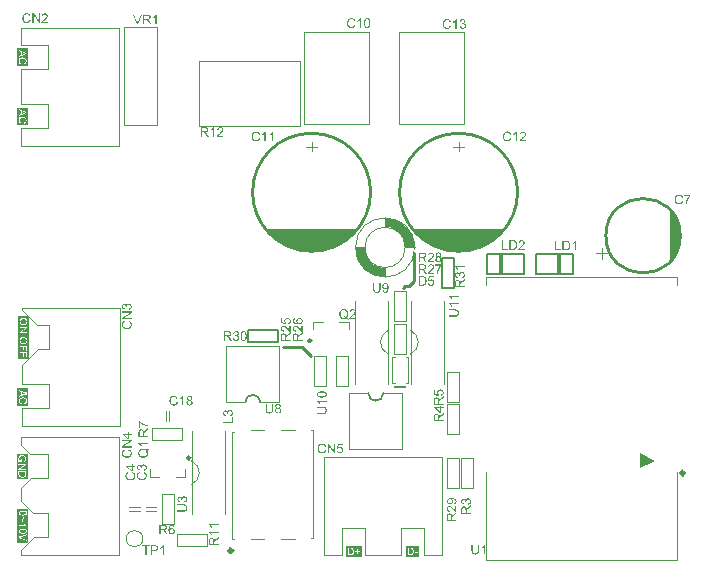
<source format=gto>
G04*
G04 #@! TF.GenerationSoftware,Altium Limited,Altium Designer,19.0.14 (431)*
G04*
G04 Layer_Color=65535*
%FSLAX25Y25*%
%MOIN*%
G70*
G01*
G75*
%ADD10C,0.00472*%
%ADD11C,0.01181*%
%ADD12C,0.00984*%
%ADD13C,0.01299*%
%ADD14C,0.00787*%
%ADD15C,0.01000*%
%ADD16C,0.00394*%
%ADD17C,0.00400*%
%ADD18C,0.00350*%
%ADD19C,0.00600*%
%ADD20C,0.00800*%
%ADD21R,0.01378X0.06549*%
%ADD22R,0.03937X0.00787*%
G36*
X125772Y113577D02*
X127502Y112861D01*
X129059Y111821D01*
X129721Y111159D01*
X130480Y110399D01*
X131042Y109837D01*
X131925Y108517D01*
X132533Y107049D01*
X132843Y105491D01*
Y104696D01*
Y104100D01*
X129693D01*
X129661Y104752D01*
X129406Y106031D01*
X128907Y107236D01*
X128183Y108321D01*
X127744Y108805D01*
X127744D01*
X126937Y109612D01*
X126644Y109878D01*
X125987Y110317D01*
X125256Y110619D01*
X124481Y110774D01*
X124086Y110793D01*
X123000D01*
Y113943D01*
X123936D01*
X125772Y113577D01*
D02*
G37*
G36*
X161673Y108721D02*
X160098Y107539D01*
X159705Y107146D01*
X159311Y106752D01*
X158524Y106358D01*
X155571Y104783D01*
X154193Y104390D01*
X152815Y103602D01*
X147526Y102821D01*
X142185Y103602D01*
X140413Y104390D01*
X139035Y105177D01*
X135295Y107539D01*
X132146Y110295D01*
X162854D01*
X161673Y108721D01*
D02*
G37*
G36*
X112673D02*
X111098Y107539D01*
X110705Y107146D01*
X110311Y106752D01*
X109524Y106358D01*
X106571Y104783D01*
X105193Y104390D01*
X103815Y103602D01*
X98526Y102821D01*
X93185Y103602D01*
X91413Y104390D01*
X90035Y105177D01*
X86295Y107539D01*
X83146Y110295D01*
X113854D01*
X112673Y108721D01*
D02*
G37*
G36*
X218449Y116268D02*
X220024Y113512D01*
X221205Y109575D01*
Y106425D01*
X220024Y101701D01*
X217858Y100126D01*
Y116858D01*
X218449Y116268D01*
D02*
G37*
G36*
X116339Y103448D02*
X116594Y102169D01*
X117093Y100964D01*
X117817Y99879D01*
X118256Y99395D01*
Y99395D01*
X119063Y98588D01*
X119356Y98322D01*
X120013Y97883D01*
X120744Y97581D01*
X121519Y97426D01*
X121914Y97407D01*
X123000D01*
Y94257D01*
X122064D01*
X120228Y94623D01*
X118498Y95339D01*
X116941Y96379D01*
X116279Y97041D01*
X116279Y97041D01*
X115520Y97801D01*
X114958Y98362D01*
X114075Y99683D01*
X113467Y101151D01*
X113157Y102709D01*
Y103504D01*
Y104100D01*
X116307D01*
X116339Y103448D01*
D02*
G37*
G36*
X213028Y32941D02*
X208028Y30441D01*
Y35441D01*
X213028Y32941D01*
D02*
G37*
G36*
X134381Y1000D02*
X130000D01*
Y4562D01*
X134381D01*
Y1000D01*
D02*
G37*
G36*
X115192D02*
X110000D01*
Y4562D01*
X115192D01*
Y1000D01*
D02*
G37*
G36*
X4074Y16900D02*
Y5635D01*
X457D01*
Y16900D01*
X4074D01*
D02*
G37*
G36*
X3905Y26838D02*
X257D01*
Y35400D01*
X3905D01*
Y26838D01*
D02*
G37*
G36*
X4105Y51368D02*
X457D01*
Y57200D01*
X4105D01*
Y51368D01*
D02*
G37*
G36*
X4305Y66930D02*
X657D01*
Y81100D01*
X4305D01*
Y66930D01*
D02*
G37*
G36*
X4005Y144868D02*
X357D01*
Y150700D01*
X4005D01*
Y144868D01*
D02*
G37*
G36*
Y164668D02*
X357D01*
Y170500D01*
X4005D01*
Y164668D01*
D02*
G37*
G36*
X168615Y106516D02*
X168654Y106511D01*
X168698Y106506D01*
X168747Y106501D01*
X168800Y106487D01*
X168917Y106457D01*
X169039Y106413D01*
X169103Y106384D01*
X169161Y106350D01*
X169215Y106306D01*
X169269Y106262D01*
X169274Y106257D01*
X169279Y106252D01*
X169293Y106238D01*
X169313Y106218D01*
X169332Y106189D01*
X169357Y106160D01*
X169405Y106087D01*
X169454Y105994D01*
X169498Y105886D01*
X169532Y105764D01*
X169537Y105696D01*
X169542Y105628D01*
Y105618D01*
Y105594D01*
X169537Y105555D01*
X169532Y105506D01*
X169523Y105447D01*
X169508Y105384D01*
X169488Y105315D01*
X169459Y105247D01*
X169454Y105237D01*
X169445Y105213D01*
X169425Y105179D01*
X169396Y105130D01*
X169361Y105071D01*
X169318Y105003D01*
X169259Y104935D01*
X169196Y104857D01*
X169186Y104847D01*
X169161Y104818D01*
X169117Y104774D01*
X169088Y104745D01*
X169054Y104710D01*
X169015Y104671D01*
X168966Y104627D01*
X168917Y104583D01*
X168864Y104530D01*
X168805Y104476D01*
X168737Y104418D01*
X168669Y104359D01*
X168590Y104291D01*
X168586Y104286D01*
X168576Y104276D01*
X168556Y104261D01*
X168532Y104242D01*
X168473Y104193D01*
X168400Y104130D01*
X168327Y104061D01*
X168249Y103993D01*
X168185Y103934D01*
X168161Y103910D01*
X168137Y103886D01*
X168132Y103881D01*
X168122Y103866D01*
X168103Y103847D01*
X168078Y103817D01*
X168024Y103754D01*
X167971Y103676D01*
X169547D01*
Y103300D01*
X167424D01*
Y103305D01*
Y103324D01*
Y103354D01*
X167429Y103388D01*
X167434Y103427D01*
X167439Y103471D01*
X167453Y103520D01*
X167468Y103568D01*
Y103573D01*
X167473Y103578D01*
X167483Y103607D01*
X167502Y103647D01*
X167532Y103705D01*
X167566Y103769D01*
X167614Y103842D01*
X167663Y103915D01*
X167727Y103993D01*
Y103998D01*
X167736Y104003D01*
X167761Y104032D01*
X167800Y104076D01*
X167859Y104135D01*
X167932Y104203D01*
X168019Y104286D01*
X168127Y104378D01*
X168244Y104481D01*
X168249Y104486D01*
X168268Y104500D01*
X168293Y104520D01*
X168327Y104554D01*
X168371Y104588D01*
X168420Y104632D01*
X168527Y104725D01*
X168644Y104837D01*
X168761Y104949D01*
X168820Y105003D01*
X168869Y105057D01*
X168913Y105111D01*
X168952Y105159D01*
Y105164D01*
X168961Y105169D01*
X168971Y105184D01*
X168981Y105203D01*
X169010Y105252D01*
X169044Y105315D01*
X169079Y105389D01*
X169108Y105467D01*
X169127Y105555D01*
X169137Y105638D01*
Y105642D01*
Y105647D01*
X169132Y105677D01*
X169127Y105720D01*
X169117Y105774D01*
X169093Y105838D01*
X169064Y105901D01*
X169025Y105969D01*
X168966Y106033D01*
X168956Y106038D01*
X168937Y106057D01*
X168898Y106082D01*
X168849Y106116D01*
X168786Y106145D01*
X168712Y106169D01*
X168625Y106189D01*
X168527Y106194D01*
X168498D01*
X168478Y106189D01*
X168429Y106184D01*
X168366Y106174D01*
X168293Y106150D01*
X168215Y106121D01*
X168141Y106077D01*
X168073Y106018D01*
X168068Y106008D01*
X168049Y105989D01*
X168019Y105950D01*
X167990Y105896D01*
X167956Y105828D01*
X167932Y105750D01*
X167912Y105657D01*
X167902Y105550D01*
X167497Y105594D01*
Y105598D01*
Y105613D01*
X167502Y105638D01*
X167507Y105667D01*
X167517Y105706D01*
X167522Y105750D01*
X167551Y105847D01*
X167590Y105960D01*
X167644Y106072D01*
X167717Y106184D01*
X167756Y106233D01*
X167805Y106282D01*
X167810Y106287D01*
X167819Y106291D01*
X167834Y106306D01*
X167854Y106321D01*
X167883Y106335D01*
X167917Y106360D01*
X167956Y106379D01*
X168000Y106404D01*
X168049Y106423D01*
X168103Y106448D01*
X168166Y106467D01*
X168229Y106482D01*
X168376Y106511D01*
X168454Y106516D01*
X168537Y106521D01*
X168581D01*
X168615Y106516D01*
D02*
G37*
G36*
X165721Y106501D02*
X165809Y106496D01*
X165907Y106487D01*
X165999Y106472D01*
X166077Y106457D01*
X166082D01*
X166092Y106453D01*
X166102D01*
X166121Y106443D01*
X166175Y106428D01*
X166238Y106404D01*
X166312Y106374D01*
X166390Y106335D01*
X166468Y106287D01*
X166546Y106228D01*
X166551D01*
X166556Y106218D01*
X166590Y106189D01*
X166634Y106140D01*
X166687Y106077D01*
X166751Y105999D01*
X166814Y105906D01*
X166873Y105799D01*
X166926Y105677D01*
Y105672D01*
X166931Y105662D01*
X166936Y105642D01*
X166946Y105618D01*
X166956Y105589D01*
X166965Y105550D01*
X166980Y105506D01*
X166990Y105457D01*
X167000Y105403D01*
X167014Y105345D01*
X167034Y105218D01*
X167048Y105076D01*
X167053Y104920D01*
Y104915D01*
Y104905D01*
Y104886D01*
Y104857D01*
X167048Y104827D01*
Y104788D01*
X167043Y104701D01*
X167034Y104603D01*
X167014Y104491D01*
X166995Y104378D01*
X166965Y104271D01*
Y104266D01*
X166961Y104256D01*
X166956Y104242D01*
X166951Y104222D01*
X166931Y104174D01*
X166907Y104105D01*
X166878Y104032D01*
X166839Y103954D01*
X166795Y103876D01*
X166746Y103803D01*
X166741Y103793D01*
X166721Y103773D01*
X166697Y103739D01*
X166658Y103695D01*
X166619Y103651D01*
X166565Y103603D01*
X166512Y103554D01*
X166453Y103510D01*
X166448Y103505D01*
X166424Y103495D01*
X166390Y103476D01*
X166346Y103451D01*
X166292Y103427D01*
X166229Y103402D01*
X166155Y103378D01*
X166072Y103354D01*
X166063D01*
X166033Y103344D01*
X165989Y103339D01*
X165926Y103329D01*
X165853Y103320D01*
X165765Y103310D01*
X165667Y103305D01*
X165560Y103300D01*
X164408D01*
Y106506D01*
X165638D01*
X165721Y106501D01*
D02*
G37*
G36*
X162325Y103676D02*
X163901D01*
Y103300D01*
X161900D01*
Y106506D01*
X162325D01*
Y103676D01*
D02*
G37*
G36*
X186661Y103100D02*
X186266D01*
Y105608D01*
X186261Y105603D01*
X186242Y105584D01*
X186207Y105560D01*
X186164Y105525D01*
X186110Y105481D01*
X186047Y105438D01*
X185973Y105384D01*
X185890Y105335D01*
X185885D01*
X185881Y105330D01*
X185851Y105311D01*
X185807Y105286D01*
X185754Y105257D01*
X185690Y105223D01*
X185622Y105193D01*
X185549Y105159D01*
X185480Y105130D01*
Y105516D01*
X185485D01*
X185495Y105520D01*
X185515Y105530D01*
X185534Y105545D01*
X185563Y105560D01*
X185598Y105574D01*
X185676Y105618D01*
X185763Y105672D01*
X185861Y105735D01*
X185959Y105808D01*
X186051Y105886D01*
X186056Y105891D01*
X186061Y105896D01*
X186090Y105926D01*
X186134Y105969D01*
X186188Y106023D01*
X186247Y106091D01*
X186305Y106165D01*
X186359Y106243D01*
X186403Y106321D01*
X186661D01*
Y103100D01*
D02*
G37*
G36*
X183421Y106301D02*
X183509Y106296D01*
X183607Y106287D01*
X183699Y106272D01*
X183777Y106257D01*
X183782D01*
X183792Y106253D01*
X183802D01*
X183821Y106243D01*
X183875Y106228D01*
X183938Y106204D01*
X184011Y106174D01*
X184090Y106135D01*
X184168Y106087D01*
X184246Y106028D01*
X184251D01*
X184256Y106018D01*
X184290Y105989D01*
X184334Y105940D01*
X184387Y105877D01*
X184451Y105799D01*
X184514Y105706D01*
X184573Y105599D01*
X184626Y105477D01*
Y105472D01*
X184631Y105462D01*
X184636Y105442D01*
X184646Y105418D01*
X184656Y105389D01*
X184665Y105350D01*
X184680Y105306D01*
X184690Y105257D01*
X184700Y105203D01*
X184714Y105145D01*
X184734Y105018D01*
X184748Y104876D01*
X184753Y104720D01*
Y104715D01*
Y104706D01*
Y104686D01*
Y104657D01*
X184748Y104627D01*
Y104588D01*
X184743Y104501D01*
X184734Y104403D01*
X184714Y104291D01*
X184695Y104179D01*
X184665Y104071D01*
Y104066D01*
X184661Y104057D01*
X184656Y104042D01*
X184651Y104022D01*
X184631Y103973D01*
X184607Y103905D01*
X184578Y103832D01*
X184539Y103754D01*
X184495Y103676D01*
X184446Y103603D01*
X184441Y103593D01*
X184421Y103573D01*
X184397Y103539D01*
X184358Y103495D01*
X184319Y103451D01*
X184265Y103403D01*
X184212Y103354D01*
X184153Y103310D01*
X184148Y103305D01*
X184124Y103295D01*
X184090Y103276D01*
X184046Y103251D01*
X183992Y103227D01*
X183929Y103202D01*
X183855Y103178D01*
X183772Y103154D01*
X183763D01*
X183733Y103144D01*
X183689Y103139D01*
X183626Y103129D01*
X183553Y103120D01*
X183465Y103110D01*
X183367Y103105D01*
X183260Y103100D01*
X182108D01*
Y106306D01*
X183338D01*
X183421Y106301D01*
D02*
G37*
G36*
X180025Y103476D02*
X181601D01*
Y103100D01*
X179600D01*
Y106306D01*
X180025D01*
Y103476D01*
D02*
G37*
G36*
X149500Y97442D02*
X146992D01*
X146997Y97437D01*
X147016Y97417D01*
X147040Y97383D01*
X147075Y97339D01*
X147119Y97285D01*
X147162Y97222D01*
X147216Y97149D01*
X147265Y97066D01*
Y97061D01*
X147270Y97056D01*
X147289Y97027D01*
X147314Y96983D01*
X147343Y96929D01*
X147377Y96866D01*
X147406Y96798D01*
X147441Y96724D01*
X147470Y96656D01*
X147084D01*
Y96661D01*
X147080Y96671D01*
X147070Y96690D01*
X147055Y96710D01*
X147040Y96739D01*
X147026Y96773D01*
X146982Y96851D01*
X146928Y96939D01*
X146865Y97037D01*
X146792Y97134D01*
X146713Y97227D01*
X146709Y97232D01*
X146704Y97237D01*
X146675Y97266D01*
X146631Y97310D01*
X146577Y97364D01*
X146509Y97422D01*
X146435Y97481D01*
X146357Y97534D01*
X146279Y97578D01*
Y97837D01*
X149500D01*
Y97442D01*
D02*
G37*
G36*
X148622Y95958D02*
X148661Y95953D01*
X148700Y95948D01*
X148749Y95939D01*
X148797Y95924D01*
X148909Y95890D01*
X148973Y95865D01*
X149031Y95831D01*
X149090Y95797D01*
X149149Y95758D01*
X149207Y95709D01*
X149266Y95656D01*
X149271Y95651D01*
X149280Y95641D01*
X149290Y95626D01*
X149310Y95602D01*
X149334Y95573D01*
X149358Y95534D01*
X149383Y95490D01*
X149407Y95446D01*
X149437Y95392D01*
X149461Y95333D01*
X149485Y95270D01*
X149510Y95202D01*
X149529Y95129D01*
X149539Y95051D01*
X149549Y94968D01*
X149554Y94885D01*
Y94845D01*
X149549Y94816D01*
X149544Y94777D01*
X149539Y94738D01*
X149534Y94689D01*
X149524Y94641D01*
X149495Y94528D01*
X149446Y94411D01*
X149422Y94353D01*
X149388Y94299D01*
X149349Y94240D01*
X149305Y94187D01*
X149300Y94182D01*
X149295Y94177D01*
X149280Y94162D01*
X149261Y94143D01*
X149232Y94123D01*
X149202Y94099D01*
X149168Y94070D01*
X149129Y94045D01*
X149031Y93987D01*
X148919Y93938D01*
X148792Y93894D01*
X148724Y93879D01*
X148651Y93870D01*
X148597Y94265D01*
X148602D01*
X148612Y94270D01*
X148631D01*
X148651Y94279D01*
X148709Y94294D01*
X148783Y94318D01*
X148861Y94348D01*
X148944Y94387D01*
X149017Y94436D01*
X149080Y94489D01*
X149085Y94499D01*
X149105Y94519D01*
X149124Y94553D01*
X149153Y94602D01*
X149178Y94655D01*
X149202Y94723D01*
X149222Y94802D01*
X149227Y94885D01*
Y94914D01*
X149222Y94933D01*
X149217Y94982D01*
X149202Y95046D01*
X149178Y95124D01*
X149149Y95202D01*
X149100Y95280D01*
X149036Y95353D01*
X149027Y95363D01*
X149002Y95382D01*
X148963Y95412D01*
X148905Y95451D01*
X148836Y95485D01*
X148753Y95514D01*
X148661Y95534D01*
X148558Y95543D01*
X148553D01*
X148548D01*
X148534D01*
X148514Y95539D01*
X148465Y95534D01*
X148402Y95519D01*
X148334Y95499D01*
X148256Y95465D01*
X148182Y95421D01*
X148114Y95363D01*
X148104Y95353D01*
X148085Y95333D01*
X148060Y95294D01*
X148026Y95241D01*
X147992Y95177D01*
X147968Y95099D01*
X147948Y95016D01*
X147938Y94919D01*
Y94875D01*
X147943Y94841D01*
X147948Y94802D01*
X147953Y94753D01*
X147963Y94699D01*
X147977Y94641D01*
X147631Y94684D01*
Y94709D01*
X147636Y94728D01*
Y94792D01*
X147631Y94836D01*
X147621Y94899D01*
X147607Y94968D01*
X147582Y95041D01*
X147553Y95119D01*
X147509Y95197D01*
X147504Y95207D01*
X147485Y95231D01*
X147450Y95260D01*
X147406Y95299D01*
X147353Y95338D01*
X147284Y95368D01*
X147202Y95392D01*
X147104Y95402D01*
X147099D01*
X147094D01*
X147070D01*
X147031Y95392D01*
X146977Y95382D01*
X146923Y95368D01*
X146865Y95338D01*
X146801Y95304D01*
X146748Y95255D01*
X146743Y95251D01*
X146723Y95231D01*
X146699Y95197D01*
X146675Y95153D01*
X146645Y95099D01*
X146626Y95036D01*
X146606Y94963D01*
X146601Y94880D01*
Y94841D01*
X146611Y94797D01*
X146621Y94748D01*
X146635Y94684D01*
X146665Y94621D01*
X146699Y94558D01*
X146748Y94494D01*
X146753Y94489D01*
X146772Y94470D01*
X146806Y94445D01*
X146855Y94416D01*
X146914Y94382D01*
X146987Y94353D01*
X147075Y94323D01*
X147177Y94304D01*
X147109Y93909D01*
X147104D01*
X147089Y93913D01*
X147070Y93918D01*
X147045Y93923D01*
X147011Y93933D01*
X146972Y93943D01*
X146884Y93977D01*
X146787Y94016D01*
X146684Y94074D01*
X146587Y94143D01*
X146499Y94231D01*
X146494Y94235D01*
X146489Y94240D01*
X146479Y94255D01*
X146465Y94279D01*
X146450Y94304D01*
X146431Y94333D01*
X146387Y94406D01*
X146347Y94499D01*
X146313Y94611D01*
X146289Y94733D01*
X146279Y94802D01*
Y94914D01*
X146284Y94963D01*
X146294Y95026D01*
X146309Y95099D01*
X146328Y95182D01*
X146357Y95265D01*
X146396Y95348D01*
Y95353D01*
X146401Y95358D01*
X146416Y95387D01*
X146440Y95426D01*
X146474Y95475D01*
X146518Y95529D01*
X146572Y95587D01*
X146635Y95641D01*
X146704Y95690D01*
X146713Y95695D01*
X146738Y95709D01*
X146777Y95729D01*
X146826Y95748D01*
X146889Y95768D01*
X146958Y95787D01*
X147031Y95802D01*
X147114Y95807D01*
X147123D01*
X147148D01*
X147187Y95802D01*
X147236Y95792D01*
X147294Y95778D01*
X147358Y95758D01*
X147426Y95734D01*
X147489Y95695D01*
X147499Y95690D01*
X147519Y95675D01*
X147548Y95646D01*
X147587Y95612D01*
X147631Y95563D01*
X147675Y95509D01*
X147724Y95441D01*
X147763Y95363D01*
Y95368D01*
X147768Y95377D01*
Y95392D01*
X147777Y95412D01*
X147792Y95460D01*
X147821Y95524D01*
X147855Y95592D01*
X147904Y95665D01*
X147963Y95739D01*
X148036Y95802D01*
X148046Y95807D01*
X148075Y95826D01*
X148119Y95851D01*
X148178Y95885D01*
X148251Y95914D01*
X148339Y95939D01*
X148441Y95958D01*
X148553Y95963D01*
X148558D01*
X148573D01*
X148592D01*
X148622Y95958D01*
D02*
G37*
G36*
X149500Y93089D02*
X148836Y92664D01*
X148831D01*
X148822Y92654D01*
X148807Y92645D01*
X148787Y92635D01*
X148739Y92601D01*
X148675Y92557D01*
X148602Y92508D01*
X148529Y92454D01*
X148461Y92405D01*
X148397Y92357D01*
X148392Y92352D01*
X148373Y92337D01*
X148343Y92313D01*
X148309Y92288D01*
X148241Y92215D01*
X148207Y92181D01*
X148182Y92142D01*
X148178Y92137D01*
X148173Y92127D01*
X148163Y92108D01*
X148148Y92083D01*
X148119Y92025D01*
X148095Y91952D01*
Y91947D01*
X148090Y91937D01*
Y91918D01*
X148085Y91893D01*
X148080Y91859D01*
Y91820D01*
X148075Y91771D01*
Y91225D01*
X149500D01*
Y90800D01*
X146294D01*
Y92288D01*
X146299Y92327D01*
Y92366D01*
X146304Y92464D01*
X146313Y92567D01*
X146333Y92674D01*
X146352Y92776D01*
X146367Y92825D01*
X146382Y92869D01*
Y92874D01*
X146387Y92879D01*
X146396Y92908D01*
X146421Y92947D01*
X146455Y92996D01*
X146494Y93055D01*
X146548Y93113D01*
X146611Y93172D01*
X146689Y93225D01*
X146699Y93230D01*
X146728Y93245D01*
X146772Y93269D01*
X146831Y93294D01*
X146904Y93318D01*
X146987Y93343D01*
X147075Y93357D01*
X147172Y93362D01*
X147177D01*
X147187D01*
X147206D01*
X147231Y93357D01*
X147260D01*
X147294Y93352D01*
X147372Y93333D01*
X147465Y93308D01*
X147558Y93269D01*
X147655Y93211D01*
X147704Y93177D01*
X147748Y93138D01*
X147758Y93128D01*
X147768Y93113D01*
X147787Y93098D01*
X147802Y93074D01*
X147826Y93045D01*
X147846Y93011D01*
X147870Y92972D01*
X147895Y92928D01*
X147919Y92874D01*
X147943Y92820D01*
X147968Y92757D01*
X147992Y92693D01*
X148012Y92620D01*
X148026Y92542D01*
X148041Y92459D01*
X148046Y92469D01*
X148056Y92488D01*
X148070Y92518D01*
X148090Y92552D01*
X148143Y92635D01*
X148173Y92679D01*
X148202Y92713D01*
X148212Y92723D01*
X148231Y92747D01*
X148270Y92781D01*
X148319Y92825D01*
X148382Y92879D01*
X148456Y92937D01*
X148539Y93001D01*
X148631Y93064D01*
X149500Y93621D01*
Y93089D01*
D02*
G37*
G36*
X73413Y76216D02*
X73476Y76206D01*
X73549Y76192D01*
X73632Y76172D01*
X73715Y76143D01*
X73798Y76104D01*
X73803D01*
X73808Y76099D01*
X73837Y76084D01*
X73876Y76060D01*
X73925Y76026D01*
X73979Y75982D01*
X74037Y75928D01*
X74091Y75865D01*
X74140Y75796D01*
X74145Y75787D01*
X74159Y75762D01*
X74179Y75723D01*
X74198Y75674D01*
X74218Y75611D01*
X74237Y75542D01*
X74252Y75469D01*
X74257Y75386D01*
Y75377D01*
Y75352D01*
X74252Y75313D01*
X74242Y75264D01*
X74228Y75206D01*
X74208Y75142D01*
X74184Y75074D01*
X74145Y75011D01*
X74140Y75001D01*
X74125Y74981D01*
X74096Y74952D01*
X74062Y74913D01*
X74013Y74869D01*
X73959Y74825D01*
X73891Y74776D01*
X73813Y74737D01*
X73818D01*
X73827Y74732D01*
X73842D01*
X73862Y74723D01*
X73910Y74708D01*
X73974Y74679D01*
X74042Y74645D01*
X74115Y74596D01*
X74189Y74537D01*
X74252Y74464D01*
X74257Y74454D01*
X74276Y74425D01*
X74301Y74381D01*
X74335Y74322D01*
X74364Y74249D01*
X74389Y74161D01*
X74408Y74059D01*
X74413Y73947D01*
Y73942D01*
Y73927D01*
Y73908D01*
X74408Y73878D01*
X74403Y73839D01*
X74398Y73800D01*
X74389Y73751D01*
X74374Y73703D01*
X74340Y73590D01*
X74315Y73527D01*
X74281Y73469D01*
X74247Y73410D01*
X74208Y73351D01*
X74159Y73293D01*
X74106Y73234D01*
X74101Y73229D01*
X74091Y73220D01*
X74076Y73210D01*
X74052Y73190D01*
X74023Y73166D01*
X73984Y73141D01*
X73940Y73117D01*
X73896Y73093D01*
X73842Y73063D01*
X73783Y73039D01*
X73720Y73015D01*
X73652Y72990D01*
X73579Y72971D01*
X73501Y72961D01*
X73418Y72951D01*
X73335Y72946D01*
X73295D01*
X73266Y72951D01*
X73227Y72956D01*
X73188Y72961D01*
X73139Y72966D01*
X73091Y72976D01*
X72978Y73005D01*
X72861Y73054D01*
X72803Y73078D01*
X72749Y73112D01*
X72690Y73151D01*
X72637Y73195D01*
X72632Y73200D01*
X72627Y73205D01*
X72612Y73220D01*
X72593Y73239D01*
X72573Y73268D01*
X72549Y73298D01*
X72520Y73332D01*
X72495Y73371D01*
X72437Y73469D01*
X72388Y73581D01*
X72344Y73708D01*
X72329Y73776D01*
X72320Y73849D01*
X72715Y73903D01*
Y73898D01*
X72720Y73888D01*
Y73869D01*
X72729Y73849D01*
X72744Y73791D01*
X72768Y73717D01*
X72798Y73639D01*
X72837Y73556D01*
X72886Y73483D01*
X72939Y73420D01*
X72949Y73415D01*
X72969Y73395D01*
X73003Y73376D01*
X73052Y73347D01*
X73105Y73322D01*
X73173Y73298D01*
X73252Y73278D01*
X73335Y73273D01*
X73364D01*
X73383Y73278D01*
X73432Y73283D01*
X73496Y73298D01*
X73574Y73322D01*
X73652Y73351D01*
X73730Y73400D01*
X73803Y73464D01*
X73813Y73473D01*
X73832Y73498D01*
X73862Y73537D01*
X73901Y73595D01*
X73935Y73664D01*
X73964Y73747D01*
X73984Y73839D01*
X73993Y73942D01*
Y73947D01*
Y73952D01*
Y73966D01*
X73988Y73986D01*
X73984Y74035D01*
X73969Y74098D01*
X73949Y74166D01*
X73915Y74244D01*
X73871Y74318D01*
X73813Y74386D01*
X73803Y74396D01*
X73783Y74415D01*
X73744Y74440D01*
X73691Y74474D01*
X73627Y74508D01*
X73549Y74532D01*
X73466Y74552D01*
X73369Y74562D01*
X73325D01*
X73291Y74557D01*
X73252Y74552D01*
X73203Y74547D01*
X73149Y74537D01*
X73091Y74523D01*
X73134Y74869D01*
X73159D01*
X73178Y74864D01*
X73242D01*
X73286Y74869D01*
X73349Y74879D01*
X73418Y74893D01*
X73491Y74918D01*
X73569Y74947D01*
X73647Y74991D01*
X73657Y74996D01*
X73681Y75015D01*
X73710Y75050D01*
X73749Y75094D01*
X73788Y75147D01*
X73818Y75216D01*
X73842Y75299D01*
X73852Y75396D01*
Y75401D01*
Y75406D01*
Y75430D01*
X73842Y75469D01*
X73832Y75523D01*
X73818Y75577D01*
X73788Y75635D01*
X73754Y75699D01*
X73705Y75752D01*
X73701Y75757D01*
X73681Y75777D01*
X73647Y75801D01*
X73603Y75826D01*
X73549Y75855D01*
X73486Y75874D01*
X73413Y75894D01*
X73330Y75899D01*
X73291D01*
X73247Y75889D01*
X73198Y75879D01*
X73134Y75865D01*
X73071Y75835D01*
X73008Y75801D01*
X72944Y75752D01*
X72939Y75747D01*
X72920Y75728D01*
X72895Y75694D01*
X72866Y75645D01*
X72832Y75586D01*
X72803Y75513D01*
X72773Y75425D01*
X72754Y75323D01*
X72359Y75391D01*
Y75396D01*
X72363Y75411D01*
X72368Y75430D01*
X72373Y75455D01*
X72383Y75489D01*
X72393Y75528D01*
X72427Y75616D01*
X72466Y75713D01*
X72524Y75816D01*
X72593Y75913D01*
X72681Y76001D01*
X72685Y76006D01*
X72690Y76011D01*
X72705Y76021D01*
X72729Y76035D01*
X72754Y76050D01*
X72783Y76069D01*
X72856Y76113D01*
X72949Y76152D01*
X73061Y76187D01*
X73183Y76211D01*
X73252Y76221D01*
X73364D01*
X73413Y76216D01*
D02*
G37*
G36*
X70777Y76201D02*
X70816D01*
X70914Y76196D01*
X71017Y76187D01*
X71124Y76167D01*
X71226Y76148D01*
X71275Y76133D01*
X71319Y76118D01*
X71324D01*
X71329Y76113D01*
X71358Y76104D01*
X71397Y76079D01*
X71446Y76045D01*
X71505Y76006D01*
X71563Y75952D01*
X71622Y75889D01*
X71675Y75811D01*
X71680Y75801D01*
X71695Y75772D01*
X71719Y75728D01*
X71744Y75669D01*
X71768Y75596D01*
X71793Y75513D01*
X71807Y75425D01*
X71812Y75328D01*
Y75323D01*
Y75313D01*
Y75294D01*
X71807Y75269D01*
Y75240D01*
X71802Y75206D01*
X71783Y75128D01*
X71758Y75035D01*
X71719Y74942D01*
X71661Y74845D01*
X71627Y74796D01*
X71588Y74752D01*
X71578Y74742D01*
X71563Y74732D01*
X71548Y74713D01*
X71524Y74698D01*
X71495Y74674D01*
X71461Y74654D01*
X71422Y74630D01*
X71378Y74606D01*
X71324Y74581D01*
X71270Y74557D01*
X71207Y74532D01*
X71143Y74508D01*
X71070Y74488D01*
X70992Y74474D01*
X70909Y74459D01*
X70919Y74454D01*
X70938Y74445D01*
X70968Y74430D01*
X71002Y74410D01*
X71085Y74357D01*
X71129Y74327D01*
X71163Y74298D01*
X71173Y74288D01*
X71197Y74269D01*
X71231Y74230D01*
X71275Y74181D01*
X71329Y74117D01*
X71387Y74044D01*
X71451Y73961D01*
X71514Y73869D01*
X72071Y73000D01*
X71539D01*
X71114Y73664D01*
Y73669D01*
X71104Y73678D01*
X71095Y73693D01*
X71085Y73712D01*
X71051Y73761D01*
X71007Y73825D01*
X70958Y73898D01*
X70904Y73971D01*
X70855Y74039D01*
X70807Y74103D01*
X70802Y74108D01*
X70787Y74127D01*
X70763Y74157D01*
X70738Y74191D01*
X70665Y74259D01*
X70631Y74293D01*
X70592Y74318D01*
X70587Y74322D01*
X70577Y74327D01*
X70558Y74337D01*
X70533Y74352D01*
X70475Y74381D01*
X70402Y74405D01*
X70397D01*
X70387Y74410D01*
X70367D01*
X70343Y74415D01*
X70309Y74420D01*
X70270D01*
X70221Y74425D01*
X69675D01*
Y73000D01*
X69250D01*
Y76206D01*
X70738D01*
X70777Y76201D01*
D02*
G37*
G36*
X75941Y76216D02*
X75999Y76206D01*
X76067Y76196D01*
X76145Y76177D01*
X76223Y76148D01*
X76297Y76113D01*
X76306Y76109D01*
X76331Y76094D01*
X76365Y76069D01*
X76414Y76040D01*
X76463Y75996D01*
X76516Y75943D01*
X76570Y75884D01*
X76619Y75816D01*
X76624Y75806D01*
X76638Y75782D01*
X76663Y75738D01*
X76692Y75684D01*
X76721Y75616D01*
X76755Y75533D01*
X76790Y75440D01*
X76819Y75337D01*
Y75333D01*
X76824Y75323D01*
Y75308D01*
X76829Y75284D01*
X76838Y75259D01*
X76843Y75225D01*
X76848Y75181D01*
X76858Y75137D01*
X76863Y75084D01*
X76868Y75030D01*
X76877Y74967D01*
X76882Y74898D01*
X76887Y74825D01*
Y74752D01*
X76892Y74581D01*
Y74576D01*
Y74557D01*
Y74527D01*
Y74488D01*
X76887Y74440D01*
Y74386D01*
X76882Y74322D01*
X76877Y74254D01*
X76863Y74108D01*
X76843Y73957D01*
X76814Y73805D01*
X76794Y73737D01*
X76775Y73669D01*
Y73664D01*
X76770Y73654D01*
X76765Y73634D01*
X76755Y73610D01*
X76741Y73581D01*
X76726Y73551D01*
X76687Y73473D01*
X76638Y73386D01*
X76580Y73298D01*
X76511Y73210D01*
X76429Y73132D01*
X76424D01*
X76419Y73122D01*
X76404Y73117D01*
X76389Y73102D01*
X76336Y73073D01*
X76272Y73039D01*
X76184Y73005D01*
X76087Y72976D01*
X75975Y72956D01*
X75848Y72946D01*
X75804D01*
X75770Y72951D01*
X75731Y72956D01*
X75687Y72966D01*
X75638Y72976D01*
X75584Y72985D01*
X75467Y73024D01*
X75404Y73054D01*
X75345Y73083D01*
X75282Y73122D01*
X75223Y73166D01*
X75169Y73215D01*
X75116Y73273D01*
X75111Y73278D01*
X75101Y73293D01*
X75086Y73317D01*
X75067Y73351D01*
X75043Y73395D01*
X75018Y73449D01*
X74989Y73512D01*
X74960Y73590D01*
X74930Y73673D01*
X74901Y73771D01*
X74877Y73878D01*
X74852Y73996D01*
X74833Y74127D01*
X74818Y74264D01*
X74808Y74420D01*
X74803Y74581D01*
Y74586D01*
Y74606D01*
Y74635D01*
Y74674D01*
X74808Y74723D01*
Y74776D01*
X74813Y74840D01*
X74818Y74908D01*
X74833Y75055D01*
X74852Y75206D01*
X74877Y75357D01*
X74896Y75425D01*
X74916Y75494D01*
Y75499D01*
X74921Y75508D01*
X74930Y75528D01*
X74940Y75552D01*
X74950Y75582D01*
X74964Y75616D01*
X75003Y75694D01*
X75052Y75782D01*
X75111Y75869D01*
X75179Y75952D01*
X75262Y76030D01*
X75267D01*
X75272Y76040D01*
X75287Y76050D01*
X75306Y76060D01*
X75355Y76089D01*
X75423Y76128D01*
X75506Y76162D01*
X75609Y76192D01*
X75721Y76211D01*
X75848Y76221D01*
X75892D01*
X75941Y76216D01*
D02*
G37*
G36*
X154318Y3152D02*
Y3147D01*
Y3132D01*
Y3108D01*
Y3074D01*
X154313Y3030D01*
Y2986D01*
X154308Y2932D01*
X154303Y2874D01*
X154289Y2752D01*
X154269Y2625D01*
X154245Y2498D01*
X154206Y2386D01*
Y2381D01*
X154201Y2371D01*
X154196Y2356D01*
X154186Y2337D01*
X154157Y2288D01*
X154118Y2220D01*
X154064Y2146D01*
X153996Y2068D01*
X153908Y1995D01*
X153811Y1922D01*
X153806D01*
X153796Y1912D01*
X153781Y1907D01*
X153757Y1893D01*
X153733Y1883D01*
X153698Y1868D01*
X153654Y1849D01*
X153611Y1834D01*
X153562Y1819D01*
X153503Y1800D01*
X153445Y1785D01*
X153376Y1776D01*
X153230Y1756D01*
X153064Y1746D01*
X153020D01*
X152991Y1751D01*
X152952D01*
X152908Y1756D01*
X152859Y1761D01*
X152805Y1766D01*
X152688Y1785D01*
X152566Y1810D01*
X152439Y1849D01*
X152327Y1898D01*
X152322D01*
X152312Y1907D01*
X152303Y1912D01*
X152283Y1927D01*
X152229Y1961D01*
X152171Y2015D01*
X152103Y2078D01*
X152039Y2151D01*
X151976Y2244D01*
X151922Y2347D01*
Y2351D01*
X151917Y2361D01*
X151912Y2376D01*
X151902Y2400D01*
X151893Y2430D01*
X151883Y2469D01*
X151873Y2513D01*
X151863Y2561D01*
X151849Y2615D01*
X151839Y2674D01*
X151829Y2742D01*
X151820Y2810D01*
X151810Y2888D01*
X151805Y2971D01*
X151800Y3059D01*
Y3152D01*
Y5006D01*
X152225D01*
Y3152D01*
Y3147D01*
Y3132D01*
Y3113D01*
Y3083D01*
Y3049D01*
X152229Y3010D01*
X152234Y2918D01*
X152244Y2820D01*
X152254Y2717D01*
X152273Y2620D01*
X152283Y2576D01*
X152298Y2537D01*
X152303Y2527D01*
X152312Y2503D01*
X152332Y2469D01*
X152361Y2425D01*
X152395Y2376D01*
X152444Y2322D01*
X152498Y2273D01*
X152566Y2229D01*
X152576Y2225D01*
X152600Y2215D01*
X152639Y2195D01*
X152693Y2181D01*
X152761Y2161D01*
X152839Y2142D01*
X152927Y2132D01*
X153025Y2127D01*
X153069D01*
X153103Y2132D01*
X153142D01*
X153186Y2137D01*
X153284Y2151D01*
X153396Y2181D01*
X153503Y2215D01*
X153606Y2269D01*
X153654Y2298D01*
X153693Y2337D01*
Y2342D01*
X153703Y2347D01*
X153713Y2361D01*
X153723Y2381D01*
X153742Y2405D01*
X153757Y2434D01*
X153776Y2473D01*
X153796Y2517D01*
X153811Y2571D01*
X153830Y2630D01*
X153850Y2693D01*
X153864Y2771D01*
X153874Y2854D01*
X153884Y2942D01*
X153893Y3044D01*
Y3152D01*
Y5006D01*
X154318D01*
Y3152D01*
D02*
G37*
G36*
X156348Y1800D02*
X155953D01*
Y4308D01*
X155948Y4303D01*
X155929Y4284D01*
X155894Y4259D01*
X155850Y4225D01*
X155797Y4181D01*
X155733Y4138D01*
X155660Y4084D01*
X155577Y4035D01*
X155572D01*
X155567Y4030D01*
X155538Y4011D01*
X155494Y3986D01*
X155440Y3957D01*
X155377Y3923D01*
X155309Y3893D01*
X155236Y3859D01*
X155167Y3830D01*
Y4216D01*
X155172D01*
X155182Y4220D01*
X155201Y4230D01*
X155221Y4245D01*
X155250Y4259D01*
X155284Y4274D01*
X155362Y4318D01*
X155450Y4372D01*
X155548Y4435D01*
X155645Y4508D01*
X155738Y4586D01*
X155743Y4591D01*
X155748Y4596D01*
X155777Y4625D01*
X155821Y4669D01*
X155875Y4723D01*
X155933Y4791D01*
X155992Y4865D01*
X156046Y4943D01*
X156089Y5021D01*
X156348D01*
Y1800D01*
D02*
G37*
G36*
X68190Y144216D02*
X68230Y144211D01*
X68273Y144206D01*
X68322Y144201D01*
X68376Y144187D01*
X68493Y144157D01*
X68615Y144113D01*
X68678Y144084D01*
X68737Y144050D01*
X68791Y144006D01*
X68844Y143962D01*
X68849Y143957D01*
X68854Y143952D01*
X68869Y143938D01*
X68888Y143918D01*
X68908Y143889D01*
X68932Y143860D01*
X68981Y143787D01*
X69030Y143694D01*
X69074Y143586D01*
X69108Y143464D01*
X69113Y143396D01*
X69118Y143328D01*
Y143318D01*
Y143294D01*
X69113Y143255D01*
X69108Y143206D01*
X69098Y143147D01*
X69083Y143084D01*
X69064Y143015D01*
X69035Y142947D01*
X69030Y142937D01*
X69020Y142913D01*
X69001Y142879D01*
X68971Y142830D01*
X68937Y142771D01*
X68893Y142703D01*
X68835Y142635D01*
X68771Y142557D01*
X68761Y142547D01*
X68737Y142518D01*
X68693Y142474D01*
X68664Y142445D01*
X68630Y142410D01*
X68591Y142371D01*
X68542Y142327D01*
X68493Y142283D01*
X68439Y142230D01*
X68381Y142176D01*
X68313Y142118D01*
X68244Y142059D01*
X68166Y141991D01*
X68161Y141986D01*
X68151Y141976D01*
X68132Y141961D01*
X68107Y141942D01*
X68049Y141893D01*
X67976Y141830D01*
X67903Y141761D01*
X67825Y141693D01*
X67761Y141634D01*
X67737Y141610D01*
X67712Y141586D01*
X67707Y141581D01*
X67698Y141566D01*
X67678Y141547D01*
X67654Y141517D01*
X67600Y141454D01*
X67546Y141376D01*
X69123D01*
Y141000D01*
X67000D01*
Y141005D01*
Y141024D01*
Y141054D01*
X67005Y141088D01*
X67010Y141127D01*
X67014Y141171D01*
X67029Y141220D01*
X67044Y141268D01*
Y141273D01*
X67049Y141278D01*
X67058Y141307D01*
X67078Y141347D01*
X67107Y141405D01*
X67141Y141469D01*
X67190Y141542D01*
X67239Y141615D01*
X67302Y141693D01*
Y141698D01*
X67312Y141703D01*
X67336Y141732D01*
X67375Y141776D01*
X67434Y141834D01*
X67507Y141903D01*
X67595Y141986D01*
X67703Y142078D01*
X67820Y142181D01*
X67825Y142186D01*
X67844Y142201D01*
X67868Y142220D01*
X67903Y142254D01*
X67946Y142288D01*
X67995Y142332D01*
X68103Y142425D01*
X68220Y142537D01*
X68337Y142649D01*
X68395Y142703D01*
X68444Y142757D01*
X68488Y142810D01*
X68527Y142859D01*
Y142864D01*
X68537Y142869D01*
X68547Y142884D01*
X68556Y142903D01*
X68586Y142952D01*
X68620Y143015D01*
X68654Y143089D01*
X68683Y143167D01*
X68703Y143255D01*
X68713Y143338D01*
Y143342D01*
Y143347D01*
X68708Y143377D01*
X68703Y143421D01*
X68693Y143474D01*
X68669Y143538D01*
X68639Y143601D01*
X68600Y143669D01*
X68542Y143733D01*
X68532Y143738D01*
X68513Y143757D01*
X68474Y143782D01*
X68425Y143816D01*
X68361Y143845D01*
X68288Y143869D01*
X68200Y143889D01*
X68103Y143894D01*
X68073D01*
X68054Y143889D01*
X68005Y143884D01*
X67942Y143874D01*
X67868Y143850D01*
X67790Y143821D01*
X67717Y143777D01*
X67649Y143718D01*
X67644Y143708D01*
X67624Y143689D01*
X67595Y143650D01*
X67566Y143596D01*
X67532Y143528D01*
X67507Y143450D01*
X67488Y143357D01*
X67478Y143250D01*
X67073Y143294D01*
Y143298D01*
Y143313D01*
X67078Y143338D01*
X67083Y143367D01*
X67093Y143406D01*
X67097Y143450D01*
X67127Y143547D01*
X67166Y143660D01*
X67219Y143772D01*
X67293Y143884D01*
X67332Y143933D01*
X67380Y143982D01*
X67385Y143987D01*
X67395Y143991D01*
X67410Y144006D01*
X67429Y144021D01*
X67458Y144035D01*
X67493Y144060D01*
X67532Y144079D01*
X67576Y144104D01*
X67624Y144123D01*
X67678Y144148D01*
X67742Y144167D01*
X67805Y144182D01*
X67951Y144211D01*
X68029Y144216D01*
X68112Y144221D01*
X68156D01*
X68190Y144216D01*
D02*
G37*
G36*
X66048Y141000D02*
X65653D01*
Y143508D01*
X65648Y143503D01*
X65628Y143484D01*
X65594Y143459D01*
X65550Y143425D01*
X65497Y143381D01*
X65433Y143338D01*
X65360Y143284D01*
X65277Y143235D01*
X65272D01*
X65267Y143230D01*
X65238Y143211D01*
X65194Y143186D01*
X65140Y143157D01*
X65077Y143123D01*
X65009Y143094D01*
X64935Y143059D01*
X64867Y143030D01*
Y143416D01*
X64872D01*
X64882Y143421D01*
X64901Y143430D01*
X64921Y143445D01*
X64950Y143459D01*
X64984Y143474D01*
X65062Y143518D01*
X65150Y143572D01*
X65248Y143635D01*
X65345Y143708D01*
X65438Y143787D01*
X65443Y143791D01*
X65448Y143796D01*
X65477Y143825D01*
X65521Y143869D01*
X65575Y143923D01*
X65633Y143991D01*
X65692Y144065D01*
X65746Y144143D01*
X65790Y144221D01*
X66048D01*
Y141000D01*
D02*
G37*
G36*
X63027Y144201D02*
X63067D01*
X63164Y144196D01*
X63267Y144187D01*
X63374Y144167D01*
X63476Y144148D01*
X63525Y144133D01*
X63569Y144118D01*
X63574D01*
X63579Y144113D01*
X63608Y144104D01*
X63647Y144079D01*
X63696Y144045D01*
X63755Y144006D01*
X63813Y143952D01*
X63872Y143889D01*
X63925Y143811D01*
X63930Y143801D01*
X63945Y143772D01*
X63969Y143728D01*
X63994Y143669D01*
X64018Y143596D01*
X64043Y143513D01*
X64057Y143425D01*
X64062Y143328D01*
Y143323D01*
Y143313D01*
Y143294D01*
X64057Y143269D01*
Y143240D01*
X64052Y143206D01*
X64033Y143128D01*
X64008Y143035D01*
X63969Y142942D01*
X63911Y142845D01*
X63877Y142796D01*
X63837Y142752D01*
X63828Y142742D01*
X63813Y142732D01*
X63798Y142713D01*
X63774Y142698D01*
X63745Y142674D01*
X63711Y142654D01*
X63672Y142630D01*
X63628Y142605D01*
X63574Y142581D01*
X63520Y142557D01*
X63457Y142532D01*
X63393Y142508D01*
X63320Y142488D01*
X63242Y142474D01*
X63159Y142459D01*
X63169Y142454D01*
X63188Y142445D01*
X63218Y142430D01*
X63252Y142410D01*
X63335Y142357D01*
X63379Y142327D01*
X63413Y142298D01*
X63423Y142288D01*
X63447Y142269D01*
X63481Y142230D01*
X63525Y142181D01*
X63579Y142118D01*
X63637Y142044D01*
X63701Y141961D01*
X63764Y141869D01*
X64321Y141000D01*
X63789D01*
X63364Y141664D01*
Y141669D01*
X63354Y141678D01*
X63345Y141693D01*
X63335Y141712D01*
X63301Y141761D01*
X63257Y141825D01*
X63208Y141898D01*
X63154Y141971D01*
X63105Y142039D01*
X63057Y142103D01*
X63052Y142108D01*
X63037Y142127D01*
X63013Y142157D01*
X62988Y142191D01*
X62915Y142259D01*
X62881Y142293D01*
X62842Y142318D01*
X62837Y142323D01*
X62827Y142327D01*
X62808Y142337D01*
X62783Y142352D01*
X62725Y142381D01*
X62652Y142405D01*
X62647D01*
X62637Y142410D01*
X62617D01*
X62593Y142415D01*
X62559Y142420D01*
X62520D01*
X62471Y142425D01*
X61925D01*
Y141000D01*
X61500D01*
Y144206D01*
X62988D01*
X63027Y144201D01*
D02*
G37*
G36*
X37622Y85409D02*
X37661Y85404D01*
X37700Y85400D01*
X37749Y85390D01*
X37797Y85375D01*
X37909Y85341D01*
X37973Y85317D01*
X38032Y85282D01*
X38090Y85248D01*
X38149Y85209D01*
X38207Y85160D01*
X38266Y85107D01*
X38271Y85102D01*
X38280Y85092D01*
X38290Y85078D01*
X38310Y85053D01*
X38334Y85024D01*
X38359Y84985D01*
X38383Y84941D01*
X38407Y84897D01*
X38437Y84843D01*
X38461Y84785D01*
X38485Y84721D01*
X38510Y84653D01*
X38529Y84580D01*
X38539Y84502D01*
X38549Y84419D01*
X38554Y84336D01*
Y84297D01*
X38549Y84267D01*
X38544Y84228D01*
X38539Y84189D01*
X38534Y84140D01*
X38524Y84092D01*
X38495Y83979D01*
X38446Y83862D01*
X38422Y83804D01*
X38388Y83750D01*
X38349Y83692D01*
X38305Y83638D01*
X38300Y83633D01*
X38295Y83628D01*
X38280Y83614D01*
X38261Y83594D01*
X38232Y83574D01*
X38202Y83550D01*
X38168Y83521D01*
X38129Y83496D01*
X38032Y83438D01*
X37919Y83389D01*
X37792Y83345D01*
X37724Y83330D01*
X37651Y83321D01*
X37597Y83716D01*
X37602D01*
X37612Y83721D01*
X37631D01*
X37651Y83731D01*
X37709Y83745D01*
X37783Y83770D01*
X37861Y83799D01*
X37944Y83838D01*
X38017Y83887D01*
X38080Y83940D01*
X38085Y83950D01*
X38105Y83970D01*
X38124Y84004D01*
X38153Y84053D01*
X38178Y84106D01*
X38202Y84175D01*
X38222Y84253D01*
X38227Y84336D01*
Y84365D01*
X38222Y84385D01*
X38217Y84433D01*
X38202Y84497D01*
X38178Y84575D01*
X38149Y84653D01*
X38100Y84731D01*
X38036Y84804D01*
X38027Y84814D01*
X38002Y84834D01*
X37963Y84863D01*
X37905Y84902D01*
X37836Y84936D01*
X37753Y84965D01*
X37661Y84985D01*
X37558Y84995D01*
X37553D01*
X37548D01*
X37534D01*
X37514Y84990D01*
X37465Y84985D01*
X37402Y84970D01*
X37334Y84951D01*
X37256Y84916D01*
X37182Y84873D01*
X37114Y84814D01*
X37104Y84804D01*
X37085Y84785D01*
X37060Y84746D01*
X37026Y84692D01*
X36992Y84628D01*
X36968Y84550D01*
X36948Y84468D01*
X36938Y84370D01*
Y84326D01*
X36943Y84292D01*
X36948Y84253D01*
X36953Y84204D01*
X36963Y84150D01*
X36977Y84092D01*
X36631Y84136D01*
Y84160D01*
X36636Y84180D01*
Y84243D01*
X36631Y84287D01*
X36621Y84350D01*
X36607Y84419D01*
X36582Y84492D01*
X36553Y84570D01*
X36509Y84648D01*
X36504Y84658D01*
X36485Y84682D01*
X36450Y84711D01*
X36406Y84750D01*
X36353Y84790D01*
X36285Y84819D01*
X36202Y84843D01*
X36104Y84853D01*
X36099D01*
X36094D01*
X36070D01*
X36031Y84843D01*
X35977Y84834D01*
X35923Y84819D01*
X35865Y84790D01*
X35801Y84755D01*
X35748Y84707D01*
X35743Y84702D01*
X35723Y84682D01*
X35699Y84648D01*
X35675Y84604D01*
X35645Y84550D01*
X35626Y84487D01*
X35606Y84414D01*
X35601Y84331D01*
Y84292D01*
X35611Y84248D01*
X35621Y84199D01*
X35635Y84136D01*
X35665Y84072D01*
X35699Y84009D01*
X35748Y83945D01*
X35753Y83940D01*
X35772Y83921D01*
X35806Y83896D01*
X35855Y83867D01*
X35914Y83833D01*
X35987Y83804D01*
X36075Y83775D01*
X36177Y83755D01*
X36109Y83360D01*
X36104D01*
X36089Y83365D01*
X36070Y83369D01*
X36045Y83374D01*
X36011Y83384D01*
X35972Y83394D01*
X35884Y83428D01*
X35787Y83467D01*
X35684Y83526D01*
X35587Y83594D01*
X35499Y83682D01*
X35494Y83687D01*
X35489Y83692D01*
X35479Y83706D01*
X35465Y83731D01*
X35450Y83755D01*
X35430Y83784D01*
X35387Y83858D01*
X35348Y83950D01*
X35313Y84062D01*
X35289Y84184D01*
X35279Y84253D01*
Y84365D01*
X35284Y84414D01*
X35294Y84477D01*
X35309Y84550D01*
X35328Y84633D01*
X35357Y84716D01*
X35396Y84799D01*
Y84804D01*
X35401Y84809D01*
X35416Y84838D01*
X35440Y84877D01*
X35474Y84926D01*
X35518Y84980D01*
X35572Y85038D01*
X35635Y85092D01*
X35704Y85141D01*
X35713Y85146D01*
X35738Y85160D01*
X35777Y85180D01*
X35826Y85199D01*
X35889Y85219D01*
X35958Y85238D01*
X36031Y85253D01*
X36114Y85258D01*
X36123D01*
X36148D01*
X36187Y85253D01*
X36236Y85243D01*
X36294Y85229D01*
X36358Y85209D01*
X36426Y85185D01*
X36489Y85146D01*
X36499Y85141D01*
X36519Y85126D01*
X36548Y85097D01*
X36587Y85063D01*
X36631Y85014D01*
X36675Y84960D01*
X36724Y84892D01*
X36763Y84814D01*
Y84819D01*
X36768Y84829D01*
Y84843D01*
X36777Y84863D01*
X36792Y84912D01*
X36821Y84975D01*
X36855Y85043D01*
X36904Y85116D01*
X36963Y85190D01*
X37036Y85253D01*
X37046Y85258D01*
X37075Y85277D01*
X37119Y85302D01*
X37178Y85336D01*
X37251Y85365D01*
X37339Y85390D01*
X37441Y85409D01*
X37553Y85414D01*
X37558D01*
X37573D01*
X37592D01*
X37622Y85409D01*
D02*
G37*
G36*
X38500Y82330D02*
X35982Y80646D01*
X38500D01*
Y80241D01*
X35294D01*
Y80671D01*
X37812Y82359D01*
X35294D01*
Y82764D01*
X38500D01*
Y82330D01*
D02*
G37*
G36*
X37509Y79719D02*
X37534Y79710D01*
X37573Y79700D01*
X37612Y79680D01*
X37666Y79661D01*
X37719Y79641D01*
X37778Y79612D01*
X37909Y79548D01*
X38041Y79461D01*
X38168Y79363D01*
X38227Y79304D01*
X38280Y79241D01*
X38285Y79236D01*
X38290Y79226D01*
X38305Y79207D01*
X38324Y79177D01*
X38344Y79143D01*
X38368Y79104D01*
X38393Y79060D01*
X38417Y79007D01*
X38441Y78948D01*
X38466Y78885D01*
X38490Y78812D01*
X38510Y78738D01*
X38544Y78577D01*
X38549Y78490D01*
X38554Y78397D01*
Y78348D01*
X38549Y78309D01*
Y78265D01*
X38544Y78216D01*
X38534Y78158D01*
X38529Y78099D01*
X38500Y77962D01*
X38466Y77821D01*
X38412Y77684D01*
X38383Y77616D01*
X38344Y77552D01*
X38339Y77548D01*
X38334Y77538D01*
X38319Y77523D01*
X38305Y77499D01*
X38256Y77440D01*
X38188Y77372D01*
X38105Y77289D01*
X37997Y77211D01*
X37875Y77128D01*
X37734Y77060D01*
X37729D01*
X37714Y77055D01*
X37695Y77045D01*
X37666Y77035D01*
X37626Y77021D01*
X37583Y77006D01*
X37534Y76991D01*
X37475Y76977D01*
X37417Y76962D01*
X37348Y76947D01*
X37202Y76918D01*
X37046Y76899D01*
X36875Y76894D01*
X36870D01*
X36851D01*
X36826D01*
X36792Y76899D01*
X36748D01*
X36694Y76903D01*
X36641Y76908D01*
X36577Y76918D01*
X36441Y76942D01*
X36294Y76972D01*
X36143Y77021D01*
X36001Y77084D01*
X35997D01*
X35987Y77094D01*
X35967Y77104D01*
X35938Y77118D01*
X35909Y77138D01*
X35875Y77162D01*
X35792Y77226D01*
X35699Y77299D01*
X35606Y77391D01*
X35513Y77504D01*
X35435Y77626D01*
Y77631D01*
X35426Y77640D01*
X35416Y77660D01*
X35406Y77689D01*
X35391Y77718D01*
X35372Y77758D01*
X35357Y77806D01*
X35338Y77855D01*
X35318Y77909D01*
X35304Y77967D01*
X35269Y78099D01*
X35250Y78246D01*
X35240Y78402D01*
Y78450D01*
X35245Y78485D01*
X35250Y78524D01*
X35255Y78572D01*
X35260Y78626D01*
X35269Y78685D01*
X35299Y78812D01*
X35343Y78948D01*
X35372Y79017D01*
X35406Y79085D01*
X35445Y79148D01*
X35489Y79212D01*
X35494Y79217D01*
X35499Y79226D01*
X35513Y79241D01*
X35533Y79265D01*
X35557Y79290D01*
X35592Y79324D01*
X35626Y79358D01*
X35665Y79392D01*
X35713Y79431D01*
X35762Y79466D01*
X35821Y79505D01*
X35884Y79544D01*
X35948Y79578D01*
X36021Y79612D01*
X36177Y79670D01*
X36275Y79251D01*
X36270D01*
X36260Y79246D01*
X36241Y79241D01*
X36216Y79231D01*
X36187Y79217D01*
X36153Y79202D01*
X36079Y79168D01*
X35997Y79124D01*
X35909Y79065D01*
X35831Y79002D01*
X35762Y78924D01*
X35757Y78914D01*
X35738Y78885D01*
X35713Y78841D01*
X35679Y78777D01*
X35650Y78704D01*
X35626Y78611D01*
X35606Y78509D01*
X35601Y78392D01*
Y78358D01*
X35606Y78333D01*
Y78299D01*
X35611Y78265D01*
X35626Y78177D01*
X35645Y78079D01*
X35679Y77977D01*
X35723Y77875D01*
X35782Y77777D01*
Y77772D01*
X35792Y77767D01*
X35816Y77738D01*
X35855Y77694D01*
X35909Y77640D01*
X35977Y77587D01*
X36055Y77528D01*
X36153Y77474D01*
X36260Y77430D01*
X36265D01*
X36275Y77426D01*
X36289Y77421D01*
X36314Y77416D01*
X36338Y77406D01*
X36372Y77401D01*
X36450Y77382D01*
X36543Y77362D01*
X36646Y77347D01*
X36758Y77338D01*
X36875Y77333D01*
X36880D01*
X36895D01*
X36914D01*
X36943D01*
X36977Y77338D01*
X37021D01*
X37065Y77343D01*
X37114Y77347D01*
X37226Y77362D01*
X37348Y77382D01*
X37470Y77411D01*
X37587Y77450D01*
X37592D01*
X37602Y77455D01*
X37617Y77465D01*
X37636Y77474D01*
X37695Y77499D01*
X37758Y77538D01*
X37836Y77592D01*
X37909Y77655D01*
X37983Y77728D01*
X38046Y77816D01*
Y77821D01*
X38051Y77826D01*
X38061Y77840D01*
X38071Y77860D01*
X38090Y77914D01*
X38119Y77982D01*
X38144Y78060D01*
X38168Y78153D01*
X38188Y78255D01*
X38193Y78363D01*
Y78397D01*
X38188Y78421D01*
Y78450D01*
X38183Y78490D01*
X38168Y78572D01*
X38144Y78665D01*
X38105Y78768D01*
X38056Y78865D01*
X37988Y78963D01*
X37983Y78968D01*
X37978Y78973D01*
X37949Y79002D01*
X37900Y79046D01*
X37836Y79100D01*
X37749Y79153D01*
X37646Y79212D01*
X37519Y79260D01*
X37378Y79299D01*
X37485Y79724D01*
X37490D01*
X37509Y79719D01*
D02*
G37*
G36*
X102091Y38755D02*
X102130Y38750D01*
X102179Y38745D01*
X102232Y38740D01*
X102291Y38731D01*
X102418Y38701D01*
X102555Y38657D01*
X102623Y38628D01*
X102691Y38594D01*
X102755Y38555D01*
X102818Y38511D01*
X102823Y38506D01*
X102833Y38501D01*
X102847Y38487D01*
X102872Y38467D01*
X102896Y38443D01*
X102930Y38408D01*
X102964Y38374D01*
X102999Y38335D01*
X103038Y38287D01*
X103072Y38238D01*
X103111Y38179D01*
X103150Y38116D01*
X103184Y38052D01*
X103218Y37979D01*
X103277Y37823D01*
X102857Y37725D01*
Y37730D01*
X102852Y37740D01*
X102847Y37759D01*
X102838Y37784D01*
X102823Y37813D01*
X102808Y37847D01*
X102774Y37920D01*
X102730Y38003D01*
X102672Y38091D01*
X102608Y38169D01*
X102530Y38238D01*
X102520Y38243D01*
X102491Y38262D01*
X102447Y38287D01*
X102384Y38321D01*
X102311Y38350D01*
X102218Y38374D01*
X102115Y38394D01*
X101998Y38399D01*
X101964D01*
X101940Y38394D01*
X101905D01*
X101871Y38389D01*
X101783Y38374D01*
X101686Y38355D01*
X101583Y38321D01*
X101481Y38277D01*
X101383Y38218D01*
X101378D01*
X101374Y38208D01*
X101344Y38184D01*
X101300Y38145D01*
X101247Y38091D01*
X101193Y38023D01*
X101134Y37945D01*
X101081Y37847D01*
X101037Y37740D01*
Y37735D01*
X101032Y37725D01*
X101027Y37711D01*
X101022Y37686D01*
X101012Y37662D01*
X101007Y37628D01*
X100988Y37550D01*
X100969Y37457D01*
X100954Y37354D01*
X100944Y37242D01*
X100939Y37125D01*
Y37120D01*
Y37106D01*
Y37086D01*
Y37057D01*
X100944Y37023D01*
Y36979D01*
X100949Y36935D01*
X100954Y36886D01*
X100969Y36774D01*
X100988Y36652D01*
X101017Y36530D01*
X101056Y36413D01*
Y36408D01*
X101061Y36398D01*
X101071Y36383D01*
X101081Y36364D01*
X101105Y36305D01*
X101144Y36242D01*
X101198Y36164D01*
X101261Y36090D01*
X101335Y36017D01*
X101422Y35954D01*
X101427D01*
X101432Y35949D01*
X101447Y35939D01*
X101466Y35929D01*
X101520Y35910D01*
X101588Y35881D01*
X101666Y35856D01*
X101759Y35832D01*
X101862Y35812D01*
X101969Y35807D01*
X102003D01*
X102027Y35812D01*
X102057D01*
X102096Y35817D01*
X102179Y35832D01*
X102271Y35856D01*
X102374Y35895D01*
X102471Y35944D01*
X102569Y36012D01*
X102574Y36017D01*
X102579Y36022D01*
X102608Y36051D01*
X102652Y36100D01*
X102706Y36164D01*
X102759Y36252D01*
X102818Y36354D01*
X102867Y36481D01*
X102906Y36622D01*
X103330Y36515D01*
Y36510D01*
X103325Y36491D01*
X103316Y36466D01*
X103306Y36427D01*
X103287Y36388D01*
X103267Y36334D01*
X103247Y36281D01*
X103218Y36222D01*
X103155Y36090D01*
X103067Y35959D01*
X102969Y35832D01*
X102911Y35773D01*
X102847Y35720D01*
X102842Y35715D01*
X102833Y35710D01*
X102813Y35695D01*
X102784Y35676D01*
X102750Y35656D01*
X102711Y35632D01*
X102667Y35607D01*
X102613Y35583D01*
X102555Y35559D01*
X102491Y35534D01*
X102418Y35510D01*
X102345Y35490D01*
X102184Y35456D01*
X102096Y35451D01*
X102003Y35446D01*
X101954D01*
X101915Y35451D01*
X101871D01*
X101822Y35456D01*
X101764Y35466D01*
X101705Y35471D01*
X101569Y35500D01*
X101427Y35534D01*
X101291Y35588D01*
X101222Y35617D01*
X101159Y35656D01*
X101154Y35661D01*
X101144Y35666D01*
X101129Y35681D01*
X101105Y35695D01*
X101047Y35744D01*
X100978Y35812D01*
X100895Y35895D01*
X100817Y36003D01*
X100734Y36125D01*
X100666Y36266D01*
Y36271D01*
X100661Y36286D01*
X100651Y36305D01*
X100642Y36334D01*
X100627Y36373D01*
X100612Y36417D01*
X100598Y36466D01*
X100583Y36525D01*
X100568Y36583D01*
X100554Y36652D01*
X100524Y36798D01*
X100505Y36954D01*
X100500Y37125D01*
Y37130D01*
Y37149D01*
Y37174D01*
X100505Y37208D01*
Y37252D01*
X100510Y37306D01*
X100515Y37359D01*
X100524Y37423D01*
X100549Y37559D01*
X100578Y37706D01*
X100627Y37857D01*
X100690Y37999D01*
Y38003D01*
X100700Y38013D01*
X100710Y38033D01*
X100724Y38062D01*
X100744Y38091D01*
X100768Y38125D01*
X100832Y38208D01*
X100905Y38301D01*
X100998Y38394D01*
X101110Y38487D01*
X101232Y38565D01*
X101237D01*
X101247Y38574D01*
X101266Y38584D01*
X101295Y38594D01*
X101325Y38609D01*
X101364Y38628D01*
X101413Y38643D01*
X101461Y38662D01*
X101515Y38682D01*
X101574Y38696D01*
X101705Y38731D01*
X101852Y38750D01*
X102008Y38760D01*
X102057D01*
X102091Y38755D01*
D02*
G37*
G36*
X106371Y35500D02*
X105936D01*
X104253Y38018D01*
Y35500D01*
X103848D01*
Y38706D01*
X104277D01*
X105966Y36188D01*
Y38706D01*
X106371D01*
Y35500D01*
D02*
G37*
G36*
X108894Y38282D02*
X107615D01*
X107439Y37418D01*
X107444Y37423D01*
X107454Y37428D01*
X107469Y37437D01*
X107488Y37452D01*
X107517Y37467D01*
X107547Y37481D01*
X107625Y37520D01*
X107713Y37559D01*
X107815Y37589D01*
X107927Y37613D01*
X108045Y37623D01*
X108083D01*
X108113Y37618D01*
X108152Y37613D01*
X108191Y37608D01*
X108240Y37598D01*
X108289Y37589D01*
X108401Y37550D01*
X108459Y37530D01*
X108518Y37501D01*
X108581Y37467D01*
X108640Y37428D01*
X108698Y37384D01*
X108752Y37330D01*
X108757Y37325D01*
X108767Y37315D01*
X108781Y37301D01*
X108796Y37276D01*
X108820Y37247D01*
X108845Y37213D01*
X108869Y37174D01*
X108898Y37130D01*
X108928Y37076D01*
X108952Y37023D01*
X108977Y36959D01*
X109001Y36896D01*
X109016Y36823D01*
X109030Y36749D01*
X109040Y36666D01*
X109045Y36583D01*
Y36579D01*
Y36564D01*
Y36539D01*
X109040Y36510D01*
X109035Y36471D01*
X109030Y36427D01*
X109025Y36378D01*
X109016Y36325D01*
X108981Y36208D01*
X108938Y36086D01*
X108908Y36017D01*
X108874Y35954D01*
X108835Y35890D01*
X108791Y35832D01*
X108786Y35827D01*
X108776Y35817D01*
X108757Y35798D01*
X108733Y35773D01*
X108703Y35744D01*
X108664Y35710D01*
X108620Y35676D01*
X108567Y35642D01*
X108513Y35603D01*
X108449Y35568D01*
X108376Y35534D01*
X108303Y35505D01*
X108220Y35480D01*
X108137Y35461D01*
X108045Y35451D01*
X107947Y35446D01*
X107903D01*
X107874Y35451D01*
X107840Y35456D01*
X107796Y35461D01*
X107747Y35466D01*
X107693Y35476D01*
X107581Y35505D01*
X107464Y35549D01*
X107405Y35578D01*
X107347Y35612D01*
X107288Y35646D01*
X107234Y35690D01*
X107229Y35695D01*
X107225Y35700D01*
X107210Y35715D01*
X107191Y35734D01*
X107171Y35759D01*
X107147Y35788D01*
X107122Y35822D01*
X107093Y35861D01*
X107039Y35954D01*
X106985Y36066D01*
X106947Y36193D01*
X106932Y36266D01*
X106922Y36339D01*
X107337Y36369D01*
Y36364D01*
Y36354D01*
X107342Y36339D01*
X107347Y36320D01*
X107361Y36266D01*
X107381Y36198D01*
X107405Y36125D01*
X107444Y36051D01*
X107488Y35978D01*
X107547Y35915D01*
X107556Y35910D01*
X107576Y35890D01*
X107610Y35871D01*
X107659Y35842D01*
X107718Y35817D01*
X107786Y35793D01*
X107864Y35773D01*
X107947Y35768D01*
X107976D01*
X107996Y35773D01*
X108049Y35778D01*
X108118Y35793D01*
X108191Y35822D01*
X108274Y35856D01*
X108352Y35910D01*
X108391Y35939D01*
X108430Y35978D01*
Y35983D01*
X108440Y35988D01*
X108459Y36017D01*
X108493Y36066D01*
X108528Y36130D01*
X108562Y36213D01*
X108596Y36310D01*
X108615Y36422D01*
X108625Y36549D01*
Y36554D01*
Y36564D01*
Y36583D01*
X108620Y36603D01*
Y36632D01*
X108615Y36666D01*
X108601Y36744D01*
X108581Y36827D01*
X108547Y36915D01*
X108498Y37003D01*
X108435Y37081D01*
X108425Y37091D01*
X108401Y37110D01*
X108362Y37145D01*
X108303Y37179D01*
X108235Y37213D01*
X108147Y37247D01*
X108049Y37267D01*
X107942Y37276D01*
X107908D01*
X107874Y37271D01*
X107825Y37267D01*
X107771Y37252D01*
X107713Y37237D01*
X107654Y37213D01*
X107596Y37184D01*
X107591Y37179D01*
X107571Y37169D01*
X107542Y37149D01*
X107508Y37125D01*
X107474Y37091D01*
X107434Y37052D01*
X107395Y37008D01*
X107361Y36959D01*
X106990Y37013D01*
X107303Y38657D01*
X108894D01*
Y38282D01*
D02*
G37*
G36*
X147500Y87642D02*
X144992D01*
X144997Y87637D01*
X145016Y87617D01*
X145041Y87583D01*
X145075Y87539D01*
X145119Y87485D01*
X145162Y87422D01*
X145216Y87349D01*
X145265Y87266D01*
Y87261D01*
X145270Y87256D01*
X145289Y87227D01*
X145314Y87183D01*
X145343Y87129D01*
X145377Y87066D01*
X145406Y86997D01*
X145441Y86924D01*
X145470Y86856D01*
X145084D01*
Y86861D01*
X145080Y86871D01*
X145070Y86890D01*
X145055Y86910D01*
X145041Y86939D01*
X145026Y86973D01*
X144982Y87051D01*
X144928Y87139D01*
X144865Y87237D01*
X144792Y87334D01*
X144713Y87427D01*
X144709Y87432D01*
X144704Y87437D01*
X144675Y87466D01*
X144631Y87510D01*
X144577Y87564D01*
X144509Y87622D01*
X144435Y87681D01*
X144357Y87734D01*
X144279Y87778D01*
Y88037D01*
X147500D01*
Y87642D01*
D02*
G37*
G36*
Y85153D02*
X144992D01*
X144997Y85148D01*
X145016Y85128D01*
X145041Y85094D01*
X145075Y85050D01*
X145119Y84997D01*
X145162Y84933D01*
X145216Y84860D01*
X145265Y84777D01*
Y84772D01*
X145270Y84767D01*
X145289Y84738D01*
X145314Y84694D01*
X145343Y84641D01*
X145377Y84577D01*
X145406Y84509D01*
X145441Y84435D01*
X145470Y84367D01*
X145084D01*
Y84372D01*
X145080Y84382D01*
X145070Y84401D01*
X145055Y84421D01*
X145041Y84450D01*
X145026Y84484D01*
X144982Y84562D01*
X144928Y84650D01*
X144865Y84748D01*
X144792Y84845D01*
X144713Y84938D01*
X144709Y84943D01*
X144704Y84948D01*
X144675Y84977D01*
X144631Y85021D01*
X144577Y85075D01*
X144509Y85133D01*
X144435Y85192D01*
X144357Y85246D01*
X144279Y85290D01*
Y85548D01*
X147500D01*
Y85153D01*
D02*
G37*
G36*
X146270Y83513D02*
X146314D01*
X146368Y83508D01*
X146426Y83503D01*
X146548Y83489D01*
X146675Y83469D01*
X146802Y83445D01*
X146914Y83406D01*
X146919D01*
X146929Y83401D01*
X146944Y83396D01*
X146963Y83386D01*
X147012Y83357D01*
X147080Y83318D01*
X147153Y83264D01*
X147232Y83196D01*
X147305Y83108D01*
X147378Y83011D01*
Y83006D01*
X147388Y82996D01*
X147393Y82981D01*
X147407Y82957D01*
X147417Y82933D01*
X147432Y82898D01*
X147451Y82854D01*
X147466Y82810D01*
X147480Y82762D01*
X147500Y82703D01*
X147515Y82645D01*
X147524Y82576D01*
X147544Y82430D01*
X147554Y82264D01*
Y82220D01*
X147549Y82191D01*
Y82152D01*
X147544Y82108D01*
X147539Y82059D01*
X147534Y82005D01*
X147515Y81888D01*
X147490Y81766D01*
X147451Y81639D01*
X147402Y81527D01*
Y81522D01*
X147393Y81512D01*
X147388Y81503D01*
X147373Y81483D01*
X147339Y81429D01*
X147285Y81371D01*
X147222Y81303D01*
X147149Y81239D01*
X147056Y81176D01*
X146953Y81122D01*
X146949D01*
X146939Y81117D01*
X146924Y81112D01*
X146900Y81103D01*
X146871Y81093D01*
X146831Y81083D01*
X146788Y81073D01*
X146739Y81063D01*
X146685Y81049D01*
X146626Y81039D01*
X146558Y81029D01*
X146490Y81020D01*
X146412Y81010D01*
X146329Y81005D01*
X146241Y81000D01*
X146148D01*
X144294D01*
Y81425D01*
X146148D01*
X146153D01*
X146168D01*
X146187D01*
X146217D01*
X146251D01*
X146290Y81429D01*
X146382Y81434D01*
X146480Y81444D01*
X146583Y81454D01*
X146680Y81473D01*
X146724Y81483D01*
X146763Y81498D01*
X146773Y81503D01*
X146797Y81512D01*
X146831Y81532D01*
X146875Y81561D01*
X146924Y81595D01*
X146978Y81644D01*
X147027Y81698D01*
X147071Y81766D01*
X147075Y81776D01*
X147085Y81800D01*
X147105Y81839D01*
X147119Y81893D01*
X147139Y81961D01*
X147158Y82039D01*
X147168Y82127D01*
X147173Y82225D01*
Y82269D01*
X147168Y82303D01*
Y82342D01*
X147163Y82386D01*
X147149Y82484D01*
X147119Y82596D01*
X147085Y82703D01*
X147031Y82806D01*
X147002Y82854D01*
X146963Y82893D01*
X146958D01*
X146953Y82903D01*
X146939Y82913D01*
X146919Y82923D01*
X146895Y82942D01*
X146866Y82957D01*
X146827Y82976D01*
X146783Y82996D01*
X146729Y83011D01*
X146670Y83030D01*
X146607Y83050D01*
X146529Y83064D01*
X146446Y83074D01*
X146358Y83084D01*
X146256Y83094D01*
X146148D01*
X144294D01*
Y83518D01*
X146148D01*
X146153D01*
X146168D01*
X146192D01*
X146226D01*
X146270Y83513D01*
D02*
G37*
G36*
X102060Y56137D02*
X102114D01*
X102178Y56132D01*
X102246Y56127D01*
X102392Y56113D01*
X102543Y56093D01*
X102695Y56064D01*
X102763Y56045D01*
X102831Y56025D01*
X102836D01*
X102846Y56020D01*
X102866Y56015D01*
X102890Y56005D01*
X102919Y55991D01*
X102949Y55976D01*
X103027Y55937D01*
X103114Y55888D01*
X103202Y55830D01*
X103290Y55761D01*
X103368Y55678D01*
Y55674D01*
X103378Y55669D01*
X103383Y55654D01*
X103398Y55639D01*
X103427Y55586D01*
X103461Y55522D01*
X103495Y55435D01*
X103524Y55337D01*
X103544Y55225D01*
X103554Y55098D01*
Y55054D01*
X103549Y55020D01*
X103544Y54981D01*
X103534Y54937D01*
X103524Y54888D01*
X103515Y54834D01*
X103476Y54717D01*
X103446Y54654D01*
X103417Y54595D01*
X103378Y54532D01*
X103334Y54473D01*
X103285Y54419D01*
X103227Y54366D01*
X103222Y54361D01*
X103207Y54351D01*
X103183Y54337D01*
X103149Y54317D01*
X103105Y54293D01*
X103051Y54268D01*
X102988Y54239D01*
X102910Y54210D01*
X102827Y54180D01*
X102729Y54151D01*
X102622Y54127D01*
X102505Y54102D01*
X102373Y54083D01*
X102236Y54068D01*
X102080Y54058D01*
X101919Y54053D01*
X101914D01*
X101894D01*
X101865D01*
X101826D01*
X101777Y54058D01*
X101724D01*
X101660Y54063D01*
X101592Y54068D01*
X101445Y54083D01*
X101294Y54102D01*
X101143Y54127D01*
X101075Y54146D01*
X101006Y54166D01*
X101001D01*
X100992Y54171D01*
X100972Y54180D01*
X100948Y54190D01*
X100918Y54200D01*
X100884Y54215D01*
X100806Y54254D01*
X100718Y54302D01*
X100631Y54361D01*
X100548Y54429D01*
X100470Y54512D01*
Y54517D01*
X100460Y54522D01*
X100450Y54537D01*
X100440Y54556D01*
X100411Y54605D01*
X100372Y54673D01*
X100338Y54756D01*
X100309Y54859D01*
X100289Y54971D01*
X100279Y55098D01*
Y55142D01*
X100284Y55190D01*
X100294Y55249D01*
X100304Y55317D01*
X100323Y55395D01*
X100352Y55474D01*
X100387Y55547D01*
X100391Y55556D01*
X100406Y55581D01*
X100431Y55615D01*
X100460Y55664D01*
X100504Y55713D01*
X100557Y55766D01*
X100616Y55820D01*
X100684Y55869D01*
X100694Y55874D01*
X100718Y55888D01*
X100762Y55913D01*
X100816Y55942D01*
X100884Y55971D01*
X100967Y56005D01*
X101060Y56040D01*
X101163Y56069D01*
X101167D01*
X101177Y56074D01*
X101192D01*
X101216Y56079D01*
X101241Y56088D01*
X101275Y56093D01*
X101319Y56098D01*
X101363Y56108D01*
X101416Y56113D01*
X101470Y56118D01*
X101533Y56127D01*
X101602Y56132D01*
X101675Y56137D01*
X101748D01*
X101919Y56142D01*
X101924D01*
X101943D01*
X101973D01*
X102012D01*
X102060Y56137D01*
D02*
G37*
G36*
X103500Y52653D02*
X100992D01*
X100997Y52648D01*
X101016Y52628D01*
X101040Y52594D01*
X101075Y52550D01*
X101119Y52497D01*
X101163Y52433D01*
X101216Y52360D01*
X101265Y52277D01*
Y52272D01*
X101270Y52267D01*
X101289Y52238D01*
X101314Y52194D01*
X101343Y52140D01*
X101377Y52077D01*
X101407Y52009D01*
X101441Y51935D01*
X101470Y51867D01*
X101084D01*
Y51872D01*
X101079Y51882D01*
X101070Y51901D01*
X101055Y51921D01*
X101040Y51950D01*
X101026Y51984D01*
X100982Y52062D01*
X100928Y52150D01*
X100865Y52248D01*
X100792Y52345D01*
X100714Y52438D01*
X100709Y52443D01*
X100704Y52448D01*
X100674Y52477D01*
X100631Y52521D01*
X100577Y52575D01*
X100509Y52633D01*
X100435Y52692D01*
X100357Y52746D01*
X100279Y52789D01*
Y53048D01*
X103500D01*
Y52653D01*
D02*
G37*
G36*
X102270Y51013D02*
X102314D01*
X102368Y51008D01*
X102426Y51003D01*
X102548Y50989D01*
X102675Y50969D01*
X102802Y50945D01*
X102914Y50906D01*
X102919D01*
X102929Y50901D01*
X102944Y50896D01*
X102963Y50886D01*
X103012Y50857D01*
X103080Y50818D01*
X103154Y50764D01*
X103232Y50696D01*
X103305Y50608D01*
X103378Y50511D01*
Y50506D01*
X103388Y50496D01*
X103393Y50481D01*
X103407Y50457D01*
X103417Y50432D01*
X103432Y50398D01*
X103451Y50354D01*
X103466Y50310D01*
X103481Y50262D01*
X103500Y50203D01*
X103515Y50145D01*
X103524Y50076D01*
X103544Y49930D01*
X103554Y49764D01*
Y49720D01*
X103549Y49691D01*
Y49652D01*
X103544Y49608D01*
X103539Y49559D01*
X103534Y49505D01*
X103515Y49388D01*
X103490Y49266D01*
X103451Y49139D01*
X103402Y49027D01*
Y49022D01*
X103393Y49012D01*
X103388Y49003D01*
X103373Y48983D01*
X103339Y48929D01*
X103285Y48871D01*
X103222Y48803D01*
X103149Y48739D01*
X103056Y48676D01*
X102953Y48622D01*
X102949D01*
X102939Y48617D01*
X102924Y48612D01*
X102900Y48603D01*
X102871Y48593D01*
X102831Y48583D01*
X102787Y48573D01*
X102739Y48563D01*
X102685Y48549D01*
X102627Y48539D01*
X102558Y48529D01*
X102490Y48520D01*
X102412Y48510D01*
X102329Y48505D01*
X102241Y48500D01*
X102148D01*
X100294D01*
Y48925D01*
X102148D01*
X102153D01*
X102168D01*
X102187D01*
X102217D01*
X102251D01*
X102290Y48929D01*
X102383Y48934D01*
X102480Y48944D01*
X102583Y48954D01*
X102680Y48973D01*
X102724Y48983D01*
X102763Y48998D01*
X102773Y49003D01*
X102797Y49012D01*
X102831Y49032D01*
X102875Y49061D01*
X102924Y49095D01*
X102978Y49144D01*
X103027Y49198D01*
X103071Y49266D01*
X103075Y49276D01*
X103085Y49300D01*
X103105Y49339D01*
X103119Y49393D01*
X103139Y49461D01*
X103158Y49539D01*
X103168Y49627D01*
X103173Y49725D01*
Y49769D01*
X103168Y49803D01*
Y49842D01*
X103163Y49886D01*
X103149Y49984D01*
X103119Y50096D01*
X103085Y50203D01*
X103032Y50306D01*
X103002Y50354D01*
X102963Y50393D01*
X102958D01*
X102953Y50403D01*
X102939Y50413D01*
X102919Y50423D01*
X102895Y50442D01*
X102866Y50457D01*
X102827Y50476D01*
X102783Y50496D01*
X102729Y50511D01*
X102670Y50530D01*
X102607Y50550D01*
X102529Y50564D01*
X102446Y50574D01*
X102358Y50584D01*
X102256Y50594D01*
X102148D01*
X100294D01*
Y51018D01*
X102148D01*
X102153D01*
X102168D01*
X102192D01*
X102226D01*
X102270Y51013D01*
D02*
G37*
G36*
X121518Y90352D02*
Y90347D01*
Y90332D01*
Y90308D01*
Y90274D01*
X121513Y90230D01*
Y90186D01*
X121508Y90132D01*
X121503Y90074D01*
X121489Y89952D01*
X121469Y89825D01*
X121445Y89698D01*
X121406Y89586D01*
Y89581D01*
X121401Y89571D01*
X121396Y89556D01*
X121386Y89537D01*
X121357Y89488D01*
X121318Y89420D01*
X121264Y89346D01*
X121196Y89268D01*
X121108Y89195D01*
X121011Y89122D01*
X121006D01*
X120996Y89112D01*
X120981Y89107D01*
X120957Y89093D01*
X120932Y89083D01*
X120898Y89068D01*
X120854Y89049D01*
X120810Y89034D01*
X120762Y89020D01*
X120703Y89000D01*
X120645Y88985D01*
X120576Y88976D01*
X120430Y88956D01*
X120264Y88946D01*
X120220D01*
X120191Y88951D01*
X120152D01*
X120108Y88956D01*
X120059Y88961D01*
X120005Y88966D01*
X119888Y88985D01*
X119766Y89010D01*
X119639Y89049D01*
X119527Y89098D01*
X119522D01*
X119512Y89107D01*
X119503Y89112D01*
X119483Y89127D01*
X119429Y89161D01*
X119371Y89215D01*
X119303Y89278D01*
X119239Y89351D01*
X119176Y89444D01*
X119122Y89547D01*
Y89551D01*
X119117Y89561D01*
X119112Y89576D01*
X119103Y89600D01*
X119093Y89630D01*
X119083Y89669D01*
X119073Y89713D01*
X119063Y89761D01*
X119049Y89815D01*
X119039Y89873D01*
X119029Y89942D01*
X119019Y90010D01*
X119010Y90088D01*
X119005Y90171D01*
X119000Y90259D01*
Y90352D01*
Y92206D01*
X119425D01*
Y90352D01*
Y90347D01*
Y90332D01*
Y90313D01*
Y90283D01*
Y90249D01*
X119429Y90210D01*
X119434Y90118D01*
X119444Y90020D01*
X119454Y89917D01*
X119473Y89820D01*
X119483Y89776D01*
X119498Y89737D01*
X119503Y89727D01*
X119512Y89703D01*
X119532Y89669D01*
X119561Y89625D01*
X119595Y89576D01*
X119644Y89522D01*
X119698Y89473D01*
X119766Y89429D01*
X119776Y89425D01*
X119800Y89415D01*
X119839Y89395D01*
X119893Y89381D01*
X119961Y89361D01*
X120039Y89342D01*
X120127Y89332D01*
X120225Y89327D01*
X120269D01*
X120303Y89332D01*
X120342D01*
X120386Y89337D01*
X120484Y89351D01*
X120596Y89381D01*
X120703Y89415D01*
X120806Y89468D01*
X120854Y89498D01*
X120893Y89537D01*
Y89542D01*
X120903Y89547D01*
X120913Y89561D01*
X120923Y89581D01*
X120942Y89605D01*
X120957Y89634D01*
X120976Y89673D01*
X120996Y89717D01*
X121011Y89771D01*
X121030Y89830D01*
X121050Y89893D01*
X121064Y89971D01*
X121074Y90054D01*
X121084Y90142D01*
X121093Y90244D01*
Y90352D01*
Y92206D01*
X121518D01*
Y90352D01*
D02*
G37*
G36*
X123124Y92216D02*
X123148D01*
X123182Y92211D01*
X123260Y92201D01*
X123348Y92177D01*
X123441Y92148D01*
X123543Y92109D01*
X123641Y92050D01*
X123646D01*
X123651Y92040D01*
X123665Y92031D01*
X123685Y92021D01*
X123729Y91982D01*
X123787Y91928D01*
X123851Y91855D01*
X123919Y91777D01*
X123983Y91679D01*
X124036Y91567D01*
Y91562D01*
X124041Y91552D01*
X124051Y91533D01*
X124056Y91508D01*
X124070Y91479D01*
X124080Y91440D01*
X124090Y91391D01*
X124104Y91338D01*
X124119Y91279D01*
X124129Y91211D01*
X124144Y91137D01*
X124153Y91059D01*
X124158Y90971D01*
X124168Y90879D01*
X124173Y90776D01*
Y90669D01*
Y90664D01*
Y90640D01*
Y90610D01*
Y90566D01*
X124168Y90518D01*
Y90454D01*
X124163Y90391D01*
X124158Y90318D01*
X124139Y90161D01*
X124114Y89995D01*
X124080Y89834D01*
X124061Y89761D01*
X124036Y89688D01*
Y89683D01*
X124031Y89673D01*
X124021Y89654D01*
X124012Y89630D01*
X123997Y89595D01*
X123983Y89561D01*
X123939Y89483D01*
X123880Y89390D01*
X123812Y89298D01*
X123734Y89210D01*
X123641Y89132D01*
X123636D01*
X123631Y89122D01*
X123617Y89117D01*
X123592Y89103D01*
X123568Y89088D01*
X123538Y89073D01*
X123465Y89039D01*
X123372Y89005D01*
X123270Y88976D01*
X123148Y88956D01*
X123021Y88946D01*
X122987D01*
X122958Y88951D01*
X122928D01*
X122889Y88956D01*
X122801Y88971D01*
X122704Y88995D01*
X122601Y89034D01*
X122504Y89083D01*
X122406Y89151D01*
X122401Y89156D01*
X122397Y89161D01*
X122367Y89190D01*
X122328Y89239D01*
X122279Y89303D01*
X122231Y89385D01*
X122187Y89488D01*
X122148Y89605D01*
X122123Y89742D01*
X122499Y89771D01*
Y89766D01*
Y89761D01*
X122504Y89747D01*
X122509Y89727D01*
X122519Y89678D01*
X122538Y89625D01*
X122562Y89561D01*
X122592Y89498D01*
X122631Y89434D01*
X122679Y89385D01*
X122684Y89381D01*
X122704Y89366D01*
X122733Y89346D01*
X122777Y89327D01*
X122826Y89307D01*
X122885Y89288D01*
X122953Y89273D01*
X123031Y89268D01*
X123060D01*
X123094Y89273D01*
X123138Y89278D01*
X123187Y89288D01*
X123241Y89303D01*
X123294Y89322D01*
X123348Y89351D01*
X123353Y89356D01*
X123372Y89366D01*
X123397Y89385D01*
X123426Y89410D01*
X123465Y89439D01*
X123499Y89478D01*
X123538Y89522D01*
X123573Y89571D01*
X123577Y89576D01*
X123587Y89595D01*
X123602Y89630D01*
X123626Y89673D01*
X123646Y89727D01*
X123670Y89791D01*
X123695Y89864D01*
X123719Y89947D01*
Y89952D01*
X123724Y89956D01*
Y89971D01*
X123729Y89986D01*
X123739Y90035D01*
X123748Y90098D01*
X123758Y90171D01*
X123768Y90249D01*
X123777Y90337D01*
Y90430D01*
Y90435D01*
Y90449D01*
Y90474D01*
Y90508D01*
X123773Y90498D01*
X123753Y90479D01*
X123729Y90440D01*
X123690Y90401D01*
X123646Y90352D01*
X123587Y90298D01*
X123524Y90249D01*
X123451Y90201D01*
X123441Y90196D01*
X123416Y90181D01*
X123372Y90166D01*
X123319Y90147D01*
X123255Y90122D01*
X123182Y90108D01*
X123099Y90093D01*
X123011Y90088D01*
X122972D01*
X122943Y90093D01*
X122909Y90098D01*
X122870Y90103D01*
X122777Y90122D01*
X122670Y90157D01*
X122616Y90181D01*
X122557Y90210D01*
X122504Y90244D01*
X122445Y90283D01*
X122392Y90327D01*
X122338Y90376D01*
X122333Y90381D01*
X122328Y90391D01*
X122313Y90405D01*
X122294Y90430D01*
X122274Y90459D01*
X122250Y90493D01*
X122226Y90532D01*
X122201Y90581D01*
X122177Y90630D01*
X122152Y90689D01*
X122128Y90752D01*
X122109Y90820D01*
X122089Y90893D01*
X122074Y90967D01*
X122070Y91050D01*
X122065Y91137D01*
Y91142D01*
Y91157D01*
Y91186D01*
X122070Y91220D01*
X122074Y91259D01*
X122079Y91308D01*
X122089Y91362D01*
X122099Y91421D01*
X122133Y91543D01*
X122157Y91611D01*
X122187Y91674D01*
X122216Y91743D01*
X122255Y91806D01*
X122299Y91865D01*
X122348Y91923D01*
X122353Y91928D01*
X122362Y91938D01*
X122377Y91952D01*
X122401Y91972D01*
X122426Y91991D01*
X122460Y92016D01*
X122499Y92045D01*
X122548Y92074D01*
X122597Y92099D01*
X122650Y92128D01*
X122772Y92177D01*
X122841Y92191D01*
X122914Y92206D01*
X122992Y92216D01*
X123070Y92221D01*
X123099D01*
X123124Y92216D01*
D02*
G37*
G36*
X85718Y50152D02*
Y50147D01*
Y50132D01*
Y50108D01*
Y50074D01*
X85713Y50030D01*
Y49986D01*
X85708Y49932D01*
X85703Y49874D01*
X85689Y49752D01*
X85669Y49625D01*
X85645Y49498D01*
X85606Y49386D01*
Y49381D01*
X85601Y49371D01*
X85596Y49356D01*
X85586Y49337D01*
X85557Y49288D01*
X85518Y49220D01*
X85464Y49147D01*
X85396Y49068D01*
X85308Y48995D01*
X85211Y48922D01*
X85206D01*
X85196Y48912D01*
X85181Y48907D01*
X85157Y48893D01*
X85132Y48883D01*
X85098Y48868D01*
X85054Y48849D01*
X85010Y48834D01*
X84962Y48820D01*
X84903Y48800D01*
X84845Y48785D01*
X84776Y48776D01*
X84630Y48756D01*
X84464Y48746D01*
X84420D01*
X84391Y48751D01*
X84352D01*
X84308Y48756D01*
X84259Y48761D01*
X84205Y48766D01*
X84088Y48785D01*
X83966Y48810D01*
X83839Y48849D01*
X83727Y48898D01*
X83722D01*
X83712Y48907D01*
X83703Y48912D01*
X83683Y48927D01*
X83629Y48961D01*
X83571Y49015D01*
X83503Y49078D01*
X83439Y49151D01*
X83376Y49244D01*
X83322Y49347D01*
Y49351D01*
X83317Y49361D01*
X83312Y49376D01*
X83302Y49400D01*
X83293Y49430D01*
X83283Y49469D01*
X83273Y49512D01*
X83263Y49561D01*
X83249Y49615D01*
X83239Y49674D01*
X83229Y49742D01*
X83219Y49810D01*
X83210Y49888D01*
X83205Y49971D01*
X83200Y50059D01*
Y50152D01*
Y52006D01*
X83625D01*
Y50152D01*
Y50147D01*
Y50132D01*
Y50113D01*
Y50083D01*
Y50049D01*
X83629Y50010D01*
X83634Y49918D01*
X83644Y49820D01*
X83654Y49717D01*
X83673Y49620D01*
X83683Y49576D01*
X83698Y49537D01*
X83703Y49527D01*
X83712Y49503D01*
X83732Y49469D01*
X83761Y49425D01*
X83795Y49376D01*
X83844Y49322D01*
X83898Y49273D01*
X83966Y49229D01*
X83976Y49225D01*
X84000Y49215D01*
X84039Y49195D01*
X84093Y49181D01*
X84161Y49161D01*
X84239Y49142D01*
X84327Y49132D01*
X84425Y49127D01*
X84469D01*
X84503Y49132D01*
X84542D01*
X84586Y49137D01*
X84684Y49151D01*
X84796Y49181D01*
X84903Y49215D01*
X85006Y49268D01*
X85054Y49298D01*
X85093Y49337D01*
Y49342D01*
X85103Y49347D01*
X85113Y49361D01*
X85123Y49381D01*
X85142Y49405D01*
X85157Y49434D01*
X85176Y49473D01*
X85196Y49517D01*
X85211Y49571D01*
X85230Y49630D01*
X85250Y49693D01*
X85264Y49771D01*
X85274Y49854D01*
X85284Y49942D01*
X85294Y50044D01*
Y50152D01*
Y52006D01*
X85718D01*
Y50152D01*
D02*
G37*
G36*
X87372Y52016D02*
X87411D01*
X87450Y52006D01*
X87548Y51991D01*
X87655Y51962D01*
X87768Y51918D01*
X87826Y51889D01*
X87880Y51860D01*
X87934Y51821D01*
X87982Y51777D01*
X87987Y51772D01*
X87992Y51767D01*
X88007Y51752D01*
X88021Y51733D01*
X88041Y51709D01*
X88065Y51679D01*
X88114Y51611D01*
X88158Y51523D01*
X88202Y51421D01*
X88231Y51308D01*
X88236Y51245D01*
X88241Y51181D01*
Y51172D01*
Y51142D01*
X88236Y51103D01*
X88226Y51050D01*
X88212Y50986D01*
X88192Y50923D01*
X88163Y50854D01*
X88124Y50791D01*
X88119Y50786D01*
X88104Y50767D01*
X88075Y50737D01*
X88036Y50698D01*
X87987Y50659D01*
X87924Y50620D01*
X87851Y50576D01*
X87768Y50542D01*
X87773D01*
X87782Y50537D01*
X87797Y50532D01*
X87817Y50523D01*
X87870Y50498D01*
X87934Y50469D01*
X88007Y50425D01*
X88080Y50371D01*
X88153Y50303D01*
X88217Y50230D01*
X88222Y50220D01*
X88241Y50191D01*
X88265Y50147D01*
X88295Y50083D01*
X88324Y50010D01*
X88348Y49922D01*
X88368Y49825D01*
X88373Y49717D01*
Y49713D01*
Y49698D01*
Y49678D01*
X88368Y49649D01*
X88363Y49615D01*
X88358Y49571D01*
X88339Y49473D01*
X88300Y49366D01*
X88280Y49308D01*
X88251Y49249D01*
X88217Y49190D01*
X88178Y49132D01*
X88134Y49078D01*
X88080Y49025D01*
X88075Y49020D01*
X88065Y49015D01*
X88051Y49000D01*
X88026Y48981D01*
X87997Y48961D01*
X87963Y48937D01*
X87924Y48912D01*
X87875Y48888D01*
X87821Y48859D01*
X87763Y48834D01*
X87699Y48810D01*
X87631Y48790D01*
X87563Y48771D01*
X87485Y48756D01*
X87402Y48751D01*
X87314Y48746D01*
X87270D01*
X87236Y48751D01*
X87197Y48756D01*
X87148Y48761D01*
X87099Y48771D01*
X87041Y48781D01*
X86919Y48815D01*
X86855Y48839D01*
X86792Y48863D01*
X86728Y48898D01*
X86665Y48932D01*
X86606Y48976D01*
X86548Y49025D01*
X86543Y49029D01*
X86533Y49039D01*
X86523Y49054D01*
X86504Y49073D01*
X86479Y49103D01*
X86455Y49137D01*
X86431Y49176D01*
X86406Y49220D01*
X86377Y49268D01*
X86352Y49322D01*
X86304Y49439D01*
X86284Y49508D01*
X86274Y49576D01*
X86265Y49649D01*
X86260Y49727D01*
Y49732D01*
Y49742D01*
Y49757D01*
X86265Y49781D01*
Y49805D01*
X86269Y49839D01*
X86279Y49908D01*
X86299Y49991D01*
X86328Y50079D01*
X86362Y50166D01*
X86416Y50249D01*
Y50254D01*
X86426Y50259D01*
X86445Y50283D01*
X86484Y50323D01*
X86533Y50366D01*
X86597Y50415D01*
X86675Y50464D01*
X86767Y50508D01*
X86870Y50542D01*
X86865D01*
X86860Y50547D01*
X86831Y50557D01*
X86787Y50581D01*
X86733Y50606D01*
X86670Y50645D01*
X86611Y50689D01*
X86553Y50737D01*
X86504Y50796D01*
X86499Y50806D01*
X86484Y50825D01*
X86465Y50859D01*
X86445Y50908D01*
X86426Y50967D01*
X86406Y51035D01*
X86392Y51108D01*
X86387Y51191D01*
Y51196D01*
Y51206D01*
Y51225D01*
X86392Y51250D01*
X86396Y51279D01*
X86401Y51313D01*
X86416Y51396D01*
X86445Y51489D01*
X86494Y51587D01*
X86518Y51640D01*
X86553Y51689D01*
X86592Y51738D01*
X86636Y51782D01*
X86640Y51787D01*
X86645Y51791D01*
X86660Y51806D01*
X86679Y51821D01*
X86709Y51835D01*
X86738Y51860D01*
X86772Y51879D01*
X86816Y51904D01*
X86909Y51948D01*
X87026Y51982D01*
X87158Y52011D01*
X87226Y52016D01*
X87304Y52021D01*
X87343D01*
X87372Y52016D01*
D02*
G37*
G36*
X145282Y20557D02*
X145346D01*
X145409Y20552D01*
X145482Y20547D01*
X145639Y20527D01*
X145805Y20503D01*
X145966Y20469D01*
X146039Y20449D01*
X146112Y20425D01*
X146117D01*
X146127Y20420D01*
X146146Y20410D01*
X146170Y20401D01*
X146205Y20386D01*
X146239Y20371D01*
X146317Y20327D01*
X146410Y20269D01*
X146502Y20200D01*
X146590Y20122D01*
X146668Y20030D01*
Y20025D01*
X146678Y20020D01*
X146683Y20005D01*
X146697Y19981D01*
X146712Y19956D01*
X146727Y19927D01*
X146761Y19854D01*
X146795Y19761D01*
X146824Y19659D01*
X146844Y19537D01*
X146854Y19410D01*
Y19376D01*
X146849Y19346D01*
Y19317D01*
X146844Y19278D01*
X146829Y19190D01*
X146805Y19093D01*
X146766Y18990D01*
X146717Y18893D01*
X146649Y18795D01*
X146644Y18790D01*
X146639Y18785D01*
X146610Y18756D01*
X146561Y18717D01*
X146497Y18668D01*
X146414Y18619D01*
X146312Y18575D01*
X146195Y18536D01*
X146058Y18512D01*
X146029Y18888D01*
X146034D01*
X146039D01*
X146053Y18893D01*
X146073Y18898D01*
X146122Y18907D01*
X146175Y18927D01*
X146239Y18951D01*
X146302Y18981D01*
X146366Y19019D01*
X146414Y19068D01*
X146419Y19073D01*
X146434Y19093D01*
X146453Y19122D01*
X146473Y19166D01*
X146493Y19215D01*
X146512Y19273D01*
X146527Y19342D01*
X146532Y19420D01*
Y19449D01*
X146527Y19483D01*
X146522Y19527D01*
X146512Y19576D01*
X146497Y19629D01*
X146478Y19683D01*
X146449Y19737D01*
X146444Y19742D01*
X146434Y19761D01*
X146414Y19786D01*
X146390Y19815D01*
X146361Y19854D01*
X146322Y19888D01*
X146278Y19927D01*
X146229Y19961D01*
X146224Y19966D01*
X146205Y19976D01*
X146170Y19991D01*
X146127Y20015D01*
X146073Y20035D01*
X146009Y20059D01*
X145936Y20083D01*
X145853Y20108D01*
X145848D01*
X145844Y20113D01*
X145829D01*
X145814Y20118D01*
X145765Y20127D01*
X145702Y20137D01*
X145629Y20147D01*
X145551Y20157D01*
X145463Y20166D01*
X145370D01*
X145365D01*
X145351D01*
X145326D01*
X145292D01*
X145302Y20161D01*
X145321Y20142D01*
X145360Y20118D01*
X145399Y20078D01*
X145448Y20035D01*
X145502Y19976D01*
X145551Y19913D01*
X145599Y19839D01*
X145604Y19830D01*
X145619Y19805D01*
X145634Y19761D01*
X145653Y19708D01*
X145678Y19644D01*
X145692Y19571D01*
X145707Y19488D01*
X145712Y19400D01*
Y19361D01*
X145707Y19332D01*
X145702Y19298D01*
X145697Y19259D01*
X145678Y19166D01*
X145643Y19059D01*
X145619Y19005D01*
X145590Y18946D01*
X145556Y18893D01*
X145517Y18834D01*
X145473Y18780D01*
X145424Y18727D01*
X145419Y18722D01*
X145409Y18717D01*
X145395Y18702D01*
X145370Y18683D01*
X145341Y18663D01*
X145307Y18639D01*
X145268Y18614D01*
X145219Y18590D01*
X145170Y18566D01*
X145112Y18541D01*
X145048Y18517D01*
X144980Y18497D01*
X144907Y18478D01*
X144833Y18463D01*
X144750Y18458D01*
X144663Y18453D01*
X144658D01*
X144643D01*
X144614D01*
X144580Y18458D01*
X144541Y18463D01*
X144492Y18468D01*
X144438Y18478D01*
X144379Y18488D01*
X144257Y18522D01*
X144189Y18546D01*
X144126Y18575D01*
X144057Y18605D01*
X143994Y18644D01*
X143935Y18688D01*
X143877Y18736D01*
X143872Y18741D01*
X143862Y18751D01*
X143848Y18766D01*
X143828Y18790D01*
X143809Y18815D01*
X143784Y18849D01*
X143755Y18888D01*
X143726Y18937D01*
X143701Y18985D01*
X143672Y19039D01*
X143623Y19161D01*
X143608Y19229D01*
X143594Y19303D01*
X143584Y19381D01*
X143579Y19459D01*
Y19488D01*
X143584Y19512D01*
Y19537D01*
X143589Y19571D01*
X143599Y19649D01*
X143623Y19737D01*
X143652Y19830D01*
X143691Y19932D01*
X143750Y20030D01*
Y20035D01*
X143760Y20039D01*
X143770Y20054D01*
X143779Y20074D01*
X143818Y20118D01*
X143872Y20176D01*
X143945Y20240D01*
X144023Y20308D01*
X144121Y20371D01*
X144233Y20425D01*
X144238D01*
X144248Y20430D01*
X144267Y20440D01*
X144292Y20445D01*
X144321Y20459D01*
X144360Y20469D01*
X144409Y20479D01*
X144463Y20493D01*
X144521Y20508D01*
X144589Y20518D01*
X144663Y20532D01*
X144741Y20542D01*
X144828Y20547D01*
X144921Y20557D01*
X145024Y20562D01*
X145131D01*
X145136D01*
X145160D01*
X145190D01*
X145234D01*
X145282Y20557D01*
D02*
G37*
G36*
X146800Y15911D02*
X146795D01*
X146776D01*
X146746D01*
X146712Y15916D01*
X146673Y15921D01*
X146629Y15926D01*
X146580Y15940D01*
X146532Y15955D01*
X146527D01*
X146522Y15960D01*
X146493Y15969D01*
X146453Y15989D01*
X146395Y16018D01*
X146332Y16052D01*
X146258Y16101D01*
X146185Y16150D01*
X146107Y16214D01*
X146102D01*
X146097Y16223D01*
X146068Y16248D01*
X146024Y16287D01*
X145966Y16345D01*
X145897Y16419D01*
X145814Y16506D01*
X145721Y16614D01*
X145619Y16731D01*
X145614Y16736D01*
X145599Y16755D01*
X145580Y16780D01*
X145546Y16814D01*
X145512Y16858D01*
X145468Y16906D01*
X145375Y17014D01*
X145263Y17131D01*
X145151Y17248D01*
X145097Y17307D01*
X145043Y17355D01*
X144990Y17399D01*
X144941Y17438D01*
X144936D01*
X144931Y17448D01*
X144916Y17458D01*
X144897Y17468D01*
X144848Y17497D01*
X144785Y17531D01*
X144711Y17565D01*
X144633Y17595D01*
X144545Y17614D01*
X144463Y17624D01*
X144458D01*
X144453D01*
X144423Y17619D01*
X144379Y17614D01*
X144326Y17604D01*
X144262Y17580D01*
X144199Y17551D01*
X144131Y17512D01*
X144067Y17453D01*
X144062Y17443D01*
X144043Y17424D01*
X144018Y17385D01*
X143984Y17336D01*
X143955Y17273D01*
X143931Y17199D01*
X143911Y17111D01*
X143906Y17014D01*
Y16985D01*
X143911Y16965D01*
X143916Y16916D01*
X143926Y16853D01*
X143950Y16780D01*
X143979Y16702D01*
X144023Y16628D01*
X144082Y16560D01*
X144092Y16555D01*
X144111Y16536D01*
X144150Y16506D01*
X144204Y16477D01*
X144272Y16443D01*
X144350Y16419D01*
X144443Y16399D01*
X144550Y16389D01*
X144506Y15984D01*
X144501D01*
X144487D01*
X144463Y15989D01*
X144433Y15994D01*
X144394Y16004D01*
X144350Y16009D01*
X144253Y16038D01*
X144140Y16077D01*
X144028Y16131D01*
X143916Y16204D01*
X143867Y16243D01*
X143818Y16292D01*
X143813Y16296D01*
X143809Y16306D01*
X143794Y16321D01*
X143779Y16340D01*
X143765Y16370D01*
X143740Y16404D01*
X143721Y16443D01*
X143696Y16487D01*
X143677Y16536D01*
X143652Y16589D01*
X143633Y16653D01*
X143618Y16716D01*
X143589Y16863D01*
X143584Y16941D01*
X143579Y17024D01*
Y17067D01*
X143584Y17102D01*
X143589Y17141D01*
X143594Y17185D01*
X143599Y17233D01*
X143613Y17287D01*
X143643Y17404D01*
X143687Y17526D01*
X143716Y17590D01*
X143750Y17648D01*
X143794Y17702D01*
X143838Y17756D01*
X143843Y17761D01*
X143848Y17765D01*
X143862Y17780D01*
X143882Y17799D01*
X143911Y17819D01*
X143940Y17843D01*
X144014Y17892D01*
X144106Y17941D01*
X144214Y17985D01*
X144336Y18019D01*
X144404Y18024D01*
X144472Y18029D01*
X144482D01*
X144506D01*
X144545Y18024D01*
X144594Y18019D01*
X144653Y18009D01*
X144716Y17995D01*
X144785Y17975D01*
X144853Y17946D01*
X144863Y17941D01*
X144887Y17931D01*
X144921Y17912D01*
X144970Y17883D01*
X145029Y17848D01*
X145097Y17804D01*
X145165Y17746D01*
X145243Y17682D01*
X145253Y17673D01*
X145282Y17648D01*
X145326Y17604D01*
X145355Y17575D01*
X145390Y17541D01*
X145429Y17502D01*
X145473Y17453D01*
X145517Y17404D01*
X145570Y17351D01*
X145624Y17292D01*
X145683Y17224D01*
X145741Y17155D01*
X145809Y17077D01*
X145814Y17072D01*
X145824Y17063D01*
X145839Y17043D01*
X145858Y17019D01*
X145907Y16960D01*
X145970Y16887D01*
X146039Y16814D01*
X146107Y16736D01*
X146166Y16672D01*
X146190Y16648D01*
X146214Y16623D01*
X146219Y16619D01*
X146234Y16609D01*
X146253Y16589D01*
X146283Y16565D01*
X146346Y16511D01*
X146424Y16457D01*
Y18034D01*
X146800D01*
Y15911D01*
D02*
G37*
G36*
Y15189D02*
X146136Y14764D01*
X146131D01*
X146122Y14754D01*
X146107Y14745D01*
X146088Y14735D01*
X146039Y14701D01*
X145975Y14657D01*
X145902Y14608D01*
X145829Y14554D01*
X145761Y14505D01*
X145697Y14457D01*
X145692Y14452D01*
X145673Y14437D01*
X145643Y14413D01*
X145609Y14388D01*
X145541Y14315D01*
X145507Y14281D01*
X145482Y14242D01*
X145477Y14237D01*
X145473Y14227D01*
X145463Y14208D01*
X145448Y14183D01*
X145419Y14125D01*
X145395Y14052D01*
Y14047D01*
X145390Y14037D01*
Y14017D01*
X145385Y13993D01*
X145380Y13959D01*
Y13920D01*
X145375Y13871D01*
Y13325D01*
X146800D01*
Y12900D01*
X143594D01*
Y14388D01*
X143599Y14427D01*
Y14467D01*
X143604Y14564D01*
X143613Y14667D01*
X143633Y14774D01*
X143652Y14876D01*
X143667Y14925D01*
X143682Y14969D01*
Y14974D01*
X143687Y14979D01*
X143696Y15008D01*
X143721Y15047D01*
X143755Y15096D01*
X143794Y15155D01*
X143848Y15213D01*
X143911Y15272D01*
X143989Y15325D01*
X143999Y15330D01*
X144028Y15345D01*
X144072Y15369D01*
X144131Y15394D01*
X144204Y15418D01*
X144287Y15442D01*
X144375Y15457D01*
X144472Y15462D01*
X144477D01*
X144487D01*
X144506D01*
X144531Y15457D01*
X144560D01*
X144594Y15452D01*
X144672Y15433D01*
X144765Y15408D01*
X144858Y15369D01*
X144955Y15311D01*
X145004Y15277D01*
X145048Y15237D01*
X145058Y15228D01*
X145068Y15213D01*
X145087Y15199D01*
X145102Y15174D01*
X145126Y15145D01*
X145146Y15111D01*
X145170Y15072D01*
X145194Y15028D01*
X145219Y14974D01*
X145243Y14920D01*
X145268Y14857D01*
X145292Y14793D01*
X145312Y14720D01*
X145326Y14642D01*
X145341Y14559D01*
X145346Y14569D01*
X145355Y14589D01*
X145370Y14618D01*
X145390Y14652D01*
X145443Y14735D01*
X145473Y14779D01*
X145502Y14813D01*
X145512Y14823D01*
X145531Y14847D01*
X145570Y14881D01*
X145619Y14925D01*
X145683Y14979D01*
X145756Y15037D01*
X145839Y15101D01*
X145931Y15164D01*
X146800Y15721D01*
Y15189D01*
D02*
G37*
G36*
X138402Y102416D02*
X138441Y102411D01*
X138485Y102406D01*
X138533Y102401D01*
X138587Y102387D01*
X138704Y102357D01*
X138826Y102313D01*
X138890Y102284D01*
X138948Y102250D01*
X139002Y102206D01*
X139056Y102162D01*
X139060Y102157D01*
X139065Y102152D01*
X139080Y102138D01*
X139100Y102118D01*
X139119Y102089D01*
X139143Y102060D01*
X139192Y101987D01*
X139241Y101894D01*
X139285Y101786D01*
X139319Y101664D01*
X139324Y101596D01*
X139329Y101528D01*
Y101518D01*
Y101494D01*
X139324Y101455D01*
X139319Y101406D01*
X139309Y101347D01*
X139295Y101284D01*
X139275Y101215D01*
X139246Y101147D01*
X139241Y101137D01*
X139231Y101113D01*
X139212Y101079D01*
X139182Y101030D01*
X139148Y100971D01*
X139104Y100903D01*
X139046Y100835D01*
X138982Y100757D01*
X138973Y100747D01*
X138948Y100718D01*
X138904Y100674D01*
X138875Y100645D01*
X138841Y100610D01*
X138802Y100571D01*
X138753Y100527D01*
X138704Y100483D01*
X138651Y100430D01*
X138592Y100376D01*
X138524Y100318D01*
X138455Y100259D01*
X138377Y100191D01*
X138372Y100186D01*
X138363Y100176D01*
X138343Y100161D01*
X138319Y100142D01*
X138260Y100093D01*
X138187Y100030D01*
X138114Y99961D01*
X138036Y99893D01*
X137972Y99834D01*
X137948Y99810D01*
X137923Y99786D01*
X137919Y99781D01*
X137909Y99766D01*
X137889Y99747D01*
X137865Y99717D01*
X137811Y99654D01*
X137758Y99576D01*
X139334D01*
Y99200D01*
X137211D01*
Y99205D01*
Y99224D01*
Y99254D01*
X137216Y99288D01*
X137221Y99327D01*
X137226Y99371D01*
X137240Y99420D01*
X137255Y99468D01*
Y99473D01*
X137260Y99478D01*
X137269Y99507D01*
X137289Y99546D01*
X137318Y99605D01*
X137353Y99669D01*
X137401Y99742D01*
X137450Y99815D01*
X137513Y99893D01*
Y99898D01*
X137523Y99903D01*
X137548Y99932D01*
X137587Y99976D01*
X137645Y100034D01*
X137718Y100103D01*
X137806Y100186D01*
X137914Y100278D01*
X138031Y100381D01*
X138036Y100386D01*
X138055Y100400D01*
X138080Y100420D01*
X138114Y100454D01*
X138158Y100488D01*
X138207Y100532D01*
X138314Y100625D01*
X138431Y100737D01*
X138548Y100849D01*
X138607Y100903D01*
X138655Y100957D01*
X138699Y101011D01*
X138738Y101059D01*
Y101064D01*
X138748Y101069D01*
X138758Y101084D01*
X138768Y101103D01*
X138797Y101152D01*
X138831Y101215D01*
X138865Y101289D01*
X138895Y101367D01*
X138914Y101455D01*
X138924Y101538D01*
Y101542D01*
Y101547D01*
X138919Y101577D01*
X138914Y101620D01*
X138904Y101674D01*
X138880Y101738D01*
X138851Y101801D01*
X138812Y101869D01*
X138753Y101933D01*
X138743Y101938D01*
X138724Y101957D01*
X138685Y101982D01*
X138636Y102016D01*
X138573Y102045D01*
X138499Y102069D01*
X138411Y102089D01*
X138314Y102094D01*
X138285D01*
X138265Y102089D01*
X138216Y102084D01*
X138153Y102074D01*
X138080Y102050D01*
X138002Y102021D01*
X137928Y101977D01*
X137860Y101918D01*
X137855Y101908D01*
X137836Y101889D01*
X137806Y101850D01*
X137777Y101796D01*
X137743Y101728D01*
X137718Y101650D01*
X137699Y101557D01*
X137689Y101450D01*
X137284Y101494D01*
Y101498D01*
Y101513D01*
X137289Y101538D01*
X137294Y101567D01*
X137304Y101606D01*
X137309Y101650D01*
X137338Y101747D01*
X137377Y101860D01*
X137431Y101972D01*
X137504Y102084D01*
X137543Y102133D01*
X137592Y102182D01*
X137596Y102187D01*
X137606Y102191D01*
X137621Y102206D01*
X137640Y102221D01*
X137670Y102235D01*
X137704Y102260D01*
X137743Y102279D01*
X137787Y102304D01*
X137836Y102323D01*
X137889Y102348D01*
X137953Y102367D01*
X138016Y102382D01*
X138163Y102411D01*
X138241Y102416D01*
X138324Y102421D01*
X138367D01*
X138402Y102416D01*
D02*
G37*
G36*
X135727Y102401D02*
X135766D01*
X135864Y102396D01*
X135967Y102387D01*
X136074Y102367D01*
X136176Y102348D01*
X136225Y102333D01*
X136269Y102318D01*
X136274D01*
X136279Y102313D01*
X136308Y102304D01*
X136347Y102279D01*
X136396Y102245D01*
X136455Y102206D01*
X136513Y102152D01*
X136572Y102089D01*
X136625Y102011D01*
X136630Y102001D01*
X136645Y101972D01*
X136669Y101928D01*
X136694Y101869D01*
X136718Y101796D01*
X136742Y101713D01*
X136757Y101625D01*
X136762Y101528D01*
Y101523D01*
Y101513D01*
Y101494D01*
X136757Y101469D01*
Y101440D01*
X136752Y101406D01*
X136733Y101328D01*
X136708Y101235D01*
X136669Y101142D01*
X136611Y101045D01*
X136577Y100996D01*
X136538Y100952D01*
X136528Y100942D01*
X136513Y100932D01*
X136498Y100913D01*
X136474Y100898D01*
X136445Y100874D01*
X136411Y100854D01*
X136372Y100830D01*
X136328Y100805D01*
X136274Y100781D01*
X136220Y100757D01*
X136157Y100732D01*
X136093Y100708D01*
X136020Y100688D01*
X135942Y100674D01*
X135859Y100659D01*
X135869Y100654D01*
X135889Y100645D01*
X135918Y100630D01*
X135952Y100610D01*
X136035Y100557D01*
X136079Y100527D01*
X136113Y100498D01*
X136123Y100488D01*
X136147Y100469D01*
X136181Y100430D01*
X136225Y100381D01*
X136279Y100318D01*
X136337Y100244D01*
X136401Y100161D01*
X136464Y100069D01*
X137021Y99200D01*
X136489D01*
X136064Y99864D01*
Y99869D01*
X136054Y99878D01*
X136045Y99893D01*
X136035Y99913D01*
X136001Y99961D01*
X135957Y100025D01*
X135908Y100098D01*
X135854Y100171D01*
X135805Y100239D01*
X135757Y100303D01*
X135752Y100308D01*
X135737Y100327D01*
X135713Y100357D01*
X135688Y100391D01*
X135615Y100459D01*
X135581Y100493D01*
X135542Y100518D01*
X135537Y100522D01*
X135527Y100527D01*
X135508Y100537D01*
X135483Y100552D01*
X135425Y100581D01*
X135352Y100605D01*
X135347D01*
X135337Y100610D01*
X135318D01*
X135293Y100615D01*
X135259Y100620D01*
X135220D01*
X135171Y100625D01*
X134625D01*
Y99200D01*
X134200D01*
Y102406D01*
X135688D01*
X135727Y102401D01*
D02*
G37*
G36*
X140861Y102416D02*
X140900D01*
X140939Y102406D01*
X141037Y102392D01*
X141144Y102362D01*
X141256Y102318D01*
X141315Y102289D01*
X141369Y102260D01*
X141422Y102221D01*
X141471Y102177D01*
X141476Y102172D01*
X141481Y102167D01*
X141496Y102152D01*
X141510Y102133D01*
X141530Y102109D01*
X141554Y102079D01*
X141603Y102011D01*
X141647Y101923D01*
X141691Y101821D01*
X141720Y101708D01*
X141725Y101645D01*
X141730Y101581D01*
Y101572D01*
Y101542D01*
X141725Y101503D01*
X141715Y101450D01*
X141701Y101386D01*
X141681Y101323D01*
X141652Y101254D01*
X141613Y101191D01*
X141608Y101186D01*
X141593Y101167D01*
X141564Y101137D01*
X141525Y101098D01*
X141476Y101059D01*
X141413Y101020D01*
X141339Y100976D01*
X141256Y100942D01*
X141261D01*
X141271Y100937D01*
X141286Y100932D01*
X141305Y100923D01*
X141359Y100898D01*
X141422Y100869D01*
X141496Y100825D01*
X141569Y100771D01*
X141642Y100703D01*
X141705Y100630D01*
X141710Y100620D01*
X141730Y100591D01*
X141754Y100547D01*
X141783Y100483D01*
X141813Y100410D01*
X141837Y100322D01*
X141857Y100225D01*
X141862Y100117D01*
Y100113D01*
Y100098D01*
Y100078D01*
X141857Y100049D01*
X141852Y100015D01*
X141847Y99971D01*
X141827Y99873D01*
X141788Y99766D01*
X141769Y99708D01*
X141740Y99649D01*
X141705Y99590D01*
X141666Y99532D01*
X141622Y99478D01*
X141569Y99424D01*
X141564Y99420D01*
X141554Y99415D01*
X141540Y99400D01*
X141515Y99381D01*
X141486Y99361D01*
X141452Y99337D01*
X141413Y99312D01*
X141364Y99288D01*
X141310Y99259D01*
X141252Y99234D01*
X141188Y99210D01*
X141120Y99190D01*
X141051Y99171D01*
X140973Y99156D01*
X140891Y99151D01*
X140803Y99146D01*
X140759D01*
X140725Y99151D01*
X140685Y99156D01*
X140637Y99161D01*
X140588Y99171D01*
X140529Y99181D01*
X140407Y99215D01*
X140344Y99239D01*
X140280Y99263D01*
X140217Y99298D01*
X140154Y99332D01*
X140095Y99376D01*
X140036Y99424D01*
X140032Y99429D01*
X140022Y99439D01*
X140012Y99454D01*
X139993Y99473D01*
X139968Y99503D01*
X139944Y99537D01*
X139919Y99576D01*
X139895Y99620D01*
X139866Y99669D01*
X139841Y99722D01*
X139793Y99839D01*
X139773Y99908D01*
X139763Y99976D01*
X139753Y100049D01*
X139749Y100127D01*
Y100132D01*
Y100142D01*
Y100156D01*
X139753Y100181D01*
Y100205D01*
X139758Y100239D01*
X139768Y100308D01*
X139788Y100391D01*
X139817Y100479D01*
X139851Y100566D01*
X139905Y100649D01*
Y100654D01*
X139915Y100659D01*
X139934Y100683D01*
X139973Y100723D01*
X140022Y100767D01*
X140085Y100815D01*
X140163Y100864D01*
X140256Y100908D01*
X140359Y100942D01*
X140354D01*
X140349Y100947D01*
X140320Y100957D01*
X140276Y100981D01*
X140222Y101006D01*
X140158Y101045D01*
X140100Y101089D01*
X140041Y101137D01*
X139993Y101196D01*
X139988Y101206D01*
X139973Y101225D01*
X139953Y101259D01*
X139934Y101308D01*
X139915Y101367D01*
X139895Y101435D01*
X139880Y101508D01*
X139875Y101591D01*
Y101596D01*
Y101606D01*
Y101625D01*
X139880Y101650D01*
X139885Y101679D01*
X139890Y101713D01*
X139905Y101796D01*
X139934Y101889D01*
X139983Y101987D01*
X140007Y102040D01*
X140041Y102089D01*
X140080Y102138D01*
X140124Y102182D01*
X140129Y102187D01*
X140134Y102191D01*
X140149Y102206D01*
X140168Y102221D01*
X140198Y102235D01*
X140227Y102260D01*
X140261Y102279D01*
X140305Y102304D01*
X140398Y102348D01*
X140515Y102382D01*
X140647Y102411D01*
X140715Y102416D01*
X140793Y102421D01*
X140832D01*
X140861Y102416D01*
D02*
G37*
G36*
X141852Y98123D02*
X141847Y98118D01*
X141837Y98108D01*
X141823Y98089D01*
X141798Y98064D01*
X141774Y98030D01*
X141740Y97991D01*
X141701Y97942D01*
X141662Y97893D01*
X141618Y97835D01*
X141569Y97766D01*
X141515Y97698D01*
X141466Y97620D01*
X141413Y97537D01*
X141354Y97449D01*
X141300Y97352D01*
X141242Y97254D01*
X141237Y97249D01*
X141227Y97230D01*
X141213Y97200D01*
X141193Y97161D01*
X141169Y97113D01*
X141139Y97054D01*
X141105Y96986D01*
X141071Y96912D01*
X141037Y96834D01*
X140998Y96746D01*
X140959Y96654D01*
X140920Y96556D01*
X140847Y96356D01*
X140778Y96141D01*
Y96136D01*
X140773Y96122D01*
X140769Y96102D01*
X140759Y96073D01*
X140749Y96034D01*
X140739Y95990D01*
X140729Y95936D01*
X140715Y95883D01*
X140705Y95819D01*
X140690Y95751D01*
X140666Y95605D01*
X140647Y95439D01*
X140632Y95263D01*
X140227D01*
Y95268D01*
Y95283D01*
Y95302D01*
X140232Y95331D01*
Y95366D01*
X140237Y95409D01*
X140241Y95463D01*
X140246Y95517D01*
X140256Y95580D01*
X140266Y95653D01*
X140276Y95727D01*
X140290Y95805D01*
X140305Y95893D01*
X140324Y95980D01*
X140373Y96175D01*
Y96180D01*
X140378Y96200D01*
X140388Y96229D01*
X140398Y96268D01*
X140412Y96317D01*
X140432Y96371D01*
X140451Y96434D01*
X140476Y96507D01*
X140505Y96581D01*
X140534Y96663D01*
X140603Y96839D01*
X140685Y97025D01*
X140778Y97210D01*
X140783Y97215D01*
X140793Y97234D01*
X140807Y97259D01*
X140827Y97293D01*
X140851Y97337D01*
X140881Y97386D01*
X140915Y97439D01*
X140949Y97503D01*
X141037Y97635D01*
X141135Y97776D01*
X141237Y97918D01*
X141349Y98054D01*
X139778D01*
Y98430D01*
X141852D01*
Y98123D01*
D02*
G37*
G36*
X138402Y98479D02*
X138441Y98474D01*
X138485Y98469D01*
X138533Y98464D01*
X138587Y98450D01*
X138704Y98420D01*
X138826Y98376D01*
X138890Y98347D01*
X138948Y98313D01*
X139002Y98269D01*
X139056Y98225D01*
X139060Y98220D01*
X139065Y98215D01*
X139080Y98201D01*
X139100Y98181D01*
X139119Y98152D01*
X139143Y98123D01*
X139192Y98049D01*
X139241Y97957D01*
X139285Y97849D01*
X139319Y97727D01*
X139324Y97659D01*
X139329Y97591D01*
Y97581D01*
Y97557D01*
X139324Y97518D01*
X139319Y97469D01*
X139309Y97410D01*
X139295Y97347D01*
X139275Y97278D01*
X139246Y97210D01*
X139241Y97200D01*
X139231Y97176D01*
X139212Y97142D01*
X139182Y97093D01*
X139148Y97034D01*
X139104Y96966D01*
X139046Y96898D01*
X138982Y96820D01*
X138973Y96810D01*
X138948Y96781D01*
X138904Y96737D01*
X138875Y96707D01*
X138841Y96673D01*
X138802Y96634D01*
X138753Y96590D01*
X138704Y96546D01*
X138651Y96493D01*
X138592Y96439D01*
X138524Y96381D01*
X138455Y96322D01*
X138377Y96254D01*
X138372Y96249D01*
X138363Y96239D01*
X138343Y96224D01*
X138319Y96205D01*
X138260Y96156D01*
X138187Y96093D01*
X138114Y96024D01*
X138036Y95956D01*
X137972Y95897D01*
X137948Y95873D01*
X137923Y95849D01*
X137919Y95844D01*
X137909Y95829D01*
X137889Y95810D01*
X137865Y95780D01*
X137811Y95717D01*
X137758Y95639D01*
X139334D01*
Y95263D01*
X137211D01*
Y95268D01*
Y95287D01*
Y95317D01*
X137216Y95351D01*
X137221Y95390D01*
X137226Y95434D01*
X137240Y95483D01*
X137255Y95531D01*
Y95536D01*
X137260Y95541D01*
X137269Y95570D01*
X137289Y95609D01*
X137318Y95668D01*
X137353Y95732D01*
X137401Y95805D01*
X137450Y95878D01*
X137513Y95956D01*
Y95961D01*
X137523Y95966D01*
X137548Y95995D01*
X137587Y96039D01*
X137645Y96097D01*
X137718Y96166D01*
X137806Y96249D01*
X137914Y96342D01*
X138031Y96444D01*
X138036Y96449D01*
X138055Y96464D01*
X138080Y96483D01*
X138114Y96517D01*
X138158Y96551D01*
X138207Y96595D01*
X138314Y96688D01*
X138431Y96800D01*
X138548Y96912D01*
X138607Y96966D01*
X138655Y97020D01*
X138699Y97074D01*
X138738Y97122D01*
Y97127D01*
X138748Y97132D01*
X138758Y97147D01*
X138768Y97166D01*
X138797Y97215D01*
X138831Y97278D01*
X138865Y97352D01*
X138895Y97430D01*
X138914Y97518D01*
X138924Y97601D01*
Y97605D01*
Y97610D01*
X138919Y97640D01*
X138914Y97684D01*
X138904Y97737D01*
X138880Y97801D01*
X138851Y97864D01*
X138812Y97932D01*
X138753Y97996D01*
X138743Y98001D01*
X138724Y98020D01*
X138685Y98045D01*
X138636Y98079D01*
X138573Y98108D01*
X138499Y98132D01*
X138411Y98152D01*
X138314Y98157D01*
X138285D01*
X138265Y98152D01*
X138216Y98147D01*
X138153Y98137D01*
X138080Y98113D01*
X138002Y98084D01*
X137928Y98040D01*
X137860Y97981D01*
X137855Y97971D01*
X137836Y97952D01*
X137806Y97913D01*
X137777Y97859D01*
X137743Y97791D01*
X137718Y97713D01*
X137699Y97620D01*
X137689Y97513D01*
X137284Y97557D01*
Y97562D01*
Y97576D01*
X137289Y97601D01*
X137294Y97630D01*
X137304Y97669D01*
X137309Y97713D01*
X137338Y97810D01*
X137377Y97923D01*
X137431Y98035D01*
X137504Y98147D01*
X137543Y98196D01*
X137592Y98245D01*
X137596Y98250D01*
X137606Y98254D01*
X137621Y98269D01*
X137640Y98284D01*
X137670Y98298D01*
X137704Y98323D01*
X137743Y98342D01*
X137787Y98367D01*
X137836Y98386D01*
X137889Y98411D01*
X137953Y98430D01*
X138016Y98445D01*
X138163Y98474D01*
X138241Y98479D01*
X138324Y98484D01*
X138367D01*
X138402Y98479D01*
D02*
G37*
G36*
X135727Y98464D02*
X135766D01*
X135864Y98459D01*
X135967Y98450D01*
X136074Y98430D01*
X136176Y98411D01*
X136225Y98396D01*
X136269Y98381D01*
X136274D01*
X136279Y98376D01*
X136308Y98367D01*
X136347Y98342D01*
X136396Y98308D01*
X136455Y98269D01*
X136513Y98215D01*
X136572Y98152D01*
X136625Y98074D01*
X136630Y98064D01*
X136645Y98035D01*
X136669Y97991D01*
X136694Y97932D01*
X136718Y97859D01*
X136742Y97776D01*
X136757Y97688D01*
X136762Y97591D01*
Y97586D01*
Y97576D01*
Y97557D01*
X136757Y97532D01*
Y97503D01*
X136752Y97469D01*
X136733Y97391D01*
X136708Y97298D01*
X136669Y97205D01*
X136611Y97108D01*
X136577Y97059D01*
X136538Y97015D01*
X136528Y97005D01*
X136513Y96995D01*
X136498Y96976D01*
X136474Y96961D01*
X136445Y96937D01*
X136411Y96917D01*
X136372Y96893D01*
X136328Y96868D01*
X136274Y96844D01*
X136220Y96820D01*
X136157Y96795D01*
X136093Y96771D01*
X136020Y96751D01*
X135942Y96737D01*
X135859Y96722D01*
X135869Y96717D01*
X135889Y96707D01*
X135918Y96693D01*
X135952Y96673D01*
X136035Y96620D01*
X136079Y96590D01*
X136113Y96561D01*
X136123Y96551D01*
X136147Y96532D01*
X136181Y96493D01*
X136225Y96444D01*
X136279Y96381D01*
X136337Y96307D01*
X136401Y96224D01*
X136464Y96132D01*
X137021Y95263D01*
X136489D01*
X136064Y95927D01*
Y95932D01*
X136054Y95941D01*
X136045Y95956D01*
X136035Y95976D01*
X136001Y96024D01*
X135957Y96088D01*
X135908Y96161D01*
X135854Y96234D01*
X135805Y96302D01*
X135757Y96366D01*
X135752Y96371D01*
X135737Y96390D01*
X135713Y96420D01*
X135688Y96454D01*
X135615Y96522D01*
X135581Y96556D01*
X135542Y96581D01*
X135537Y96586D01*
X135527Y96590D01*
X135508Y96600D01*
X135483Y96615D01*
X135425Y96644D01*
X135352Y96668D01*
X135347D01*
X135337Y96673D01*
X135318D01*
X135293Y96678D01*
X135259Y96683D01*
X135220D01*
X135171Y96688D01*
X134625D01*
Y95263D01*
X134200D01*
Y98469D01*
X135688D01*
X135727Y98464D01*
D02*
G37*
G36*
X94539Y80584D02*
X94568D01*
X94646Y80574D01*
X94729Y80555D01*
X94827Y80535D01*
X94924Y80501D01*
X95022Y80457D01*
X95027D01*
X95031Y80452D01*
X95046Y80442D01*
X95066Y80433D01*
X95110Y80403D01*
X95168Y80364D01*
X95232Y80311D01*
X95295Y80247D01*
X95359Y80179D01*
X95417Y80096D01*
X95422Y80086D01*
X95437Y80057D01*
X95461Y80008D01*
X95485Y79950D01*
X95510Y79871D01*
X95534Y79784D01*
X95549Y79686D01*
X95554Y79584D01*
Y79564D01*
X95549Y79535D01*
Y79501D01*
X95544Y79462D01*
X95534Y79413D01*
X95524Y79359D01*
X95510Y79300D01*
X95490Y79237D01*
X95466Y79169D01*
X95437Y79105D01*
X95402Y79037D01*
X95359Y78969D01*
X95310Y78900D01*
X95256Y78837D01*
X95193Y78778D01*
X95188Y78773D01*
X95173Y78764D01*
X95153Y78749D01*
X95124Y78730D01*
X95085Y78705D01*
X95036Y78681D01*
X94978Y78651D01*
X94910Y78627D01*
X94831Y78598D01*
X94744Y78569D01*
X94646Y78544D01*
X94539Y78520D01*
X94421Y78500D01*
X94290Y78486D01*
X94153Y78476D01*
X94002Y78471D01*
X93997D01*
X93992D01*
X93977D01*
X93963D01*
X93914D01*
X93851Y78476D01*
X93773Y78481D01*
X93685Y78490D01*
X93587Y78500D01*
X93485Y78515D01*
X93372Y78530D01*
X93260Y78554D01*
X93148Y78583D01*
X93041Y78617D01*
X92928Y78656D01*
X92831Y78700D01*
X92733Y78754D01*
X92650Y78812D01*
X92645Y78817D01*
X92635Y78827D01*
X92616Y78842D01*
X92592Y78866D01*
X92562Y78900D01*
X92533Y78935D01*
X92499Y78978D01*
X92465Y79027D01*
X92431Y79081D01*
X92396Y79144D01*
X92367Y79208D01*
X92338Y79281D01*
X92313Y79359D01*
X92294Y79442D01*
X92284Y79530D01*
X92279Y79623D01*
Y79657D01*
X92284Y79686D01*
Y79715D01*
X92289Y79754D01*
X92304Y79842D01*
X92333Y79940D01*
X92372Y80042D01*
X92421Y80145D01*
X92455Y80194D01*
X92494Y80242D01*
Y80247D01*
X92504Y80252D01*
X92533Y80281D01*
X92582Y80321D01*
X92645Y80369D01*
X92728Y80423D01*
X92826Y80467D01*
X92943Y80511D01*
X93075Y80535D01*
X93104Y80145D01*
X93099D01*
X93094D01*
X93065Y80135D01*
X93026Y80120D01*
X92977Y80106D01*
X92865Y80057D01*
X92816Y80028D01*
X92772Y79993D01*
X92762Y79989D01*
X92743Y79964D01*
X92718Y79930D01*
X92684Y79886D01*
X92655Y79828D01*
X92626Y79759D01*
X92606Y79681D01*
X92601Y79598D01*
Y79564D01*
X92606Y79530D01*
X92616Y79486D01*
X92626Y79432D01*
X92645Y79374D01*
X92674Y79320D01*
X92709Y79261D01*
X92713Y79252D01*
X92733Y79232D01*
X92767Y79198D01*
X92811Y79159D01*
X92865Y79110D01*
X92933Y79061D01*
X93016Y79013D01*
X93109Y78969D01*
X93114D01*
X93119Y78964D01*
X93138Y78959D01*
X93158Y78954D01*
X93182Y78944D01*
X93216Y78935D01*
X93255Y78925D01*
X93299Y78915D01*
X93348Y78905D01*
X93402Y78895D01*
X93465Y78886D01*
X93528Y78876D01*
X93602Y78871D01*
X93680Y78866D01*
X93763Y78861D01*
X93846D01*
X93841Y78866D01*
X93816Y78886D01*
X93777Y78915D01*
X93729Y78959D01*
X93675Y79008D01*
X93621Y79066D01*
X93572Y79135D01*
X93528Y79208D01*
X93524Y79218D01*
X93514Y79242D01*
X93494Y79286D01*
X93475Y79340D01*
X93455Y79403D01*
X93436Y79476D01*
X93426Y79554D01*
X93421Y79637D01*
Y79676D01*
X93426Y79706D01*
X93431Y79740D01*
X93436Y79779D01*
X93455Y79871D01*
X93494Y79974D01*
X93514Y80032D01*
X93543Y80086D01*
X93577Y80145D01*
X93616Y80203D01*
X93660Y80257D01*
X93714Y80311D01*
X93719Y80316D01*
X93729Y80321D01*
X93743Y80335D01*
X93768Y80355D01*
X93797Y80374D01*
X93831Y80398D01*
X93870Y80423D01*
X93914Y80452D01*
X93968Y80477D01*
X94021Y80501D01*
X94085Y80525D01*
X94148Y80545D01*
X94221Y80564D01*
X94295Y80579D01*
X94378Y80584D01*
X94461Y80589D01*
X94465D01*
X94475D01*
X94490D01*
X94509D01*
X94539Y80584D01*
D02*
G37*
G36*
X95500Y75948D02*
X95495D01*
X95476D01*
X95446D01*
X95412Y75953D01*
X95373Y75958D01*
X95329Y75963D01*
X95280Y75977D01*
X95232Y75992D01*
X95227D01*
X95222Y75997D01*
X95193Y76007D01*
X95153Y76026D01*
X95095Y76055D01*
X95031Y76090D01*
X94958Y76138D01*
X94885Y76187D01*
X94807Y76250D01*
X94802D01*
X94797Y76260D01*
X94768Y76285D01*
X94724Y76324D01*
X94665Y76382D01*
X94597Y76455D01*
X94514Y76543D01*
X94421Y76651D01*
X94319Y76768D01*
X94314Y76773D01*
X94300Y76792D01*
X94280Y76817D01*
X94246Y76851D01*
X94212Y76895D01*
X94168Y76943D01*
X94075Y77051D01*
X93963Y77168D01*
X93851Y77285D01*
X93797Y77344D01*
X93743Y77392D01*
X93690Y77436D01*
X93641Y77475D01*
X93636D01*
X93631Y77485D01*
X93616Y77495D01*
X93597Y77505D01*
X93548Y77534D01*
X93485Y77568D01*
X93411Y77602D01*
X93333Y77632D01*
X93245Y77651D01*
X93163Y77661D01*
X93158D01*
X93153D01*
X93123Y77656D01*
X93080Y77651D01*
X93026Y77641D01*
X92962Y77617D01*
X92899Y77588D01*
X92831Y77549D01*
X92767Y77490D01*
X92762Y77480D01*
X92743Y77461D01*
X92718Y77422D01*
X92684Y77373D01*
X92655Y77310D01*
X92631Y77236D01*
X92611Y77148D01*
X92606Y77051D01*
Y77022D01*
X92611Y77002D01*
X92616Y76953D01*
X92626Y76890D01*
X92650Y76817D01*
X92679Y76739D01*
X92723Y76665D01*
X92782Y76597D01*
X92792Y76592D01*
X92811Y76573D01*
X92850Y76543D01*
X92904Y76514D01*
X92972Y76480D01*
X93050Y76455D01*
X93143Y76436D01*
X93250Y76426D01*
X93206Y76021D01*
X93202D01*
X93187D01*
X93163Y76026D01*
X93133Y76031D01*
X93094Y76041D01*
X93050Y76046D01*
X92953Y76075D01*
X92840Y76114D01*
X92728Y76168D01*
X92616Y76241D01*
X92567Y76280D01*
X92518Y76329D01*
X92513Y76333D01*
X92509Y76343D01*
X92494Y76358D01*
X92479Y76377D01*
X92465Y76407D01*
X92440Y76441D01*
X92421Y76480D01*
X92396Y76524D01*
X92377Y76573D01*
X92352Y76626D01*
X92333Y76690D01*
X92318Y76753D01*
X92289Y76900D01*
X92284Y76978D01*
X92279Y77061D01*
Y77105D01*
X92284Y77139D01*
X92289Y77178D01*
X92294Y77222D01*
X92299Y77271D01*
X92313Y77324D01*
X92343Y77441D01*
X92387Y77563D01*
X92416Y77627D01*
X92450Y77685D01*
X92494Y77739D01*
X92538Y77793D01*
X92543Y77798D01*
X92548Y77802D01*
X92562Y77817D01*
X92582Y77837D01*
X92611Y77856D01*
X92640Y77880D01*
X92713Y77929D01*
X92806Y77978D01*
X92914Y78022D01*
X93036Y78056D01*
X93104Y78061D01*
X93172Y78066D01*
X93182D01*
X93206D01*
X93245Y78061D01*
X93294Y78056D01*
X93353Y78046D01*
X93416Y78032D01*
X93485Y78012D01*
X93553Y77983D01*
X93563Y77978D01*
X93587Y77968D01*
X93621Y77949D01*
X93670Y77920D01*
X93729Y77885D01*
X93797Y77841D01*
X93865Y77783D01*
X93943Y77719D01*
X93953Y77710D01*
X93982Y77685D01*
X94026Y77641D01*
X94055Y77612D01*
X94090Y77578D01*
X94129Y77539D01*
X94173Y77490D01*
X94217Y77441D01*
X94270Y77388D01*
X94324Y77329D01*
X94383Y77261D01*
X94441Y77192D01*
X94509Y77114D01*
X94514Y77109D01*
X94524Y77100D01*
X94539Y77080D01*
X94558Y77056D01*
X94607Y76997D01*
X94670Y76924D01*
X94739Y76851D01*
X94807Y76773D01*
X94866Y76709D01*
X94890Y76685D01*
X94914Y76661D01*
X94919Y76656D01*
X94934Y76646D01*
X94953Y76626D01*
X94983Y76602D01*
X95046Y76548D01*
X95124Y76494D01*
Y78071D01*
X95500D01*
Y75948D01*
D02*
G37*
G36*
Y75226D02*
X94836Y74801D01*
X94831D01*
X94822Y74791D01*
X94807Y74782D01*
X94788Y74772D01*
X94739Y74738D01*
X94675Y74694D01*
X94602Y74645D01*
X94529Y74591D01*
X94461Y74542D01*
X94397Y74494D01*
X94392Y74489D01*
X94373Y74474D01*
X94343Y74450D01*
X94309Y74425D01*
X94241Y74352D01*
X94207Y74318D01*
X94182Y74279D01*
X94178Y74274D01*
X94173Y74264D01*
X94163Y74245D01*
X94148Y74221D01*
X94119Y74162D01*
X94095Y74089D01*
Y74084D01*
X94090Y74074D01*
Y74054D01*
X94085Y74030D01*
X94080Y73996D01*
Y73957D01*
X94075Y73908D01*
Y73362D01*
X95500D01*
Y72937D01*
X92294D01*
Y74425D01*
X92299Y74464D01*
Y74503D01*
X92304Y74601D01*
X92313Y74704D01*
X92333Y74811D01*
X92352Y74913D01*
X92367Y74962D01*
X92382Y75006D01*
Y75011D01*
X92387Y75016D01*
X92396Y75045D01*
X92421Y75084D01*
X92455Y75133D01*
X92494Y75192D01*
X92548Y75250D01*
X92611Y75309D01*
X92689Y75362D01*
X92699Y75367D01*
X92728Y75382D01*
X92772Y75406D01*
X92831Y75431D01*
X92904Y75455D01*
X92987Y75480D01*
X93075Y75494D01*
X93172Y75499D01*
X93177D01*
X93187D01*
X93206D01*
X93231Y75494D01*
X93260D01*
X93294Y75489D01*
X93372Y75470D01*
X93465Y75445D01*
X93558Y75406D01*
X93655Y75348D01*
X93704Y75314D01*
X93748Y75274D01*
X93758Y75265D01*
X93768Y75250D01*
X93787Y75235D01*
X93802Y75211D01*
X93826Y75182D01*
X93846Y75148D01*
X93870Y75109D01*
X93894Y75065D01*
X93919Y75011D01*
X93943Y74957D01*
X93968Y74894D01*
X93992Y74830D01*
X94012Y74757D01*
X94026Y74679D01*
X94041Y74596D01*
X94046Y74606D01*
X94055Y74625D01*
X94070Y74655D01*
X94090Y74689D01*
X94143Y74772D01*
X94173Y74816D01*
X94202Y74850D01*
X94212Y74860D01*
X94231Y74884D01*
X94270Y74918D01*
X94319Y74962D01*
X94383Y75016D01*
X94456Y75074D01*
X94539Y75138D01*
X94631Y75201D01*
X95500Y75758D01*
Y75226D01*
D02*
G37*
G36*
X90490Y80608D02*
X90529Y80603D01*
X90573Y80599D01*
X90622Y80594D01*
X90675Y80584D01*
X90792Y80550D01*
X90914Y80506D01*
X90983Y80477D01*
X91046Y80442D01*
X91110Y80403D01*
X91168Y80360D01*
X91173Y80355D01*
X91183Y80345D01*
X91202Y80325D01*
X91227Y80301D01*
X91256Y80272D01*
X91290Y80233D01*
X91324Y80189D01*
X91359Y80135D01*
X91398Y80081D01*
X91432Y80018D01*
X91466Y79945D01*
X91495Y79871D01*
X91519Y79789D01*
X91539Y79706D01*
X91549Y79613D01*
X91554Y79515D01*
Y79471D01*
X91549Y79442D01*
X91544Y79408D01*
X91539Y79364D01*
X91534Y79315D01*
X91524Y79261D01*
X91495Y79149D01*
X91451Y79032D01*
X91422Y78974D01*
X91388Y78915D01*
X91354Y78856D01*
X91310Y78803D01*
X91305Y78798D01*
X91300Y78793D01*
X91285Y78778D01*
X91266Y78759D01*
X91241Y78739D01*
X91212Y78715D01*
X91178Y78690D01*
X91139Y78661D01*
X91046Y78608D01*
X90934Y78554D01*
X90807Y78515D01*
X90734Y78500D01*
X90661Y78490D01*
X90631Y78905D01*
X90636D01*
X90646D01*
X90661Y78910D01*
X90680Y78915D01*
X90734Y78930D01*
X90802Y78949D01*
X90875Y78974D01*
X90949Y79013D01*
X91022Y79057D01*
X91085Y79115D01*
X91090Y79125D01*
X91110Y79144D01*
X91129Y79179D01*
X91158Y79227D01*
X91183Y79286D01*
X91207Y79354D01*
X91227Y79432D01*
X91232Y79515D01*
Y79545D01*
X91227Y79564D01*
X91222Y79618D01*
X91207Y79686D01*
X91178Y79759D01*
X91144Y79842D01*
X91090Y79920D01*
X91061Y79959D01*
X91022Y79998D01*
X91017D01*
X91012Y80008D01*
X90983Y80028D01*
X90934Y80062D01*
X90870Y80096D01*
X90788Y80130D01*
X90690Y80164D01*
X90578Y80184D01*
X90451Y80194D01*
X90446D01*
X90436D01*
X90417D01*
X90397Y80189D01*
X90368D01*
X90334Y80184D01*
X90256Y80169D01*
X90173Y80150D01*
X90085Y80115D01*
X89997Y80067D01*
X89919Y80003D01*
X89909Y79993D01*
X89890Y79969D01*
X89855Y79930D01*
X89821Y79871D01*
X89787Y79803D01*
X89753Y79715D01*
X89733Y79618D01*
X89724Y79510D01*
Y79476D01*
X89729Y79442D01*
X89733Y79393D01*
X89748Y79340D01*
X89763Y79281D01*
X89787Y79223D01*
X89816Y79164D01*
X89821Y79159D01*
X89831Y79140D01*
X89851Y79110D01*
X89875Y79076D01*
X89909Y79042D01*
X89948Y79003D01*
X89992Y78964D01*
X90041Y78930D01*
X89987Y78559D01*
X88343Y78871D01*
Y80462D01*
X88718D01*
Y79183D01*
X89582Y79008D01*
X89577Y79013D01*
X89572Y79022D01*
X89563Y79037D01*
X89548Y79057D01*
X89533Y79086D01*
X89519Y79115D01*
X89480Y79193D01*
X89441Y79281D01*
X89411Y79383D01*
X89387Y79496D01*
X89377Y79613D01*
Y79652D01*
X89382Y79681D01*
X89387Y79720D01*
X89392Y79759D01*
X89402Y79808D01*
X89411Y79857D01*
X89450Y79969D01*
X89470Y80028D01*
X89499Y80086D01*
X89533Y80150D01*
X89572Y80208D01*
X89616Y80267D01*
X89670Y80321D01*
X89675Y80325D01*
X89685Y80335D01*
X89699Y80350D01*
X89724Y80364D01*
X89753Y80389D01*
X89787Y80413D01*
X89826Y80438D01*
X89870Y80467D01*
X89924Y80496D01*
X89977Y80520D01*
X90041Y80545D01*
X90104Y80569D01*
X90178Y80584D01*
X90251Y80599D01*
X90334Y80608D01*
X90417Y80613D01*
X90421D01*
X90436D01*
X90461D01*
X90490Y80608D01*
D02*
G37*
G36*
X91500Y75948D02*
X91495D01*
X91476D01*
X91446D01*
X91412Y75953D01*
X91373Y75958D01*
X91329Y75963D01*
X91280Y75977D01*
X91232Y75992D01*
X91227D01*
X91222Y75997D01*
X91193Y76007D01*
X91154Y76026D01*
X91095Y76055D01*
X91031Y76090D01*
X90958Y76138D01*
X90885Y76187D01*
X90807Y76250D01*
X90802D01*
X90797Y76260D01*
X90768Y76285D01*
X90724Y76324D01*
X90666Y76382D01*
X90597Y76455D01*
X90514Y76543D01*
X90421Y76651D01*
X90319Y76768D01*
X90314Y76773D01*
X90299Y76792D01*
X90280Y76817D01*
X90246Y76851D01*
X90212Y76895D01*
X90168Y76943D01*
X90075Y77051D01*
X89963Y77168D01*
X89851Y77285D01*
X89797Y77344D01*
X89743Y77392D01*
X89689Y77436D01*
X89641Y77475D01*
X89636D01*
X89631Y77485D01*
X89616Y77495D01*
X89597Y77505D01*
X89548Y77534D01*
X89485Y77568D01*
X89411Y77602D01*
X89333Y77632D01*
X89245Y77651D01*
X89162Y77661D01*
X89158D01*
X89153D01*
X89123Y77656D01*
X89079Y77651D01*
X89026Y77641D01*
X88962Y77617D01*
X88899Y77588D01*
X88831Y77549D01*
X88767Y77490D01*
X88762Y77480D01*
X88743Y77461D01*
X88718Y77422D01*
X88684Y77373D01*
X88655Y77310D01*
X88631Y77236D01*
X88611Y77148D01*
X88606Y77051D01*
Y77022D01*
X88611Y77002D01*
X88616Y76953D01*
X88626Y76890D01*
X88650Y76817D01*
X88679Y76739D01*
X88723Y76665D01*
X88782Y76597D01*
X88792Y76592D01*
X88811Y76573D01*
X88850Y76543D01*
X88904Y76514D01*
X88972Y76480D01*
X89050Y76455D01*
X89143Y76436D01*
X89250Y76426D01*
X89206Y76021D01*
X89201D01*
X89187D01*
X89162Y76026D01*
X89133Y76031D01*
X89094Y76041D01*
X89050Y76046D01*
X88953Y76075D01*
X88840Y76114D01*
X88728Y76168D01*
X88616Y76241D01*
X88567Y76280D01*
X88518Y76329D01*
X88513Y76333D01*
X88509Y76343D01*
X88494Y76358D01*
X88479Y76377D01*
X88465Y76407D01*
X88440Y76441D01*
X88421Y76480D01*
X88396Y76524D01*
X88377Y76573D01*
X88352Y76626D01*
X88333Y76690D01*
X88318Y76753D01*
X88289Y76900D01*
X88284Y76978D01*
X88279Y77061D01*
Y77105D01*
X88284Y77139D01*
X88289Y77178D01*
X88294Y77222D01*
X88299Y77271D01*
X88313Y77324D01*
X88343Y77441D01*
X88387Y77563D01*
X88416Y77627D01*
X88450Y77685D01*
X88494Y77739D01*
X88538Y77793D01*
X88543Y77798D01*
X88548Y77802D01*
X88562Y77817D01*
X88582Y77837D01*
X88611Y77856D01*
X88640Y77880D01*
X88714Y77929D01*
X88806Y77978D01*
X88914Y78022D01*
X89036Y78056D01*
X89104Y78061D01*
X89172Y78066D01*
X89182D01*
X89206D01*
X89245Y78061D01*
X89294Y78056D01*
X89353Y78046D01*
X89416Y78032D01*
X89485Y78012D01*
X89553Y77983D01*
X89563Y77978D01*
X89587Y77968D01*
X89621Y77949D01*
X89670Y77920D01*
X89729Y77885D01*
X89797Y77841D01*
X89865Y77783D01*
X89943Y77719D01*
X89953Y77710D01*
X89982Y77685D01*
X90026Y77641D01*
X90056Y77612D01*
X90090Y77578D01*
X90129Y77539D01*
X90173Y77490D01*
X90217Y77441D01*
X90270Y77388D01*
X90324Y77329D01*
X90382Y77261D01*
X90441Y77192D01*
X90509Y77114D01*
X90514Y77109D01*
X90524Y77100D01*
X90539Y77080D01*
X90558Y77056D01*
X90607Y76997D01*
X90670Y76924D01*
X90739Y76851D01*
X90807Y76773D01*
X90866Y76709D01*
X90890Y76685D01*
X90914Y76661D01*
X90919Y76656D01*
X90934Y76646D01*
X90953Y76626D01*
X90983Y76602D01*
X91046Y76548D01*
X91124Y76494D01*
Y78071D01*
X91500D01*
Y75948D01*
D02*
G37*
G36*
Y75226D02*
X90836Y74801D01*
X90831D01*
X90822Y74791D01*
X90807Y74782D01*
X90788Y74772D01*
X90739Y74738D01*
X90675Y74694D01*
X90602Y74645D01*
X90529Y74591D01*
X90461Y74542D01*
X90397Y74494D01*
X90392Y74489D01*
X90373Y74474D01*
X90343Y74450D01*
X90309Y74425D01*
X90241Y74352D01*
X90207Y74318D01*
X90182Y74279D01*
X90178Y74274D01*
X90173Y74264D01*
X90163Y74245D01*
X90148Y74221D01*
X90119Y74162D01*
X90095Y74089D01*
Y74084D01*
X90090Y74074D01*
Y74054D01*
X90085Y74030D01*
X90080Y73996D01*
Y73957D01*
X90075Y73908D01*
Y73362D01*
X91500D01*
Y72937D01*
X88294D01*
Y74425D01*
X88299Y74464D01*
Y74503D01*
X88304Y74601D01*
X88313Y74704D01*
X88333Y74811D01*
X88352Y74913D01*
X88367Y74962D01*
X88382Y75006D01*
Y75011D01*
X88387Y75016D01*
X88396Y75045D01*
X88421Y75084D01*
X88455Y75133D01*
X88494Y75192D01*
X88548Y75250D01*
X88611Y75309D01*
X88689Y75362D01*
X88699Y75367D01*
X88728Y75382D01*
X88772Y75406D01*
X88831Y75431D01*
X88904Y75455D01*
X88987Y75480D01*
X89075Y75494D01*
X89172Y75499D01*
X89177D01*
X89187D01*
X89206D01*
X89231Y75494D01*
X89260D01*
X89294Y75489D01*
X89372Y75470D01*
X89465Y75445D01*
X89558Y75406D01*
X89655Y75348D01*
X89704Y75314D01*
X89748Y75274D01*
X89758Y75265D01*
X89768Y75250D01*
X89787Y75235D01*
X89802Y75211D01*
X89826Y75182D01*
X89846Y75148D01*
X89870Y75109D01*
X89894Y75065D01*
X89919Y75011D01*
X89943Y74957D01*
X89968Y74894D01*
X89992Y74830D01*
X90012Y74757D01*
X90026Y74679D01*
X90041Y74596D01*
X90046Y74606D01*
X90056Y74625D01*
X90070Y74655D01*
X90090Y74689D01*
X90143Y74772D01*
X90173Y74816D01*
X90202Y74850D01*
X90212Y74860D01*
X90231Y74884D01*
X90270Y74918D01*
X90319Y74962D01*
X90382Y75016D01*
X90456Y75074D01*
X90539Y75138D01*
X90631Y75201D01*
X91500Y75758D01*
Y75226D01*
D02*
G37*
G36*
X112312Y83516D02*
X112351Y83511D01*
X112395Y83506D01*
X112443Y83501D01*
X112497Y83487D01*
X112614Y83457D01*
X112736Y83413D01*
X112800Y83384D01*
X112858Y83350D01*
X112912Y83306D01*
X112966Y83262D01*
X112970Y83257D01*
X112975Y83252D01*
X112990Y83238D01*
X113009Y83218D01*
X113029Y83189D01*
X113053Y83160D01*
X113102Y83087D01*
X113151Y82994D01*
X113195Y82886D01*
X113229Y82764D01*
X113234Y82696D01*
X113239Y82628D01*
Y82618D01*
Y82594D01*
X113234Y82555D01*
X113229Y82506D01*
X113219Y82447D01*
X113205Y82384D01*
X113185Y82315D01*
X113156Y82247D01*
X113151Y82237D01*
X113141Y82213D01*
X113122Y82179D01*
X113092Y82130D01*
X113058Y82071D01*
X113014Y82003D01*
X112956Y81935D01*
X112892Y81857D01*
X112883Y81847D01*
X112858Y81818D01*
X112814Y81774D01*
X112785Y81744D01*
X112751Y81710D01*
X112712Y81671D01*
X112663Y81627D01*
X112614Y81583D01*
X112560Y81530D01*
X112502Y81476D01*
X112434Y81418D01*
X112365Y81359D01*
X112287Y81291D01*
X112282Y81286D01*
X112273Y81276D01*
X112253Y81261D01*
X112229Y81242D01*
X112170Y81193D01*
X112097Y81130D01*
X112024Y81061D01*
X111946Y80993D01*
X111882Y80934D01*
X111858Y80910D01*
X111833Y80886D01*
X111828Y80881D01*
X111819Y80866D01*
X111799Y80847D01*
X111775Y80817D01*
X111721Y80754D01*
X111667Y80676D01*
X113244D01*
Y80300D01*
X111121D01*
Y80305D01*
Y80324D01*
Y80354D01*
X111126Y80388D01*
X111131Y80427D01*
X111135Y80471D01*
X111150Y80520D01*
X111165Y80568D01*
Y80573D01*
X111170Y80578D01*
X111179Y80607D01*
X111199Y80647D01*
X111228Y80705D01*
X111262Y80769D01*
X111311Y80842D01*
X111360Y80915D01*
X111423Y80993D01*
Y80998D01*
X111433Y81003D01*
X111458Y81032D01*
X111497Y81076D01*
X111555Y81134D01*
X111628Y81203D01*
X111716Y81286D01*
X111824Y81379D01*
X111941Y81481D01*
X111946Y81486D01*
X111965Y81501D01*
X111989Y81520D01*
X112024Y81554D01*
X112068Y81588D01*
X112116Y81632D01*
X112224Y81725D01*
X112341Y81837D01*
X112458Y81949D01*
X112517Y82003D01*
X112565Y82057D01*
X112609Y82111D01*
X112648Y82159D01*
Y82164D01*
X112658Y82169D01*
X112668Y82184D01*
X112678Y82203D01*
X112707Y82252D01*
X112741Y82315D01*
X112775Y82389D01*
X112804Y82467D01*
X112824Y82555D01*
X112834Y82638D01*
Y82642D01*
Y82647D01*
X112829Y82677D01*
X112824Y82721D01*
X112814Y82774D01*
X112790Y82838D01*
X112761Y82901D01*
X112722Y82969D01*
X112663Y83033D01*
X112653Y83038D01*
X112634Y83057D01*
X112595Y83082D01*
X112546Y83116D01*
X112482Y83145D01*
X112409Y83169D01*
X112321Y83189D01*
X112224Y83194D01*
X112195D01*
X112175Y83189D01*
X112126Y83184D01*
X112063Y83174D01*
X111989Y83150D01*
X111911Y83121D01*
X111838Y83077D01*
X111770Y83018D01*
X111765Y83008D01*
X111746Y82989D01*
X111716Y82950D01*
X111687Y82896D01*
X111653Y82828D01*
X111628Y82750D01*
X111609Y82657D01*
X111599Y82550D01*
X111194Y82594D01*
Y82599D01*
Y82613D01*
X111199Y82638D01*
X111204Y82667D01*
X111214Y82706D01*
X111219Y82750D01*
X111248Y82847D01*
X111287Y82960D01*
X111340Y83072D01*
X111414Y83184D01*
X111453Y83233D01*
X111502Y83282D01*
X111506Y83287D01*
X111516Y83291D01*
X111531Y83306D01*
X111550Y83321D01*
X111580Y83335D01*
X111614Y83360D01*
X111653Y83379D01*
X111697Y83404D01*
X111746Y83423D01*
X111799Y83448D01*
X111863Y83467D01*
X111926Y83482D01*
X112073Y83511D01*
X112151Y83516D01*
X112233Y83521D01*
X112277D01*
X112312Y83516D01*
D02*
G37*
G36*
X109301Y83555D02*
X109340D01*
X109388Y83550D01*
X109437Y83540D01*
X109496Y83535D01*
X109618Y83506D01*
X109755Y83467D01*
X109891Y83418D01*
X109959Y83384D01*
X110028Y83345D01*
X110033D01*
X110042Y83335D01*
X110062Y83326D01*
X110086Y83306D01*
X110116Y83287D01*
X110150Y83257D01*
X110228Y83194D01*
X110316Y83111D01*
X110408Y83008D01*
X110491Y82891D01*
X110569Y82755D01*
Y82750D01*
X110579Y82740D01*
X110589Y82716D01*
X110599Y82686D01*
X110613Y82652D01*
X110628Y82613D01*
X110647Y82564D01*
X110667Y82506D01*
X110682Y82447D01*
X110701Y82379D01*
X110731Y82237D01*
X110750Y82076D01*
X110760Y81901D01*
Y81896D01*
Y81881D01*
Y81862D01*
Y81832D01*
X110755Y81798D01*
Y81759D01*
X110750Y81715D01*
X110745Y81661D01*
X110731Y81554D01*
X110706Y81432D01*
X110677Y81310D01*
X110638Y81188D01*
Y81183D01*
X110633Y81173D01*
X110623Y81159D01*
X110613Y81134D01*
X110604Y81110D01*
X110584Y81076D01*
X110545Y81003D01*
X110496Y80920D01*
X110433Y80827D01*
X110360Y80734D01*
X110272Y80642D01*
X110277D01*
X110286Y80632D01*
X110301Y80622D01*
X110321Y80607D01*
X110350Y80593D01*
X110379Y80573D01*
X110452Y80529D01*
X110535Y80481D01*
X110628Y80432D01*
X110726Y80383D01*
X110823Y80344D01*
X110691Y80056D01*
X110687D01*
X110677Y80061D01*
X110657Y80071D01*
X110633Y80080D01*
X110604Y80090D01*
X110565Y80110D01*
X110526Y80129D01*
X110477Y80149D01*
X110374Y80202D01*
X110257Y80271D01*
X110130Y80349D01*
X110003Y80441D01*
X109999D01*
X109989Y80432D01*
X109969Y80422D01*
X109940Y80412D01*
X109906Y80398D01*
X109867Y80378D01*
X109823Y80363D01*
X109774Y80344D01*
X109715Y80324D01*
X109657Y80310D01*
X109520Y80276D01*
X109374Y80256D01*
X109218Y80246D01*
X109174D01*
X109144Y80251D01*
X109105D01*
X109062Y80256D01*
X109013Y80266D01*
X108959Y80271D01*
X108837Y80295D01*
X108705Y80334D01*
X108569Y80383D01*
X108432Y80451D01*
X108427Y80456D01*
X108417Y80461D01*
X108398Y80476D01*
X108373Y80490D01*
X108344Y80510D01*
X108310Y80539D01*
X108232Y80603D01*
X108144Y80686D01*
X108056Y80788D01*
X107968Y80905D01*
X107890Y81042D01*
Y81047D01*
X107881Y81061D01*
X107871Y81081D01*
X107861Y81110D01*
X107846Y81144D01*
X107832Y81188D01*
X107812Y81237D01*
X107798Y81291D01*
X107778Y81354D01*
X107759Y81418D01*
X107729Y81564D01*
X107710Y81725D01*
X107700Y81901D01*
Y81906D01*
Y81920D01*
Y81949D01*
X107705Y81979D01*
Y82023D01*
X107710Y82071D01*
X107715Y82125D01*
X107724Y82184D01*
X107749Y82320D01*
X107778Y82462D01*
X107827Y82613D01*
X107890Y82759D01*
Y82764D01*
X107900Y82779D01*
X107910Y82799D01*
X107924Y82823D01*
X107944Y82857D01*
X107968Y82896D01*
X108032Y82979D01*
X108110Y83077D01*
X108203Y83174D01*
X108310Y83272D01*
X108437Y83355D01*
X108442Y83360D01*
X108451Y83365D01*
X108471Y83374D01*
X108500Y83389D01*
X108535Y83404D01*
X108573Y83418D01*
X108617Y83438D01*
X108671Y83457D01*
X108725Y83477D01*
X108788Y83496D01*
X108920Y83526D01*
X109071Y83550D01*
X109227Y83560D01*
X109271D01*
X109301Y83555D01*
D02*
G37*
G36*
X37734Y42076D02*
X38500D01*
Y41681D01*
X37734D01*
Y40290D01*
X37373D01*
X35299Y41754D01*
Y42076D01*
X37373D01*
Y42511D01*
X37734D01*
Y42076D01*
D02*
G37*
G36*
X38500Y39436D02*
X35982Y37753D01*
X38500D01*
Y37348D01*
X35294D01*
Y37777D01*
X37812Y39466D01*
X35294D01*
Y39871D01*
X38500D01*
Y39436D01*
D02*
G37*
G36*
X37509Y36825D02*
X37534Y36816D01*
X37573Y36806D01*
X37612Y36786D01*
X37666Y36767D01*
X37719Y36747D01*
X37778Y36718D01*
X37909Y36655D01*
X38041Y36567D01*
X38168Y36469D01*
X38227Y36411D01*
X38280Y36347D01*
X38285Y36342D01*
X38290Y36333D01*
X38305Y36313D01*
X38324Y36284D01*
X38344Y36250D01*
X38368Y36211D01*
X38393Y36167D01*
X38417Y36113D01*
X38441Y36055D01*
X38466Y35991D01*
X38490Y35918D01*
X38510Y35845D01*
X38544Y35684D01*
X38549Y35596D01*
X38554Y35503D01*
Y35454D01*
X38549Y35415D01*
Y35371D01*
X38544Y35322D01*
X38534Y35264D01*
X38529Y35205D01*
X38500Y35069D01*
X38466Y34927D01*
X38412Y34791D01*
X38383Y34722D01*
X38344Y34659D01*
X38339Y34654D01*
X38334Y34644D01*
X38319Y34629D01*
X38305Y34605D01*
X38256Y34547D01*
X38188Y34478D01*
X38105Y34395D01*
X37997Y34317D01*
X37875Y34234D01*
X37734Y34166D01*
X37729D01*
X37714Y34161D01*
X37695Y34151D01*
X37666Y34141D01*
X37626Y34127D01*
X37583Y34112D01*
X37534Y34098D01*
X37475Y34083D01*
X37417Y34068D01*
X37348Y34054D01*
X37202Y34024D01*
X37046Y34005D01*
X36875Y34000D01*
X36870D01*
X36851D01*
X36826D01*
X36792Y34005D01*
X36748D01*
X36694Y34010D01*
X36641Y34015D01*
X36577Y34024D01*
X36441Y34049D01*
X36294Y34078D01*
X36143Y34127D01*
X36001Y34190D01*
X35997D01*
X35987Y34200D01*
X35967Y34210D01*
X35938Y34225D01*
X35909Y34244D01*
X35875Y34268D01*
X35792Y34332D01*
X35699Y34405D01*
X35606Y34498D01*
X35513Y34610D01*
X35435Y34732D01*
Y34737D01*
X35426Y34747D01*
X35416Y34766D01*
X35406Y34795D01*
X35391Y34825D01*
X35372Y34864D01*
X35357Y34913D01*
X35338Y34961D01*
X35318Y35015D01*
X35304Y35074D01*
X35269Y35205D01*
X35250Y35352D01*
X35240Y35508D01*
Y35557D01*
X35245Y35591D01*
X35250Y35630D01*
X35255Y35679D01*
X35260Y35732D01*
X35269Y35791D01*
X35299Y35918D01*
X35343Y36055D01*
X35372Y36123D01*
X35406Y36191D01*
X35445Y36255D01*
X35489Y36318D01*
X35494Y36323D01*
X35499Y36333D01*
X35513Y36347D01*
X35533Y36372D01*
X35557Y36396D01*
X35592Y36430D01*
X35626Y36464D01*
X35665Y36499D01*
X35713Y36538D01*
X35762Y36572D01*
X35821Y36611D01*
X35884Y36650D01*
X35948Y36684D01*
X36021Y36718D01*
X36177Y36777D01*
X36275Y36357D01*
X36270D01*
X36260Y36352D01*
X36241Y36347D01*
X36216Y36338D01*
X36187Y36323D01*
X36153Y36308D01*
X36079Y36274D01*
X35997Y36230D01*
X35909Y36172D01*
X35831Y36108D01*
X35762Y36030D01*
X35757Y36020D01*
X35738Y35991D01*
X35713Y35947D01*
X35679Y35884D01*
X35650Y35811D01*
X35626Y35718D01*
X35606Y35615D01*
X35601Y35498D01*
Y35464D01*
X35606Y35440D01*
Y35405D01*
X35611Y35371D01*
X35626Y35283D01*
X35645Y35186D01*
X35679Y35083D01*
X35723Y34981D01*
X35782Y34883D01*
Y34878D01*
X35792Y34874D01*
X35816Y34844D01*
X35855Y34800D01*
X35909Y34747D01*
X35977Y34693D01*
X36055Y34634D01*
X36153Y34581D01*
X36260Y34537D01*
X36265D01*
X36275Y34532D01*
X36289Y34527D01*
X36314Y34522D01*
X36338Y34512D01*
X36372Y34508D01*
X36450Y34488D01*
X36543Y34468D01*
X36646Y34454D01*
X36758Y34444D01*
X36875Y34439D01*
X36880D01*
X36895D01*
X36914D01*
X36943D01*
X36977Y34444D01*
X37021D01*
X37065Y34449D01*
X37114Y34454D01*
X37226Y34468D01*
X37348Y34488D01*
X37470Y34517D01*
X37587Y34556D01*
X37592D01*
X37602Y34561D01*
X37617Y34571D01*
X37636Y34581D01*
X37695Y34605D01*
X37758Y34644D01*
X37836Y34698D01*
X37909Y34761D01*
X37983Y34835D01*
X38046Y34922D01*
Y34927D01*
X38051Y34932D01*
X38061Y34947D01*
X38071Y34966D01*
X38090Y35020D01*
X38119Y35088D01*
X38144Y35166D01*
X38168Y35259D01*
X38188Y35361D01*
X38193Y35469D01*
Y35503D01*
X38188Y35527D01*
Y35557D01*
X38183Y35596D01*
X38168Y35679D01*
X38144Y35771D01*
X38105Y35874D01*
X38056Y35972D01*
X37988Y36069D01*
X37983Y36074D01*
X37978Y36079D01*
X37949Y36108D01*
X37900Y36152D01*
X37836Y36206D01*
X37749Y36259D01*
X37646Y36318D01*
X37519Y36367D01*
X37378Y36406D01*
X37485Y36830D01*
X37490D01*
X37509Y36825D01*
D02*
G37*
G36*
X3662Y182166D02*
X3701Y182161D01*
X3750Y182156D01*
X3803Y182151D01*
X3862Y182141D01*
X3989Y182112D01*
X4125Y182068D01*
X4194Y182039D01*
X4262Y182005D01*
X4325Y181966D01*
X4389Y181922D01*
X4394Y181917D01*
X4403Y181912D01*
X4418Y181897D01*
X4442Y181878D01*
X4467Y181853D01*
X4501Y181819D01*
X4535Y181785D01*
X4569Y181746D01*
X4609Y181697D01*
X4643Y181649D01*
X4682Y181590D01*
X4721Y181527D01*
X4755Y181463D01*
X4789Y181390D01*
X4848Y181234D01*
X4428Y181136D01*
Y181141D01*
X4423Y181151D01*
X4418Y181170D01*
X4408Y181195D01*
X4394Y181224D01*
X4379Y181258D01*
X4345Y181331D01*
X4301Y181414D01*
X4242Y181502D01*
X4179Y181580D01*
X4101Y181649D01*
X4091Y181653D01*
X4062Y181673D01*
X4018Y181697D01*
X3954Y181731D01*
X3881Y181761D01*
X3789Y181785D01*
X3686Y181805D01*
X3569Y181809D01*
X3535D01*
X3511Y181805D01*
X3476D01*
X3442Y181800D01*
X3354Y181785D01*
X3257Y181766D01*
X3154Y181731D01*
X3052Y181687D01*
X2954Y181629D01*
X2949D01*
X2944Y181619D01*
X2915Y181595D01*
X2871Y181556D01*
X2818Y181502D01*
X2764Y181434D01*
X2705Y181356D01*
X2652Y181258D01*
X2608Y181151D01*
Y181146D01*
X2603Y181136D01*
X2598Y181121D01*
X2593Y181097D01*
X2583Y181073D01*
X2578Y181038D01*
X2559Y180960D01*
X2539Y180868D01*
X2525Y180765D01*
X2515Y180653D01*
X2510Y180536D01*
Y180531D01*
Y180516D01*
Y180497D01*
Y180467D01*
X2515Y180433D01*
Y180389D01*
X2520Y180345D01*
X2525Y180297D01*
X2539Y180184D01*
X2559Y180062D01*
X2588Y179940D01*
X2627Y179823D01*
Y179818D01*
X2632Y179809D01*
X2642Y179794D01*
X2652Y179774D01*
X2676Y179716D01*
X2715Y179653D01*
X2769Y179575D01*
X2832Y179501D01*
X2905Y179428D01*
X2993Y179365D01*
X2998D01*
X3003Y179360D01*
X3018Y179350D01*
X3037Y179340D01*
X3091Y179321D01*
X3159Y179291D01*
X3237Y179267D01*
X3330Y179243D01*
X3432Y179223D01*
X3540Y179218D01*
X3574D01*
X3598Y179223D01*
X3628D01*
X3667Y179228D01*
X3750Y179243D01*
X3842Y179267D01*
X3945Y179306D01*
X4042Y179355D01*
X4140Y179423D01*
X4145Y179428D01*
X4150Y179433D01*
X4179Y179462D01*
X4223Y179511D01*
X4277Y179575D01*
X4330Y179662D01*
X4389Y179765D01*
X4438Y179892D01*
X4477Y180033D01*
X4901Y179926D01*
Y179921D01*
X4896Y179901D01*
X4887Y179877D01*
X4877Y179838D01*
X4857Y179799D01*
X4838Y179745D01*
X4818Y179692D01*
X4789Y179633D01*
X4726Y179501D01*
X4638Y179369D01*
X4540Y179243D01*
X4482Y179184D01*
X4418Y179130D01*
X4413Y179125D01*
X4403Y179121D01*
X4384Y179106D01*
X4355Y179086D01*
X4321Y179067D01*
X4281Y179043D01*
X4238Y179018D01*
X4184Y178994D01*
X4125Y178969D01*
X4062Y178945D01*
X3989Y178921D01*
X3915Y178901D01*
X3754Y178867D01*
X3667Y178862D01*
X3574Y178857D01*
X3525D01*
X3486Y178862D01*
X3442D01*
X3393Y178867D01*
X3335Y178877D01*
X3276Y178882D01*
X3140Y178911D01*
X2998Y178945D01*
X2861Y178999D01*
X2793Y179028D01*
X2730Y179067D01*
X2725Y179072D01*
X2715Y179077D01*
X2700Y179091D01*
X2676Y179106D01*
X2617Y179155D01*
X2549Y179223D01*
X2466Y179306D01*
X2388Y179413D01*
X2305Y179535D01*
X2237Y179677D01*
Y179682D01*
X2232Y179697D01*
X2222Y179716D01*
X2212Y179745D01*
X2198Y179784D01*
X2183Y179828D01*
X2169Y179877D01*
X2154Y179936D01*
X2139Y179994D01*
X2125Y180062D01*
X2095Y180209D01*
X2076Y180365D01*
X2071Y180536D01*
Y180541D01*
Y180560D01*
Y180585D01*
X2076Y180619D01*
Y180663D01*
X2081Y180716D01*
X2086Y180770D01*
X2095Y180833D01*
X2120Y180970D01*
X2149Y181117D01*
X2198Y181268D01*
X2261Y181409D01*
Y181414D01*
X2271Y181424D01*
X2281Y181444D01*
X2295Y181473D01*
X2315Y181502D01*
X2339Y181536D01*
X2403Y181619D01*
X2476Y181712D01*
X2569Y181805D01*
X2681Y181897D01*
X2803Y181975D01*
X2808D01*
X2818Y181985D01*
X2837Y181995D01*
X2866Y182005D01*
X2896Y182019D01*
X2935Y182039D01*
X2983Y182053D01*
X3032Y182073D01*
X3086Y182093D01*
X3145Y182107D01*
X3276Y182141D01*
X3423Y182161D01*
X3579Y182171D01*
X3628D01*
X3662Y182166D01*
D02*
G37*
G36*
X7942Y178911D02*
X7507D01*
X5824Y181429D01*
Y178911D01*
X5418D01*
Y182117D01*
X5848D01*
X7536Y179599D01*
Y182117D01*
X7942D01*
Y178911D01*
D02*
G37*
G36*
X9630Y182127D02*
X9669Y182122D01*
X9713Y182117D01*
X9762Y182112D01*
X9815Y182097D01*
X9933Y182068D01*
X10055Y182024D01*
X10118Y181995D01*
X10177Y181961D01*
X10230Y181917D01*
X10284Y181873D01*
X10289Y181868D01*
X10294Y181863D01*
X10308Y181849D01*
X10328Y181829D01*
X10347Y181800D01*
X10372Y181771D01*
X10421Y181697D01*
X10469Y181605D01*
X10513Y181497D01*
X10547Y181375D01*
X10552Y181307D01*
X10557Y181239D01*
Y181229D01*
Y181204D01*
X10552Y181165D01*
X10547Y181117D01*
X10538Y181058D01*
X10523Y180995D01*
X10503Y180926D01*
X10474Y180858D01*
X10469Y180848D01*
X10460Y180824D01*
X10440Y180790D01*
X10411Y180741D01*
X10377Y180682D01*
X10333Y180614D01*
X10274Y180546D01*
X10211Y180467D01*
X10201Y180458D01*
X10177Y180429D01*
X10133Y180385D01*
X10103Y180355D01*
X10069Y180321D01*
X10030Y180282D01*
X9981Y180238D01*
X9933Y180194D01*
X9879Y180141D01*
X9820Y180087D01*
X9752Y180028D01*
X9684Y179970D01*
X9606Y179901D01*
X9601Y179897D01*
X9591Y179887D01*
X9571Y179872D01*
X9547Y179853D01*
X9488Y179804D01*
X9415Y179740D01*
X9342Y179672D01*
X9264Y179604D01*
X9200Y179545D01*
X9176Y179521D01*
X9152Y179496D01*
X9147Y179491D01*
X9137Y179477D01*
X9118Y179457D01*
X9093Y179428D01*
X9040Y179365D01*
X8986Y179287D01*
X10562D01*
Y178911D01*
X8439D01*
Y178916D01*
Y178935D01*
Y178964D01*
X8444Y178999D01*
X8449Y179038D01*
X8454Y179082D01*
X8469Y179130D01*
X8483Y179179D01*
Y179184D01*
X8488Y179189D01*
X8498Y179218D01*
X8517Y179257D01*
X8547Y179316D01*
X8581Y179379D01*
X8630Y179453D01*
X8678Y179526D01*
X8742Y179604D01*
Y179609D01*
X8752Y179613D01*
X8776Y179643D01*
X8815Y179687D01*
X8874Y179745D01*
X8947Y179814D01*
X9035Y179897D01*
X9142Y179989D01*
X9259Y180092D01*
X9264Y180097D01*
X9284Y180111D01*
X9308Y180131D01*
X9342Y180165D01*
X9386Y180199D01*
X9435Y180243D01*
X9542Y180336D01*
X9659Y180448D01*
X9776Y180560D01*
X9835Y180614D01*
X9884Y180668D01*
X9928Y180721D01*
X9967Y180770D01*
Y180775D01*
X9977Y180780D01*
X9986Y180795D01*
X9996Y180814D01*
X10025Y180863D01*
X10059Y180926D01*
X10094Y180999D01*
X10123Y181078D01*
X10142Y181165D01*
X10152Y181248D01*
Y181253D01*
Y181258D01*
X10147Y181287D01*
X10142Y181331D01*
X10133Y181385D01*
X10108Y181448D01*
X10079Y181512D01*
X10040Y181580D01*
X9981Y181644D01*
X9972Y181649D01*
X9952Y181668D01*
X9913Y181692D01*
X9864Y181727D01*
X9801Y181756D01*
X9728Y181780D01*
X9640Y181800D01*
X9542Y181805D01*
X9513D01*
X9493Y181800D01*
X9444Y181795D01*
X9381Y181785D01*
X9308Y181761D01*
X9230Y181731D01*
X9157Y181687D01*
X9088Y181629D01*
X9083Y181619D01*
X9064Y181600D01*
X9035Y181561D01*
X9005Y181507D01*
X8971Y181439D01*
X8947Y181360D01*
X8927Y181268D01*
X8918Y181160D01*
X8512Y181204D01*
Y181209D01*
Y181224D01*
X8517Y181248D01*
X8522Y181278D01*
X8532Y181317D01*
X8537Y181360D01*
X8566Y181458D01*
X8605Y181570D01*
X8659Y181683D01*
X8732Y181795D01*
X8771Y181844D01*
X8820Y181893D01*
X8825Y181897D01*
X8835Y181902D01*
X8849Y181917D01*
X8869Y181931D01*
X8898Y181946D01*
X8932Y181971D01*
X8971Y181990D01*
X9015Y182015D01*
X9064Y182034D01*
X9118Y182058D01*
X9181Y182078D01*
X9245Y182093D01*
X9391Y182122D01*
X9469Y182127D01*
X9552Y182132D01*
X9596D01*
X9630Y182127D01*
D02*
G37*
G36*
X40674Y178500D02*
X40240D01*
X38995Y181706D01*
X39459D01*
X40288Y179378D01*
Y179374D01*
X40293Y179364D01*
X40298Y179349D01*
X40308Y179330D01*
X40323Y179276D01*
X40347Y179208D01*
X40376Y179125D01*
X40405Y179037D01*
X40459Y178851D01*
Y178856D01*
X40464Y178861D01*
X40469Y178876D01*
X40474Y178895D01*
X40488Y178949D01*
X40508Y179017D01*
X40532Y179095D01*
X40562Y179183D01*
X40596Y179281D01*
X40630Y179378D01*
X41499Y181706D01*
X41928D01*
X40674Y178500D01*
D02*
G37*
G36*
X46867D02*
X46471D01*
Y181008D01*
X46466Y181003D01*
X46447Y180984D01*
X46413Y180959D01*
X46369Y180925D01*
X46315Y180881D01*
X46252Y180838D01*
X46178Y180784D01*
X46095Y180735D01*
X46091D01*
X46086Y180730D01*
X46057Y180711D01*
X46013Y180686D01*
X45959Y180657D01*
X45895Y180623D01*
X45827Y180594D01*
X45754Y180559D01*
X45686Y180530D01*
Y180916D01*
X45691D01*
X45700Y180921D01*
X45720Y180930D01*
X45739Y180945D01*
X45769Y180959D01*
X45803Y180974D01*
X45881Y181018D01*
X45969Y181072D01*
X46066Y181135D01*
X46164Y181208D01*
X46257Y181287D01*
X46261Y181291D01*
X46266Y181296D01*
X46296Y181325D01*
X46339Y181369D01*
X46393Y181423D01*
X46452Y181491D01*
X46510Y181565D01*
X46564Y181643D01*
X46608Y181721D01*
X46867D01*
Y178500D01*
D02*
G37*
G36*
X43846Y181701D02*
X43885D01*
X43982Y181696D01*
X44085Y181687D01*
X44192Y181667D01*
X44295Y181648D01*
X44344Y181633D01*
X44388Y181618D01*
X44392D01*
X44397Y181613D01*
X44427Y181604D01*
X44466Y181579D01*
X44514Y181545D01*
X44573Y181506D01*
X44631Y181452D01*
X44690Y181389D01*
X44744Y181311D01*
X44749Y181301D01*
X44763Y181272D01*
X44788Y181228D01*
X44812Y181169D01*
X44837Y181096D01*
X44861Y181013D01*
X44875Y180925D01*
X44880Y180828D01*
Y180823D01*
Y180813D01*
Y180794D01*
X44875Y180769D01*
Y180740D01*
X44871Y180706D01*
X44851Y180628D01*
X44827Y180535D01*
X44788Y180442D01*
X44729Y180345D01*
X44695Y180296D01*
X44656Y180252D01*
X44646Y180242D01*
X44631Y180232D01*
X44617Y180213D01*
X44592Y180198D01*
X44563Y180174D01*
X44529Y180154D01*
X44490Y180130D01*
X44446Y180105D01*
X44392Y180081D01*
X44339Y180057D01*
X44275Y180032D01*
X44212Y180008D01*
X44139Y179988D01*
X44061Y179974D01*
X43978Y179959D01*
X43987Y179954D01*
X44007Y179945D01*
X44036Y179930D01*
X44070Y179910D01*
X44153Y179857D01*
X44197Y179827D01*
X44231Y179798D01*
X44241Y179788D01*
X44265Y179769D01*
X44300Y179730D01*
X44344Y179681D01*
X44397Y179618D01*
X44456Y179544D01*
X44519Y179461D01*
X44583Y179369D01*
X45139Y178500D01*
X44607D01*
X44183Y179164D01*
Y179169D01*
X44173Y179178D01*
X44163Y179193D01*
X44153Y179212D01*
X44119Y179261D01*
X44075Y179325D01*
X44026Y179398D01*
X43973Y179471D01*
X43924Y179539D01*
X43875Y179603D01*
X43870Y179608D01*
X43856Y179627D01*
X43831Y179657D01*
X43807Y179691D01*
X43734Y179759D01*
X43699Y179793D01*
X43660Y179818D01*
X43655Y179823D01*
X43646Y179827D01*
X43626Y179837D01*
X43602Y179852D01*
X43543Y179881D01*
X43470Y179905D01*
X43465D01*
X43455Y179910D01*
X43436D01*
X43411Y179915D01*
X43377Y179920D01*
X43338D01*
X43290Y179925D01*
X42743D01*
Y178500D01*
X42318D01*
Y181706D01*
X43807D01*
X43846Y181701D01*
D02*
G37*
G36*
X56122Y21158D02*
X56161Y21153D01*
X56200Y21148D01*
X56248Y21139D01*
X56297Y21124D01*
X56410Y21090D01*
X56473Y21065D01*
X56532Y21031D01*
X56590Y20997D01*
X56649Y20958D01*
X56707Y20909D01*
X56766Y20856D01*
X56771Y20851D01*
X56780Y20841D01*
X56790Y20826D01*
X56810Y20802D01*
X56834Y20773D01*
X56858Y20734D01*
X56883Y20690D01*
X56907Y20646D01*
X56937Y20592D01*
X56961Y20534D01*
X56985Y20470D01*
X57010Y20402D01*
X57029Y20329D01*
X57039Y20251D01*
X57049Y20167D01*
X57054Y20085D01*
Y20045D01*
X57049Y20016D01*
X57044Y19977D01*
X57039Y19938D01*
X57034Y19889D01*
X57024Y19841D01*
X56995Y19728D01*
X56946Y19611D01*
X56922Y19553D01*
X56888Y19499D01*
X56849Y19440D01*
X56805Y19387D01*
X56800Y19382D01*
X56795Y19377D01*
X56780Y19362D01*
X56761Y19343D01*
X56732Y19323D01*
X56702Y19299D01*
X56668Y19270D01*
X56629Y19245D01*
X56532Y19187D01*
X56419Y19138D01*
X56292Y19094D01*
X56224Y19079D01*
X56151Y19070D01*
X56097Y19465D01*
X56102D01*
X56112Y19470D01*
X56131D01*
X56151Y19479D01*
X56209Y19494D01*
X56283Y19519D01*
X56361Y19548D01*
X56444Y19587D01*
X56517Y19636D01*
X56580Y19689D01*
X56585Y19699D01*
X56605Y19719D01*
X56624Y19753D01*
X56653Y19802D01*
X56678Y19855D01*
X56702Y19924D01*
X56722Y20002D01*
X56727Y20085D01*
Y20114D01*
X56722Y20133D01*
X56717Y20182D01*
X56702Y20246D01*
X56678Y20324D01*
X56649Y20402D01*
X56600Y20480D01*
X56536Y20553D01*
X56527Y20563D01*
X56502Y20582D01*
X56463Y20612D01*
X56405Y20651D01*
X56336Y20685D01*
X56253Y20714D01*
X56161Y20734D01*
X56058Y20743D01*
X56053D01*
X56048D01*
X56034D01*
X56014Y20739D01*
X55965Y20734D01*
X55902Y20719D01*
X55834Y20699D01*
X55756Y20665D01*
X55682Y20621D01*
X55614Y20563D01*
X55604Y20553D01*
X55585Y20534D01*
X55560Y20494D01*
X55526Y20441D01*
X55492Y20377D01*
X55468Y20299D01*
X55448Y20216D01*
X55438Y20119D01*
Y20075D01*
X55443Y20041D01*
X55448Y20002D01*
X55453Y19953D01*
X55463Y19899D01*
X55477Y19841D01*
X55131Y19884D01*
Y19909D01*
X55136Y19928D01*
Y19992D01*
X55131Y20036D01*
X55121Y20099D01*
X55107Y20167D01*
X55082Y20241D01*
X55053Y20319D01*
X55009Y20397D01*
X55004Y20407D01*
X54985Y20431D01*
X54950Y20460D01*
X54906Y20499D01*
X54853Y20538D01*
X54785Y20568D01*
X54702Y20592D01*
X54604Y20602D01*
X54599D01*
X54594D01*
X54570D01*
X54531Y20592D01*
X54477Y20582D01*
X54423Y20568D01*
X54365Y20538D01*
X54301Y20504D01*
X54248Y20455D01*
X54243Y20451D01*
X54223Y20431D01*
X54199Y20397D01*
X54175Y20353D01*
X54145Y20299D01*
X54126Y20236D01*
X54106Y20163D01*
X54101Y20080D01*
Y20041D01*
X54111Y19997D01*
X54121Y19948D01*
X54135Y19884D01*
X54165Y19821D01*
X54199Y19758D01*
X54248Y19694D01*
X54253Y19689D01*
X54272Y19670D01*
X54306Y19645D01*
X54355Y19616D01*
X54414Y19582D01*
X54487Y19553D01*
X54575Y19523D01*
X54677Y19504D01*
X54609Y19109D01*
X54604D01*
X54589Y19113D01*
X54570Y19118D01*
X54545Y19123D01*
X54511Y19133D01*
X54472Y19143D01*
X54384Y19177D01*
X54287Y19216D01*
X54184Y19275D01*
X54087Y19343D01*
X53999Y19431D01*
X53994Y19435D01*
X53989Y19440D01*
X53979Y19455D01*
X53965Y19479D01*
X53950Y19504D01*
X53930Y19533D01*
X53887Y19606D01*
X53847Y19699D01*
X53813Y19811D01*
X53789Y19933D01*
X53779Y20002D01*
Y20114D01*
X53784Y20163D01*
X53794Y20226D01*
X53808Y20299D01*
X53828Y20382D01*
X53857Y20465D01*
X53896Y20548D01*
Y20553D01*
X53901Y20558D01*
X53916Y20587D01*
X53940Y20626D01*
X53974Y20675D01*
X54018Y20729D01*
X54072Y20787D01*
X54135Y20841D01*
X54204Y20890D01*
X54214Y20895D01*
X54238Y20909D01*
X54277Y20929D01*
X54326Y20948D01*
X54389Y20968D01*
X54457Y20987D01*
X54531Y21002D01*
X54614Y21007D01*
X54623D01*
X54648D01*
X54687Y21002D01*
X54736Y20992D01*
X54794Y20978D01*
X54858Y20958D01*
X54926Y20934D01*
X54989Y20895D01*
X54999Y20890D01*
X55019Y20875D01*
X55048Y20846D01*
X55087Y20812D01*
X55131Y20763D01*
X55175Y20709D01*
X55224Y20641D01*
X55263Y20563D01*
Y20568D01*
X55268Y20577D01*
Y20592D01*
X55277Y20612D01*
X55292Y20660D01*
X55321Y20724D01*
X55355Y20792D01*
X55404Y20865D01*
X55463Y20939D01*
X55536Y21002D01*
X55546Y21007D01*
X55575Y21026D01*
X55619Y21051D01*
X55677Y21085D01*
X55751Y21114D01*
X55839Y21139D01*
X55941Y21158D01*
X56053Y21163D01*
X56058D01*
X56073D01*
X56092D01*
X56122Y21158D01*
D02*
G37*
G36*
X55770Y18513D02*
X55814D01*
X55868Y18508D01*
X55926Y18503D01*
X56048Y18489D01*
X56175Y18469D01*
X56302Y18445D01*
X56414Y18406D01*
X56419D01*
X56429Y18401D01*
X56444Y18396D01*
X56463Y18386D01*
X56512Y18357D01*
X56580Y18318D01*
X56653Y18264D01*
X56732Y18196D01*
X56805Y18108D01*
X56878Y18011D01*
Y18006D01*
X56888Y17996D01*
X56893Y17981D01*
X56907Y17957D01*
X56917Y17932D01*
X56932Y17898D01*
X56951Y17854D01*
X56966Y17810D01*
X56981Y17762D01*
X57000Y17703D01*
X57015Y17645D01*
X57024Y17576D01*
X57044Y17430D01*
X57054Y17264D01*
Y17220D01*
X57049Y17191D01*
Y17152D01*
X57044Y17108D01*
X57039Y17059D01*
X57034Y17005D01*
X57015Y16888D01*
X56990Y16766D01*
X56951Y16639D01*
X56902Y16527D01*
Y16522D01*
X56893Y16512D01*
X56888Y16503D01*
X56873Y16483D01*
X56839Y16429D01*
X56785Y16371D01*
X56722Y16303D01*
X56649Y16239D01*
X56556Y16176D01*
X56453Y16122D01*
X56449D01*
X56439Y16117D01*
X56424Y16112D01*
X56400Y16103D01*
X56371Y16093D01*
X56331Y16083D01*
X56287Y16073D01*
X56239Y16063D01*
X56185Y16049D01*
X56126Y16039D01*
X56058Y16029D01*
X55990Y16019D01*
X55912Y16010D01*
X55829Y16005D01*
X55741Y16000D01*
X55648D01*
X53794D01*
Y16425D01*
X55648D01*
X55653D01*
X55668D01*
X55687D01*
X55717D01*
X55751D01*
X55790Y16429D01*
X55883Y16434D01*
X55980Y16444D01*
X56083Y16454D01*
X56180Y16473D01*
X56224Y16483D01*
X56263Y16498D01*
X56273Y16503D01*
X56297Y16512D01*
X56331Y16532D01*
X56375Y16561D01*
X56424Y16595D01*
X56478Y16644D01*
X56527Y16698D01*
X56571Y16766D01*
X56575Y16776D01*
X56585Y16800D01*
X56605Y16839D01*
X56619Y16893D01*
X56639Y16961D01*
X56658Y17039D01*
X56668Y17127D01*
X56673Y17225D01*
Y17269D01*
X56668Y17303D01*
Y17342D01*
X56663Y17386D01*
X56649Y17483D01*
X56619Y17596D01*
X56585Y17703D01*
X56532Y17806D01*
X56502Y17854D01*
X56463Y17893D01*
X56458D01*
X56453Y17903D01*
X56439Y17913D01*
X56419Y17923D01*
X56395Y17942D01*
X56366Y17957D01*
X56327Y17976D01*
X56283Y17996D01*
X56229Y18011D01*
X56170Y18030D01*
X56107Y18050D01*
X56029Y18064D01*
X55946Y18074D01*
X55858Y18084D01*
X55756Y18093D01*
X55648D01*
X53794D01*
Y18518D01*
X55648D01*
X55653D01*
X55668D01*
X55692D01*
X55726D01*
X55770Y18513D01*
D02*
G37*
G36*
X49281Y1610D02*
X48886D01*
Y4119D01*
X48881Y4114D01*
X48861Y4094D01*
X48827Y4070D01*
X48783Y4036D01*
X48730Y3992D01*
X48666Y3948D01*
X48593Y3894D01*
X48510Y3845D01*
X48505D01*
X48500Y3840D01*
X48471Y3821D01*
X48427Y3796D01*
X48373Y3767D01*
X48310Y3733D01*
X48241Y3704D01*
X48168Y3670D01*
X48100Y3640D01*
Y4026D01*
X48105D01*
X48115Y4031D01*
X48134Y4041D01*
X48154Y4055D01*
X48183Y4070D01*
X48217Y4084D01*
X48295Y4128D01*
X48383Y4182D01*
X48481Y4245D01*
X48578Y4319D01*
X48671Y4397D01*
X48676Y4402D01*
X48681Y4406D01*
X48710Y4436D01*
X48754Y4480D01*
X48808Y4533D01*
X48866Y4602D01*
X48925Y4675D01*
X48978Y4753D01*
X49022Y4831D01*
X49281D01*
Y1610D01*
D02*
G37*
G36*
X46358Y4812D02*
X46436Y4807D01*
X46519Y4802D01*
X46597Y4792D01*
X46665Y4782D01*
X46675D01*
X46704Y4772D01*
X46748Y4763D01*
X46802Y4748D01*
X46865Y4729D01*
X46929Y4704D01*
X46997Y4670D01*
X47061Y4631D01*
X47065Y4626D01*
X47090Y4611D01*
X47119Y4587D01*
X47153Y4553D01*
X47192Y4509D01*
X47236Y4455D01*
X47280Y4397D01*
X47319Y4324D01*
X47324Y4314D01*
X47334Y4289D01*
X47348Y4250D01*
X47368Y4197D01*
X47387Y4133D01*
X47402Y4060D01*
X47412Y3977D01*
X47417Y3889D01*
Y3884D01*
Y3870D01*
Y3850D01*
X47412Y3821D01*
X47407Y3787D01*
X47402Y3743D01*
X47397Y3699D01*
X47383Y3650D01*
X47353Y3538D01*
X47305Y3426D01*
X47275Y3367D01*
X47241Y3308D01*
X47202Y3250D01*
X47153Y3196D01*
X47148Y3191D01*
X47139Y3187D01*
X47124Y3172D01*
X47104Y3152D01*
X47070Y3133D01*
X47036Y3108D01*
X46992Y3084D01*
X46939Y3060D01*
X46880Y3030D01*
X46812Y3006D01*
X46734Y2981D01*
X46651Y2962D01*
X46553Y2943D01*
X46451Y2928D01*
X46338Y2923D01*
X46216Y2918D01*
X45397D01*
Y1610D01*
X44972D01*
Y4816D01*
X46285D01*
X46358Y4812D01*
D02*
G37*
G36*
X44533Y4441D02*
X43479D01*
Y1610D01*
X43054D01*
Y4441D01*
X42000D01*
Y4816D01*
X44533D01*
Y4441D01*
D02*
G37*
G36*
X67500Y11442D02*
X64992D01*
X64997Y11437D01*
X65016Y11417D01*
X65040Y11383D01*
X65075Y11339D01*
X65119Y11286D01*
X65162Y11222D01*
X65216Y11149D01*
X65265Y11066D01*
Y11061D01*
X65270Y11056D01*
X65289Y11027D01*
X65314Y10983D01*
X65343Y10929D01*
X65377Y10866D01*
X65407Y10797D01*
X65441Y10724D01*
X65470Y10656D01*
X65084D01*
Y10661D01*
X65079Y10671D01*
X65070Y10690D01*
X65055Y10710D01*
X65040Y10739D01*
X65026Y10773D01*
X64982Y10851D01*
X64928Y10939D01*
X64865Y11037D01*
X64792Y11134D01*
X64714Y11227D01*
X64709Y11232D01*
X64704Y11237D01*
X64675Y11266D01*
X64631Y11310D01*
X64577Y11364D01*
X64509Y11422D01*
X64435Y11481D01*
X64357Y11534D01*
X64279Y11578D01*
Y11837D01*
X67500D01*
Y11442D01*
D02*
G37*
G36*
Y8953D02*
X64992D01*
X64997Y8948D01*
X65016Y8929D01*
X65040Y8894D01*
X65075Y8850D01*
X65119Y8797D01*
X65162Y8733D01*
X65216Y8660D01*
X65265Y8577D01*
Y8572D01*
X65270Y8567D01*
X65289Y8538D01*
X65314Y8494D01*
X65343Y8440D01*
X65377Y8377D01*
X65407Y8309D01*
X65441Y8236D01*
X65470Y8167D01*
X65084D01*
Y8172D01*
X65079Y8182D01*
X65070Y8201D01*
X65055Y8221D01*
X65040Y8250D01*
X65026Y8284D01*
X64982Y8362D01*
X64928Y8450D01*
X64865Y8548D01*
X64792Y8645D01*
X64714Y8738D01*
X64709Y8743D01*
X64704Y8748D01*
X64675Y8777D01*
X64631Y8821D01*
X64577Y8875D01*
X64509Y8933D01*
X64435Y8992D01*
X64357Y9046D01*
X64279Y9089D01*
Y9348D01*
X67500D01*
Y8953D01*
D02*
G37*
G36*
Y7089D02*
X66836Y6664D01*
X66831D01*
X66822Y6654D01*
X66807Y6645D01*
X66787Y6635D01*
X66739Y6601D01*
X66675Y6557D01*
X66602Y6508D01*
X66529Y6454D01*
X66461Y6406D01*
X66397Y6357D01*
X66392Y6352D01*
X66373Y6337D01*
X66343Y6313D01*
X66309Y6288D01*
X66241Y6215D01*
X66207Y6181D01*
X66182Y6142D01*
X66177Y6137D01*
X66173Y6127D01*
X66163Y6108D01*
X66148Y6083D01*
X66119Y6025D01*
X66095Y5952D01*
Y5947D01*
X66090Y5937D01*
Y5917D01*
X66085Y5893D01*
X66080Y5859D01*
Y5820D01*
X66075Y5771D01*
Y5225D01*
X67500D01*
Y4800D01*
X64294D01*
Y6288D01*
X64299Y6327D01*
Y6367D01*
X64304Y6464D01*
X64313Y6567D01*
X64333Y6674D01*
X64352Y6776D01*
X64367Y6825D01*
X64382Y6869D01*
Y6874D01*
X64387Y6879D01*
X64396Y6908D01*
X64421Y6947D01*
X64455Y6996D01*
X64494Y7055D01*
X64548Y7113D01*
X64611Y7172D01*
X64689Y7225D01*
X64699Y7230D01*
X64728Y7245D01*
X64772Y7269D01*
X64831Y7294D01*
X64904Y7318D01*
X64987Y7343D01*
X65075Y7357D01*
X65172Y7362D01*
X65177D01*
X65187D01*
X65206D01*
X65231Y7357D01*
X65260D01*
X65294Y7352D01*
X65372Y7333D01*
X65465Y7308D01*
X65558Y7269D01*
X65655Y7211D01*
X65704Y7177D01*
X65748Y7137D01*
X65758Y7128D01*
X65768Y7113D01*
X65787Y7098D01*
X65802Y7074D01*
X65826Y7045D01*
X65846Y7011D01*
X65870Y6972D01*
X65895Y6928D01*
X65919Y6874D01*
X65943Y6820D01*
X65968Y6757D01*
X65992Y6693D01*
X66012Y6620D01*
X66026Y6542D01*
X66041Y6459D01*
X66046Y6469D01*
X66056Y6488D01*
X66070Y6518D01*
X66090Y6552D01*
X66143Y6635D01*
X66173Y6679D01*
X66202Y6713D01*
X66212Y6723D01*
X66231Y6747D01*
X66270Y6781D01*
X66319Y6825D01*
X66382Y6879D01*
X66456Y6937D01*
X66539Y7001D01*
X66631Y7064D01*
X67500Y7621D01*
Y7089D01*
D02*
G37*
G36*
X41145Y46146D02*
X41155Y46137D01*
X41175Y46122D01*
X41199Y46098D01*
X41233Y46073D01*
X41272Y46039D01*
X41321Y46000D01*
X41370Y45961D01*
X41428Y45917D01*
X41497Y45868D01*
X41565Y45814D01*
X41643Y45766D01*
X41726Y45712D01*
X41814Y45654D01*
X41911Y45600D01*
X42009Y45541D01*
X42014Y45536D01*
X42033Y45527D01*
X42063Y45512D01*
X42102Y45492D01*
X42151Y45468D01*
X42209Y45439D01*
X42277Y45405D01*
X42351Y45370D01*
X42429Y45336D01*
X42516Y45297D01*
X42609Y45258D01*
X42707Y45219D01*
X42907Y45146D01*
X43122Y45078D01*
X43126D01*
X43141Y45073D01*
X43161Y45068D01*
X43190Y45058D01*
X43229Y45048D01*
X43273Y45039D01*
X43327Y45029D01*
X43380Y45014D01*
X43444Y45004D01*
X43512Y44990D01*
X43658Y44965D01*
X43824Y44946D01*
X44000Y44931D01*
Y44526D01*
X43995D01*
X43981D01*
X43961D01*
X43932Y44531D01*
X43898D01*
X43854Y44536D01*
X43800Y44541D01*
X43746Y44546D01*
X43683Y44556D01*
X43610Y44565D01*
X43536Y44575D01*
X43458Y44590D01*
X43371Y44604D01*
X43283Y44624D01*
X43087Y44673D01*
X43083D01*
X43063Y44677D01*
X43034Y44687D01*
X42995Y44697D01*
X42946Y44712D01*
X42892Y44731D01*
X42829Y44751D01*
X42756Y44775D01*
X42682Y44804D01*
X42599Y44834D01*
X42424Y44902D01*
X42238Y44985D01*
X42053Y45078D01*
X42048Y45083D01*
X42028Y45092D01*
X42004Y45107D01*
X41970Y45126D01*
X41926Y45151D01*
X41877Y45180D01*
X41824Y45214D01*
X41760Y45248D01*
X41628Y45336D01*
X41487Y45434D01*
X41345Y45536D01*
X41209Y45649D01*
Y44077D01*
X40833D01*
Y46151D01*
X41140D01*
X41145Y46146D01*
D02*
G37*
G36*
X44000Y43277D02*
X43336Y42852D01*
X43331D01*
X43322Y42843D01*
X43307Y42833D01*
X43288Y42823D01*
X43239Y42789D01*
X43175Y42745D01*
X43102Y42696D01*
X43029Y42643D01*
X42961Y42594D01*
X42897Y42545D01*
X42892Y42540D01*
X42873Y42525D01*
X42843Y42501D01*
X42809Y42477D01*
X42741Y42403D01*
X42707Y42369D01*
X42682Y42330D01*
X42678Y42325D01*
X42673Y42316D01*
X42663Y42296D01*
X42648Y42272D01*
X42619Y42213D01*
X42595Y42140D01*
Y42135D01*
X42590Y42125D01*
Y42106D01*
X42585Y42081D01*
X42580Y42047D01*
Y42008D01*
X42575Y41959D01*
Y41413D01*
X44000D01*
Y40988D01*
X40794D01*
Y42477D01*
X40799Y42516D01*
Y42555D01*
X40804Y42652D01*
X40813Y42755D01*
X40833Y42862D01*
X40852Y42965D01*
X40867Y43013D01*
X40882Y43057D01*
Y43062D01*
X40887Y43067D01*
X40896Y43096D01*
X40921Y43135D01*
X40955Y43184D01*
X40994Y43243D01*
X41048Y43301D01*
X41111Y43360D01*
X41189Y43413D01*
X41199Y43418D01*
X41228Y43433D01*
X41272Y43457D01*
X41331Y43482D01*
X41404Y43506D01*
X41487Y43531D01*
X41575Y43545D01*
X41672Y43550D01*
X41677D01*
X41687D01*
X41706D01*
X41731Y43545D01*
X41760D01*
X41794Y43540D01*
X41872Y43521D01*
X41965Y43497D01*
X42058Y43457D01*
X42155Y43399D01*
X42204Y43365D01*
X42248Y43326D01*
X42258Y43316D01*
X42268Y43301D01*
X42287Y43287D01*
X42302Y43262D01*
X42326Y43233D01*
X42346Y43199D01*
X42370Y43160D01*
X42395Y43116D01*
X42419Y43062D01*
X42443Y43009D01*
X42468Y42945D01*
X42492Y42882D01*
X42512Y42808D01*
X42526Y42730D01*
X42541Y42647D01*
X42546Y42657D01*
X42555Y42677D01*
X42570Y42706D01*
X42590Y42740D01*
X42643Y42823D01*
X42673Y42867D01*
X42702Y42901D01*
X42712Y42911D01*
X42731Y42935D01*
X42770Y42970D01*
X42819Y43013D01*
X42882Y43067D01*
X42956Y43126D01*
X43039Y43189D01*
X43131Y43253D01*
X44000Y43809D01*
Y43277D01*
D02*
G37*
G36*
X52004Y11716D02*
X52034D01*
X52073Y11711D01*
X52161Y11696D01*
X52258Y11667D01*
X52361Y11628D01*
X52463Y11579D01*
X52512Y11545D01*
X52561Y11506D01*
X52565D01*
X52570Y11496D01*
X52600Y11467D01*
X52639Y11418D01*
X52688Y11355D01*
X52741Y11272D01*
X52785Y11174D01*
X52829Y11057D01*
X52854Y10925D01*
X52463Y10896D01*
Y10901D01*
Y10906D01*
X52453Y10935D01*
X52439Y10974D01*
X52424Y11023D01*
X52375Y11135D01*
X52346Y11184D01*
X52312Y11228D01*
X52307Y11238D01*
X52283Y11257D01*
X52248Y11282D01*
X52204Y11316D01*
X52146Y11345D01*
X52078Y11374D01*
X51999Y11394D01*
X51916Y11399D01*
X51882D01*
X51848Y11394D01*
X51804Y11384D01*
X51751Y11374D01*
X51692Y11355D01*
X51638Y11326D01*
X51580Y11291D01*
X51570Y11287D01*
X51551Y11267D01*
X51516Y11233D01*
X51477Y11189D01*
X51429Y11135D01*
X51380Y11067D01*
X51331Y10984D01*
X51287Y10891D01*
Y10886D01*
X51282Y10881D01*
X51277Y10862D01*
X51272Y10842D01*
X51263Y10818D01*
X51253Y10784D01*
X51243Y10745D01*
X51233Y10701D01*
X51223Y10652D01*
X51214Y10598D01*
X51204Y10535D01*
X51194Y10471D01*
X51189Y10398D01*
X51184Y10320D01*
X51180Y10237D01*
Y10154D01*
X51184Y10159D01*
X51204Y10184D01*
X51233Y10223D01*
X51277Y10271D01*
X51326Y10325D01*
X51385Y10379D01*
X51453Y10428D01*
X51526Y10471D01*
X51536Y10476D01*
X51560Y10486D01*
X51604Y10506D01*
X51658Y10525D01*
X51721Y10545D01*
X51794Y10564D01*
X51873Y10574D01*
X51955Y10579D01*
X51995D01*
X52024Y10574D01*
X52058Y10569D01*
X52097Y10564D01*
X52190Y10545D01*
X52292Y10506D01*
X52351Y10486D01*
X52404Y10457D01*
X52463Y10423D01*
X52522Y10384D01*
X52575Y10340D01*
X52629Y10286D01*
X52634Y10281D01*
X52639Y10271D01*
X52653Y10257D01*
X52673Y10232D01*
X52692Y10203D01*
X52717Y10169D01*
X52741Y10130D01*
X52771Y10086D01*
X52795Y10032D01*
X52819Y9979D01*
X52844Y9915D01*
X52863Y9852D01*
X52883Y9779D01*
X52897Y9705D01*
X52902Y9622D01*
X52907Y9539D01*
Y9535D01*
Y9525D01*
Y9510D01*
Y9491D01*
X52902Y9461D01*
Y9432D01*
X52893Y9354D01*
X52873Y9271D01*
X52854Y9173D01*
X52819Y9076D01*
X52775Y8978D01*
Y8973D01*
X52771Y8969D01*
X52761Y8954D01*
X52751Y8934D01*
X52722Y8890D01*
X52683Y8832D01*
X52629Y8768D01*
X52565Y8705D01*
X52497Y8642D01*
X52414Y8583D01*
X52404Y8578D01*
X52375Y8563D01*
X52326Y8539D01*
X52268Y8515D01*
X52190Y8490D01*
X52102Y8466D01*
X52004Y8451D01*
X51902Y8446D01*
X51882D01*
X51853Y8451D01*
X51819D01*
X51780Y8456D01*
X51731Y8466D01*
X51677Y8476D01*
X51619Y8490D01*
X51555Y8510D01*
X51487Y8534D01*
X51424Y8563D01*
X51355Y8598D01*
X51287Y8642D01*
X51219Y8690D01*
X51155Y8744D01*
X51097Y8807D01*
X51092Y8812D01*
X51082Y8827D01*
X51067Y8846D01*
X51048Y8876D01*
X51024Y8915D01*
X50999Y8964D01*
X50970Y9022D01*
X50945Y9091D01*
X50916Y9169D01*
X50887Y9256D01*
X50862Y9354D01*
X50838Y9461D01*
X50819Y9578D01*
X50804Y9710D01*
X50794Y9847D01*
X50789Y9998D01*
Y10003D01*
Y10008D01*
Y10023D01*
Y10037D01*
Y10086D01*
X50794Y10149D01*
X50799Y10227D01*
X50809Y10315D01*
X50819Y10413D01*
X50833Y10515D01*
X50848Y10628D01*
X50872Y10740D01*
X50902Y10852D01*
X50936Y10960D01*
X50975Y11072D01*
X51019Y11169D01*
X51072Y11267D01*
X51131Y11350D01*
X51136Y11355D01*
X51145Y11365D01*
X51160Y11384D01*
X51184Y11408D01*
X51219Y11438D01*
X51253Y11467D01*
X51297Y11501D01*
X51345Y11535D01*
X51399Y11569D01*
X51463Y11604D01*
X51526Y11633D01*
X51599Y11662D01*
X51677Y11687D01*
X51760Y11706D01*
X51848Y11716D01*
X51941Y11721D01*
X51975D01*
X52004Y11716D01*
D02*
G37*
G36*
X49272Y11701D02*
X49311D01*
X49408Y11696D01*
X49511Y11687D01*
X49618Y11667D01*
X49720Y11648D01*
X49769Y11633D01*
X49813Y11618D01*
X49818D01*
X49823Y11613D01*
X49852Y11604D01*
X49891Y11579D01*
X49940Y11545D01*
X49999Y11506D01*
X50057Y11452D01*
X50116Y11389D01*
X50169Y11311D01*
X50174Y11301D01*
X50189Y11272D01*
X50213Y11228D01*
X50238Y11169D01*
X50262Y11096D01*
X50287Y11013D01*
X50301Y10925D01*
X50306Y10828D01*
Y10823D01*
Y10813D01*
Y10794D01*
X50301Y10769D01*
Y10740D01*
X50296Y10706D01*
X50277Y10628D01*
X50252Y10535D01*
X50213Y10442D01*
X50155Y10345D01*
X50121Y10296D01*
X50082Y10252D01*
X50072Y10242D01*
X50057Y10232D01*
X50043Y10213D01*
X50018Y10198D01*
X49989Y10174D01*
X49955Y10154D01*
X49916Y10130D01*
X49872Y10106D01*
X49818Y10081D01*
X49764Y10057D01*
X49701Y10032D01*
X49637Y10008D01*
X49564Y9988D01*
X49486Y9974D01*
X49403Y9959D01*
X49413Y9954D01*
X49433Y9945D01*
X49462Y9930D01*
X49496Y9910D01*
X49579Y9857D01*
X49623Y9827D01*
X49657Y9798D01*
X49667Y9788D01*
X49691Y9769D01*
X49725Y9730D01*
X49769Y9681D01*
X49823Y9618D01*
X49882Y9544D01*
X49945Y9461D01*
X50008Y9369D01*
X50565Y8500D01*
X50033D01*
X49608Y9164D01*
Y9169D01*
X49599Y9178D01*
X49589Y9193D01*
X49579Y9212D01*
X49545Y9261D01*
X49501Y9325D01*
X49452Y9398D01*
X49398Y9471D01*
X49350Y9539D01*
X49301Y9603D01*
X49296Y9608D01*
X49281Y9627D01*
X49257Y9657D01*
X49233Y9691D01*
X49159Y9759D01*
X49125Y9793D01*
X49086Y9818D01*
X49081Y9822D01*
X49071Y9827D01*
X49052Y9837D01*
X49027Y9852D01*
X48969Y9881D01*
X48896Y9905D01*
X48891D01*
X48881Y9910D01*
X48862D01*
X48837Y9915D01*
X48803Y9920D01*
X48764D01*
X48715Y9925D01*
X48169D01*
Y8500D01*
X47744D01*
Y11706D01*
X49233D01*
X49272Y11701D01*
D02*
G37*
G36*
X141475Y56783D02*
X141514Y56778D01*
X141558Y56773D01*
X141607Y56768D01*
X141660Y56758D01*
X141777Y56724D01*
X141899Y56680D01*
X141968Y56651D01*
X142031Y56617D01*
X142095Y56578D01*
X142153Y56534D01*
X142158Y56529D01*
X142168Y56519D01*
X142187Y56499D01*
X142212Y56475D01*
X142241Y56446D01*
X142275Y56407D01*
X142309Y56363D01*
X142343Y56309D01*
X142383Y56256D01*
X142417Y56192D01*
X142451Y56119D01*
X142480Y56046D01*
X142505Y55963D01*
X142524Y55880D01*
X142534Y55787D01*
X142539Y55689D01*
Y55646D01*
X142534Y55616D01*
X142529Y55582D01*
X142524Y55538D01*
X142519Y55489D01*
X142509Y55436D01*
X142480Y55323D01*
X142436Y55206D01*
X142407Y55148D01*
X142373Y55089D01*
X142339Y55031D01*
X142295Y54977D01*
X142290Y54972D01*
X142285Y54967D01*
X142270Y54953D01*
X142251Y54933D01*
X142226Y54914D01*
X142197Y54889D01*
X142163Y54865D01*
X142124Y54835D01*
X142031Y54782D01*
X141919Y54728D01*
X141792Y54689D01*
X141719Y54674D01*
X141646Y54665D01*
X141616Y55079D01*
X141621D01*
X141631D01*
X141646Y55084D01*
X141665Y55089D01*
X141719Y55104D01*
X141787Y55123D01*
X141860Y55148D01*
X141934Y55187D01*
X142007Y55231D01*
X142070Y55289D01*
X142075Y55299D01*
X142095Y55319D01*
X142114Y55353D01*
X142143Y55401D01*
X142168Y55460D01*
X142192Y55528D01*
X142212Y55607D01*
X142217Y55689D01*
Y55719D01*
X142212Y55738D01*
X142207Y55792D01*
X142192Y55860D01*
X142163Y55933D01*
X142129Y56016D01*
X142075Y56094D01*
X142046Y56134D01*
X142007Y56173D01*
X142002D01*
X141997Y56182D01*
X141968Y56202D01*
X141919Y56236D01*
X141856Y56270D01*
X141773Y56304D01*
X141675Y56339D01*
X141563Y56358D01*
X141436Y56368D01*
X141431D01*
X141421D01*
X141402D01*
X141382Y56363D01*
X141353D01*
X141319Y56358D01*
X141241Y56343D01*
X141158Y56324D01*
X141070Y56290D01*
X140982Y56241D01*
X140904Y56177D01*
X140894Y56168D01*
X140875Y56143D01*
X140840Y56104D01*
X140806Y56046D01*
X140772Y55977D01*
X140738Y55889D01*
X140718Y55792D01*
X140709Y55685D01*
Y55650D01*
X140714Y55616D01*
X140718Y55567D01*
X140733Y55514D01*
X140748Y55455D01*
X140772Y55397D01*
X140801Y55338D01*
X140806Y55333D01*
X140816Y55314D01*
X140836Y55284D01*
X140860Y55250D01*
X140894Y55216D01*
X140933Y55177D01*
X140977Y55138D01*
X141026Y55104D01*
X140972Y54733D01*
X139328Y55045D01*
Y56636D01*
X139703D01*
Y55358D01*
X140567Y55182D01*
X140562Y55187D01*
X140557Y55197D01*
X140548Y55211D01*
X140533Y55231D01*
X140518Y55260D01*
X140504Y55289D01*
X140465Y55367D01*
X140426Y55455D01*
X140396Y55558D01*
X140372Y55670D01*
X140362Y55787D01*
Y55826D01*
X140367Y55855D01*
X140372Y55894D01*
X140377Y55933D01*
X140387Y55982D01*
X140396Y56031D01*
X140435Y56143D01*
X140455Y56202D01*
X140484Y56260D01*
X140518Y56324D01*
X140557Y56382D01*
X140601Y56441D01*
X140655Y56495D01*
X140660Y56499D01*
X140670Y56509D01*
X140684Y56524D01*
X140709Y56539D01*
X140738Y56563D01*
X140772Y56587D01*
X140811Y56612D01*
X140855Y56641D01*
X140909Y56670D01*
X140963Y56695D01*
X141026Y56719D01*
X141089Y56744D01*
X141163Y56758D01*
X141236Y56773D01*
X141319Y56783D01*
X141402Y56787D01*
X141407D01*
X141421D01*
X141446D01*
X141475Y56783D01*
D02*
G37*
G36*
X142485Y53889D02*
X141821Y53464D01*
X141816D01*
X141807Y53454D01*
X141792Y53445D01*
X141773Y53435D01*
X141724Y53401D01*
X141660Y53357D01*
X141587Y53308D01*
X141514Y53254D01*
X141446Y53206D01*
X141382Y53157D01*
X141377Y53152D01*
X141358Y53137D01*
X141329Y53113D01*
X141294Y53088D01*
X141226Y53015D01*
X141192Y52981D01*
X141167Y52942D01*
X141163Y52937D01*
X141158Y52927D01*
X141148Y52908D01*
X141133Y52883D01*
X141104Y52825D01*
X141080Y52752D01*
Y52747D01*
X141075Y52737D01*
Y52718D01*
X141070Y52693D01*
X141065Y52659D01*
Y52620D01*
X141060Y52571D01*
Y52025D01*
X142485D01*
Y51600D01*
X139279D01*
Y53088D01*
X139284Y53127D01*
Y53167D01*
X139289Y53264D01*
X139298Y53367D01*
X139318Y53474D01*
X139337Y53576D01*
X139352Y53625D01*
X139367Y53669D01*
Y53674D01*
X139372Y53679D01*
X139381Y53708D01*
X139406Y53747D01*
X139440Y53796D01*
X139479Y53855D01*
X139533Y53913D01*
X139596Y53972D01*
X139674Y54025D01*
X139684Y54030D01*
X139713Y54045D01*
X139757Y54069D01*
X139816Y54094D01*
X139889Y54118D01*
X139972Y54142D01*
X140060Y54157D01*
X140157Y54162D01*
X140162D01*
X140172D01*
X140191D01*
X140216Y54157D01*
X140245D01*
X140279Y54152D01*
X140357Y54133D01*
X140450Y54108D01*
X140543Y54069D01*
X140640Y54011D01*
X140689Y53977D01*
X140733Y53938D01*
X140743Y53928D01*
X140753Y53913D01*
X140772Y53899D01*
X140787Y53874D01*
X140811Y53845D01*
X140831Y53811D01*
X140855Y53772D01*
X140879Y53728D01*
X140904Y53674D01*
X140928Y53620D01*
X140953Y53557D01*
X140977Y53493D01*
X140997Y53420D01*
X141011Y53342D01*
X141026Y53259D01*
X141031Y53269D01*
X141041Y53289D01*
X141055Y53318D01*
X141075Y53352D01*
X141128Y53435D01*
X141158Y53479D01*
X141187Y53513D01*
X141197Y53523D01*
X141216Y53547D01*
X141255Y53581D01*
X141304Y53625D01*
X141367Y53679D01*
X141441Y53737D01*
X141524Y53801D01*
X141616Y53864D01*
X142485Y54421D01*
Y53889D01*
D02*
G37*
G36*
X141719Y50847D02*
X142485D01*
Y50452D01*
X141719D01*
Y49061D01*
X141358D01*
X139284Y50525D01*
Y50847D01*
X141358D01*
Y51282D01*
X141719D01*
Y50847D01*
D02*
G37*
G36*
X142485Y48417D02*
X141821Y47993D01*
X141816D01*
X141807Y47983D01*
X141792Y47973D01*
X141773Y47963D01*
X141724Y47929D01*
X141660Y47885D01*
X141587Y47836D01*
X141514Y47783D01*
X141446Y47734D01*
X141382Y47685D01*
X141377Y47680D01*
X141358Y47666D01*
X141329Y47641D01*
X141294Y47617D01*
X141226Y47543D01*
X141192Y47509D01*
X141167Y47470D01*
X141163Y47466D01*
X141158Y47456D01*
X141148Y47436D01*
X141133Y47412D01*
X141104Y47353D01*
X141080Y47280D01*
Y47275D01*
X141075Y47265D01*
Y47246D01*
X141070Y47221D01*
X141065Y47187D01*
Y47148D01*
X141060Y47100D01*
Y46553D01*
X142485D01*
Y46128D01*
X139279D01*
Y47617D01*
X139284Y47656D01*
Y47695D01*
X139289Y47792D01*
X139298Y47895D01*
X139318Y48002D01*
X139337Y48105D01*
X139352Y48154D01*
X139367Y48197D01*
Y48202D01*
X139372Y48207D01*
X139381Y48237D01*
X139406Y48276D01*
X139440Y48324D01*
X139479Y48383D01*
X139533Y48441D01*
X139596Y48500D01*
X139674Y48554D01*
X139684Y48559D01*
X139713Y48573D01*
X139757Y48598D01*
X139816Y48622D01*
X139889Y48646D01*
X139972Y48671D01*
X140060Y48686D01*
X140157Y48690D01*
X140162D01*
X140172D01*
X140191D01*
X140216Y48686D01*
X140245D01*
X140279Y48681D01*
X140357Y48661D01*
X140450Y48637D01*
X140543Y48598D01*
X140640Y48539D01*
X140689Y48505D01*
X140733Y48466D01*
X140743Y48456D01*
X140753Y48441D01*
X140772Y48427D01*
X140787Y48402D01*
X140811Y48373D01*
X140831Y48339D01*
X140855Y48300D01*
X140879Y48256D01*
X140904Y48202D01*
X140928Y48149D01*
X140953Y48085D01*
X140977Y48022D01*
X140997Y47949D01*
X141011Y47870D01*
X141026Y47787D01*
X141031Y47797D01*
X141041Y47817D01*
X141055Y47846D01*
X141075Y47880D01*
X141128Y47963D01*
X141158Y48007D01*
X141187Y48041D01*
X141197Y48051D01*
X141216Y48076D01*
X141255Y48110D01*
X141304Y48154D01*
X141367Y48207D01*
X141441Y48266D01*
X141524Y48329D01*
X141616Y48393D01*
X142485Y48949D01*
Y48417D01*
D02*
G37*
G36*
X150722Y20458D02*
X150761Y20453D01*
X150800Y20448D01*
X150848Y20439D01*
X150897Y20424D01*
X151010Y20390D01*
X151073Y20365D01*
X151131Y20331D01*
X151190Y20297D01*
X151249Y20258D01*
X151307Y20209D01*
X151366Y20156D01*
X151371Y20151D01*
X151380Y20141D01*
X151390Y20126D01*
X151410Y20102D01*
X151434Y20073D01*
X151459Y20034D01*
X151483Y19990D01*
X151507Y19946D01*
X151537Y19892D01*
X151561Y19834D01*
X151585Y19770D01*
X151610Y19702D01*
X151629Y19629D01*
X151639Y19550D01*
X151649Y19467D01*
X151654Y19385D01*
Y19345D01*
X151649Y19316D01*
X151644Y19277D01*
X151639Y19238D01*
X151634Y19189D01*
X151624Y19141D01*
X151595Y19028D01*
X151546Y18911D01*
X151522Y18853D01*
X151488Y18799D01*
X151449Y18740D01*
X151405Y18687D01*
X151400Y18682D01*
X151395Y18677D01*
X151380Y18662D01*
X151361Y18643D01*
X151332Y18623D01*
X151302Y18599D01*
X151268Y18570D01*
X151229Y18545D01*
X151131Y18487D01*
X151019Y18438D01*
X150892Y18394D01*
X150824Y18379D01*
X150751Y18370D01*
X150697Y18765D01*
X150702D01*
X150712Y18770D01*
X150731D01*
X150751Y18779D01*
X150809Y18794D01*
X150883Y18819D01*
X150961Y18848D01*
X151044Y18887D01*
X151117Y18936D01*
X151180Y18989D01*
X151185Y18999D01*
X151205Y19019D01*
X151224Y19053D01*
X151253Y19102D01*
X151278Y19155D01*
X151302Y19223D01*
X151322Y19302D01*
X151327Y19385D01*
Y19414D01*
X151322Y19433D01*
X151317Y19482D01*
X151302Y19546D01*
X151278Y19624D01*
X151249Y19702D01*
X151200Y19780D01*
X151136Y19853D01*
X151127Y19863D01*
X151102Y19882D01*
X151063Y19912D01*
X151005Y19951D01*
X150936Y19985D01*
X150853Y20014D01*
X150761Y20034D01*
X150658Y20043D01*
X150653D01*
X150648D01*
X150634D01*
X150614Y20039D01*
X150565Y20034D01*
X150502Y20019D01*
X150434Y19999D01*
X150356Y19965D01*
X150282Y19921D01*
X150214Y19863D01*
X150204Y19853D01*
X150185Y19834D01*
X150160Y19794D01*
X150126Y19741D01*
X150092Y19677D01*
X150068Y19599D01*
X150048Y19516D01*
X150038Y19419D01*
Y19375D01*
X150043Y19341D01*
X150048Y19302D01*
X150053Y19253D01*
X150063Y19199D01*
X150077Y19141D01*
X149731Y19184D01*
Y19209D01*
X149736Y19228D01*
Y19292D01*
X149731Y19336D01*
X149721Y19399D01*
X149707Y19467D01*
X149682Y19541D01*
X149653Y19619D01*
X149609Y19697D01*
X149604Y19707D01*
X149585Y19731D01*
X149550Y19760D01*
X149506Y19799D01*
X149453Y19838D01*
X149384Y19868D01*
X149302Y19892D01*
X149204Y19902D01*
X149199D01*
X149194D01*
X149170D01*
X149131Y19892D01*
X149077Y19882D01*
X149023Y19868D01*
X148965Y19838D01*
X148901Y19804D01*
X148848Y19755D01*
X148843Y19751D01*
X148823Y19731D01*
X148799Y19697D01*
X148775Y19653D01*
X148745Y19599D01*
X148726Y19536D01*
X148706Y19463D01*
X148701Y19380D01*
Y19341D01*
X148711Y19297D01*
X148721Y19248D01*
X148735Y19184D01*
X148765Y19121D01*
X148799Y19058D01*
X148848Y18994D01*
X148853Y18989D01*
X148872Y18970D01*
X148906Y18945D01*
X148955Y18916D01*
X149014Y18882D01*
X149087Y18853D01*
X149175Y18823D01*
X149277Y18804D01*
X149209Y18409D01*
X149204D01*
X149189Y18413D01*
X149170Y18418D01*
X149145Y18423D01*
X149111Y18433D01*
X149072Y18443D01*
X148984Y18477D01*
X148887Y18516D01*
X148784Y18575D01*
X148687Y18643D01*
X148599Y18731D01*
X148594Y18735D01*
X148589Y18740D01*
X148579Y18755D01*
X148565Y18779D01*
X148550Y18804D01*
X148530Y18833D01*
X148487Y18906D01*
X148448Y18999D01*
X148413Y19111D01*
X148389Y19233D01*
X148379Y19302D01*
Y19414D01*
X148384Y19463D01*
X148394Y19526D01*
X148408Y19599D01*
X148428Y19682D01*
X148457Y19765D01*
X148496Y19848D01*
Y19853D01*
X148501Y19858D01*
X148516Y19887D01*
X148540Y19926D01*
X148574Y19975D01*
X148618Y20029D01*
X148672Y20087D01*
X148735Y20141D01*
X148804Y20190D01*
X148813Y20195D01*
X148838Y20209D01*
X148877Y20229D01*
X148926Y20248D01*
X148989Y20268D01*
X149057Y20287D01*
X149131Y20302D01*
X149214Y20307D01*
X149223D01*
X149248D01*
X149287Y20302D01*
X149336Y20292D01*
X149394Y20278D01*
X149458Y20258D01*
X149526Y20234D01*
X149589Y20195D01*
X149599Y20190D01*
X149619Y20175D01*
X149648Y20146D01*
X149687Y20112D01*
X149731Y20063D01*
X149775Y20009D01*
X149824Y19941D01*
X149863Y19863D01*
Y19868D01*
X149868Y19877D01*
Y19892D01*
X149877Y19912D01*
X149892Y19960D01*
X149921Y20024D01*
X149955Y20092D01*
X150004Y20165D01*
X150063Y20239D01*
X150136Y20302D01*
X150146Y20307D01*
X150175Y20326D01*
X150219Y20351D01*
X150277Y20385D01*
X150351Y20414D01*
X150439Y20439D01*
X150541Y20458D01*
X150653Y20463D01*
X150658D01*
X150673D01*
X150692D01*
X150722Y20458D01*
D02*
G37*
G36*
X151600Y17589D02*
X150936Y17164D01*
X150931D01*
X150922Y17154D01*
X150907Y17145D01*
X150888Y17135D01*
X150839Y17101D01*
X150775Y17057D01*
X150702Y17008D01*
X150629Y16954D01*
X150561Y16905D01*
X150497Y16857D01*
X150492Y16852D01*
X150473Y16837D01*
X150443Y16813D01*
X150409Y16788D01*
X150341Y16715D01*
X150307Y16681D01*
X150282Y16642D01*
X150277Y16637D01*
X150273Y16627D01*
X150263Y16608D01*
X150248Y16583D01*
X150219Y16525D01*
X150195Y16452D01*
Y16447D01*
X150190Y16437D01*
Y16418D01*
X150185Y16393D01*
X150180Y16359D01*
Y16320D01*
X150175Y16271D01*
Y15725D01*
X151600D01*
Y15300D01*
X148394D01*
Y16788D01*
X148399Y16827D01*
Y16867D01*
X148404Y16964D01*
X148413Y17067D01*
X148433Y17174D01*
X148452Y17276D01*
X148467Y17325D01*
X148482Y17369D01*
Y17374D01*
X148487Y17379D01*
X148496Y17408D01*
X148521Y17447D01*
X148555Y17496D01*
X148594Y17555D01*
X148648Y17613D01*
X148711Y17672D01*
X148789Y17725D01*
X148799Y17730D01*
X148828Y17745D01*
X148872Y17769D01*
X148931Y17794D01*
X149004Y17818D01*
X149087Y17842D01*
X149175Y17857D01*
X149272Y17862D01*
X149277D01*
X149287D01*
X149306D01*
X149331Y17857D01*
X149360D01*
X149394Y17852D01*
X149472Y17833D01*
X149565Y17808D01*
X149658Y17769D01*
X149755Y17711D01*
X149804Y17677D01*
X149848Y17638D01*
X149858Y17628D01*
X149868Y17613D01*
X149887Y17598D01*
X149902Y17574D01*
X149926Y17545D01*
X149946Y17511D01*
X149970Y17472D01*
X149995Y17428D01*
X150019Y17374D01*
X150043Y17320D01*
X150068Y17257D01*
X150092Y17193D01*
X150112Y17120D01*
X150126Y17042D01*
X150141Y16959D01*
X150146Y16969D01*
X150155Y16988D01*
X150170Y17018D01*
X150190Y17052D01*
X150243Y17135D01*
X150273Y17179D01*
X150302Y17213D01*
X150312Y17223D01*
X150331Y17247D01*
X150370Y17281D01*
X150419Y17325D01*
X150482Y17379D01*
X150556Y17437D01*
X150639Y17501D01*
X150731Y17564D01*
X151600Y18121D01*
Y17589D01*
D02*
G37*
G36*
X44000Y38563D02*
X41492D01*
X41497Y38558D01*
X41516Y38538D01*
X41541Y38504D01*
X41575Y38460D01*
X41619Y38407D01*
X41662Y38343D01*
X41716Y38270D01*
X41765Y38187D01*
Y38182D01*
X41770Y38177D01*
X41789Y38148D01*
X41814Y38104D01*
X41843Y38050D01*
X41877Y37987D01*
X41906Y37919D01*
X41941Y37845D01*
X41970Y37777D01*
X41584D01*
Y37782D01*
X41579Y37792D01*
X41570Y37811D01*
X41555Y37831D01*
X41541Y37860D01*
X41526Y37894D01*
X41482Y37972D01*
X41428Y38060D01*
X41365Y38158D01*
X41292Y38255D01*
X41214Y38348D01*
X41209Y38353D01*
X41204Y38358D01*
X41175Y38387D01*
X41131Y38431D01*
X41077Y38485D01*
X41009Y38543D01*
X40935Y38602D01*
X40857Y38655D01*
X40779Y38699D01*
Y38958D01*
X44000D01*
Y38563D01*
D02*
G37*
G36*
X44244Y36991D02*
Y36987D01*
X44239Y36977D01*
X44229Y36957D01*
X44220Y36933D01*
X44210Y36904D01*
X44190Y36865D01*
X44171Y36825D01*
X44151Y36777D01*
X44098Y36674D01*
X44029Y36557D01*
X43951Y36430D01*
X43859Y36303D01*
Y36298D01*
X43868Y36289D01*
X43878Y36269D01*
X43888Y36240D01*
X43902Y36206D01*
X43922Y36167D01*
X43937Y36123D01*
X43956Y36074D01*
X43976Y36015D01*
X43990Y35957D01*
X44024Y35820D01*
X44044Y35674D01*
X44054Y35518D01*
Y35474D01*
X44049Y35445D01*
Y35405D01*
X44044Y35361D01*
X44034Y35313D01*
X44029Y35259D01*
X44005Y35137D01*
X43966Y35005D01*
X43917Y34869D01*
X43849Y34732D01*
X43844Y34727D01*
X43839Y34717D01*
X43824Y34698D01*
X43810Y34673D01*
X43790Y34644D01*
X43761Y34610D01*
X43697Y34532D01*
X43615Y34444D01*
X43512Y34356D01*
X43395Y34268D01*
X43258Y34190D01*
X43253D01*
X43239Y34181D01*
X43219Y34171D01*
X43190Y34161D01*
X43156Y34146D01*
X43112Y34132D01*
X43063Y34112D01*
X43009Y34098D01*
X42946Y34078D01*
X42882Y34059D01*
X42736Y34029D01*
X42575Y34010D01*
X42399Y34000D01*
X42395D01*
X42380D01*
X42351D01*
X42321Y34005D01*
X42277D01*
X42229Y34010D01*
X42175Y34015D01*
X42116Y34024D01*
X41980Y34049D01*
X41838Y34078D01*
X41687Y34127D01*
X41541Y34190D01*
X41536D01*
X41521Y34200D01*
X41501Y34210D01*
X41477Y34225D01*
X41443Y34244D01*
X41404Y34268D01*
X41321Y34332D01*
X41223Y34410D01*
X41126Y34503D01*
X41028Y34610D01*
X40945Y34737D01*
X40940Y34742D01*
X40935Y34751D01*
X40926Y34771D01*
X40911Y34800D01*
X40896Y34835D01*
X40882Y34874D01*
X40862Y34917D01*
X40843Y34971D01*
X40823Y35025D01*
X40804Y35088D01*
X40774Y35220D01*
X40750Y35371D01*
X40740Y35527D01*
Y35571D01*
X40745Y35601D01*
Y35640D01*
X40750Y35688D01*
X40760Y35737D01*
X40765Y35796D01*
X40794Y35918D01*
X40833Y36055D01*
X40882Y36191D01*
X40916Y36259D01*
X40955Y36328D01*
Y36333D01*
X40965Y36342D01*
X40974Y36362D01*
X40994Y36386D01*
X41013Y36416D01*
X41043Y36450D01*
X41106Y36528D01*
X41189Y36616D01*
X41292Y36708D01*
X41409Y36791D01*
X41545Y36869D01*
X41550D01*
X41560Y36879D01*
X41584Y36889D01*
X41614Y36899D01*
X41648Y36913D01*
X41687Y36928D01*
X41736Y36948D01*
X41794Y36967D01*
X41853Y36982D01*
X41921Y37001D01*
X42063Y37031D01*
X42224Y37050D01*
X42399Y37060D01*
X42404D01*
X42419D01*
X42438D01*
X42468D01*
X42502Y37055D01*
X42541D01*
X42585Y37050D01*
X42638Y37045D01*
X42746Y37031D01*
X42868Y37006D01*
X42990Y36977D01*
X43112Y36938D01*
X43117D01*
X43126Y36933D01*
X43141Y36923D01*
X43165Y36913D01*
X43190Y36904D01*
X43224Y36884D01*
X43297Y36845D01*
X43380Y36796D01*
X43473Y36733D01*
X43566Y36660D01*
X43658Y36572D01*
Y36577D01*
X43668Y36586D01*
X43678Y36601D01*
X43693Y36621D01*
X43707Y36650D01*
X43727Y36679D01*
X43771Y36752D01*
X43819Y36835D01*
X43868Y36928D01*
X43917Y37026D01*
X43956Y37123D01*
X44244Y36991D01*
D02*
G37*
G36*
X71355Y49941D02*
X71394Y49936D01*
X71434Y49931D01*
X71482Y49921D01*
X71531Y49907D01*
X71643Y49872D01*
X71707Y49848D01*
X71765Y49814D01*
X71824Y49780D01*
X71882Y49741D01*
X71941Y49692D01*
X72000Y49638D01*
X72004Y49633D01*
X72014Y49624D01*
X72024Y49609D01*
X72044Y49585D01*
X72068Y49555D01*
X72092Y49516D01*
X72117Y49472D01*
X72141Y49428D01*
X72170Y49375D01*
X72195Y49316D01*
X72219Y49253D01*
X72244Y49184D01*
X72263Y49111D01*
X72273Y49033D01*
X72283Y48950D01*
X72287Y48867D01*
Y48828D01*
X72283Y48799D01*
X72278Y48760D01*
X72273Y48721D01*
X72268Y48672D01*
X72258Y48623D01*
X72229Y48511D01*
X72180Y48394D01*
X72156Y48335D01*
X72122Y48282D01*
X72083Y48223D01*
X72039Y48169D01*
X72034Y48164D01*
X72029Y48160D01*
X72014Y48145D01*
X71995Y48125D01*
X71965Y48106D01*
X71936Y48081D01*
X71902Y48052D01*
X71863Y48028D01*
X71765Y47969D01*
X71653Y47921D01*
X71526Y47877D01*
X71458Y47862D01*
X71385Y47852D01*
X71331Y48247D01*
X71336D01*
X71346Y48252D01*
X71365D01*
X71385Y48262D01*
X71443Y48277D01*
X71516Y48301D01*
X71595Y48330D01*
X71678Y48369D01*
X71751Y48418D01*
X71814Y48472D01*
X71819Y48482D01*
X71838Y48501D01*
X71858Y48535D01*
X71887Y48584D01*
X71912Y48638D01*
X71936Y48706D01*
X71956Y48784D01*
X71961Y48867D01*
Y48897D01*
X71956Y48916D01*
X71951Y48965D01*
X71936Y49028D01*
X71912Y49106D01*
X71882Y49184D01*
X71834Y49262D01*
X71770Y49336D01*
X71760Y49345D01*
X71736Y49365D01*
X71697Y49394D01*
X71639Y49433D01*
X71570Y49467D01*
X71487Y49497D01*
X71394Y49516D01*
X71292Y49526D01*
X71287D01*
X71282D01*
X71268D01*
X71248Y49521D01*
X71199Y49516D01*
X71136Y49502D01*
X71068Y49482D01*
X70989Y49448D01*
X70916Y49404D01*
X70848Y49345D01*
X70838Y49336D01*
X70819Y49316D01*
X70794Y49277D01*
X70760Y49223D01*
X70726Y49160D01*
X70701Y49082D01*
X70682Y48999D01*
X70672Y48901D01*
Y48857D01*
X70677Y48823D01*
X70682Y48784D01*
X70687Y48735D01*
X70697Y48682D01*
X70711Y48623D01*
X70365Y48667D01*
Y48691D01*
X70370Y48711D01*
Y48774D01*
X70365Y48818D01*
X70355Y48882D01*
X70340Y48950D01*
X70316Y49023D01*
X70287Y49101D01*
X70243Y49180D01*
X70238Y49189D01*
X70218Y49214D01*
X70184Y49243D01*
X70140Y49282D01*
X70087Y49321D01*
X70018Y49350D01*
X69935Y49375D01*
X69838Y49384D01*
X69833D01*
X69828D01*
X69804D01*
X69765Y49375D01*
X69711Y49365D01*
X69657Y49350D01*
X69599Y49321D01*
X69535Y49287D01*
X69481Y49238D01*
X69477Y49233D01*
X69457Y49214D01*
X69433Y49180D01*
X69408Y49136D01*
X69379Y49082D01*
X69359Y49018D01*
X69340Y48945D01*
X69335Y48862D01*
Y48823D01*
X69345Y48779D01*
X69355Y48731D01*
X69369Y48667D01*
X69398Y48604D01*
X69433Y48540D01*
X69481Y48477D01*
X69486Y48472D01*
X69506Y48452D01*
X69540Y48428D01*
X69589Y48399D01*
X69647Y48365D01*
X69721Y48335D01*
X69809Y48306D01*
X69911Y48287D01*
X69843Y47891D01*
X69838D01*
X69823Y47896D01*
X69804Y47901D01*
X69779Y47906D01*
X69745Y47916D01*
X69706Y47925D01*
X69618Y47960D01*
X69520Y47999D01*
X69418Y48057D01*
X69320Y48125D01*
X69233Y48213D01*
X69228Y48218D01*
X69223Y48223D01*
X69213Y48238D01*
X69199Y48262D01*
X69184Y48287D01*
X69164Y48316D01*
X69120Y48389D01*
X69081Y48482D01*
X69047Y48594D01*
X69023Y48716D01*
X69013Y48784D01*
Y48897D01*
X69018Y48945D01*
X69028Y49009D01*
X69042Y49082D01*
X69062Y49165D01*
X69091Y49248D01*
X69130Y49331D01*
Y49336D01*
X69135Y49341D01*
X69150Y49370D01*
X69174Y49409D01*
X69208Y49458D01*
X69252Y49511D01*
X69306Y49570D01*
X69369Y49624D01*
X69438Y49672D01*
X69447Y49677D01*
X69472Y49692D01*
X69511Y49711D01*
X69560Y49731D01*
X69623Y49751D01*
X69691Y49770D01*
X69765Y49785D01*
X69848Y49790D01*
X69857D01*
X69882D01*
X69921Y49785D01*
X69969Y49775D01*
X70028Y49760D01*
X70091Y49741D01*
X70160Y49716D01*
X70223Y49677D01*
X70233Y49672D01*
X70253Y49658D01*
X70282Y49628D01*
X70321Y49594D01*
X70365Y49545D01*
X70409Y49492D01*
X70458Y49424D01*
X70496Y49345D01*
Y49350D01*
X70501Y49360D01*
Y49375D01*
X70511Y49394D01*
X70526Y49443D01*
X70555Y49507D01*
X70589Y49575D01*
X70638Y49648D01*
X70697Y49721D01*
X70770Y49785D01*
X70780Y49790D01*
X70809Y49809D01*
X70853Y49833D01*
X70911Y49868D01*
X70985Y49897D01*
X71072Y49921D01*
X71175Y49941D01*
X71287Y49946D01*
X71292D01*
X71307D01*
X71326D01*
X71355Y49941D01*
D02*
G37*
G36*
X72234Y45500D02*
X69028D01*
Y45925D01*
X71858D01*
Y47501D01*
X72234D01*
Y45500D01*
D02*
G37*
G36*
X139241Y94108D02*
X137962D01*
X137787Y93244D01*
X137792Y93249D01*
X137801Y93254D01*
X137816Y93263D01*
X137836Y93278D01*
X137865Y93293D01*
X137894Y93307D01*
X137972Y93346D01*
X138060Y93385D01*
X138163Y93415D01*
X138275Y93439D01*
X138392Y93449D01*
X138431D01*
X138460Y93444D01*
X138499Y93439D01*
X138538Y93434D01*
X138587Y93424D01*
X138636Y93415D01*
X138748Y93376D01*
X138807Y93356D01*
X138865Y93327D01*
X138929Y93293D01*
X138987Y93254D01*
X139046Y93210D01*
X139100Y93156D01*
X139104Y93151D01*
X139114Y93141D01*
X139129Y93127D01*
X139143Y93102D01*
X139168Y93073D01*
X139192Y93039D01*
X139217Y93000D01*
X139246Y92956D01*
X139275Y92902D01*
X139300Y92849D01*
X139324Y92785D01*
X139348Y92722D01*
X139363Y92649D01*
X139378Y92575D01*
X139387Y92492D01*
X139392Y92409D01*
Y92405D01*
Y92390D01*
Y92365D01*
X139387Y92336D01*
X139383Y92297D01*
X139378Y92253D01*
X139373Y92204D01*
X139363Y92151D01*
X139329Y92034D01*
X139285Y91912D01*
X139256Y91843D01*
X139222Y91780D01*
X139182Y91716D01*
X139139Y91658D01*
X139134Y91653D01*
X139124Y91643D01*
X139104Y91624D01*
X139080Y91599D01*
X139051Y91570D01*
X139012Y91536D01*
X138968Y91502D01*
X138914Y91467D01*
X138860Y91429D01*
X138797Y91394D01*
X138724Y91360D01*
X138651Y91331D01*
X138568Y91307D01*
X138485Y91287D01*
X138392Y91277D01*
X138294Y91272D01*
X138250D01*
X138221Y91277D01*
X138187Y91282D01*
X138143Y91287D01*
X138094Y91292D01*
X138041Y91302D01*
X137928Y91331D01*
X137811Y91375D01*
X137753Y91404D01*
X137694Y91438D01*
X137636Y91472D01*
X137582Y91516D01*
X137577Y91521D01*
X137572Y91526D01*
X137557Y91541D01*
X137538Y91560D01*
X137518Y91585D01*
X137494Y91614D01*
X137470Y91648D01*
X137440Y91687D01*
X137387Y91780D01*
X137333Y91892D01*
X137294Y92019D01*
X137279Y92092D01*
X137269Y92165D01*
X137684Y92195D01*
Y92190D01*
Y92180D01*
X137689Y92165D01*
X137694Y92146D01*
X137709Y92092D01*
X137728Y92024D01*
X137753Y91951D01*
X137792Y91877D01*
X137836Y91804D01*
X137894Y91741D01*
X137904Y91736D01*
X137923Y91716D01*
X137958Y91697D01*
X138006Y91668D01*
X138065Y91643D01*
X138133Y91619D01*
X138211Y91599D01*
X138294Y91594D01*
X138324D01*
X138343Y91599D01*
X138397Y91604D01*
X138465Y91619D01*
X138538Y91648D01*
X138621Y91682D01*
X138699Y91736D01*
X138738Y91765D01*
X138777Y91804D01*
Y91809D01*
X138787Y91814D01*
X138807Y91843D01*
X138841Y91892D01*
X138875Y91956D01*
X138909Y92039D01*
X138943Y92136D01*
X138963Y92248D01*
X138973Y92375D01*
Y92380D01*
Y92390D01*
Y92409D01*
X138968Y92429D01*
Y92458D01*
X138963Y92492D01*
X138948Y92570D01*
X138929Y92653D01*
X138895Y92741D01*
X138846Y92829D01*
X138782Y92907D01*
X138773Y92917D01*
X138748Y92936D01*
X138709Y92971D01*
X138651Y93005D01*
X138582Y93039D01*
X138494Y93073D01*
X138397Y93093D01*
X138289Y93102D01*
X138255D01*
X138221Y93097D01*
X138172Y93093D01*
X138119Y93078D01*
X138060Y93063D01*
X138002Y93039D01*
X137943Y93010D01*
X137938Y93005D01*
X137919Y92995D01*
X137889Y92975D01*
X137855Y92951D01*
X137821Y92917D01*
X137782Y92878D01*
X137743Y92834D01*
X137709Y92785D01*
X137338Y92839D01*
X137650Y94483D01*
X139241D01*
Y94108D01*
D02*
G37*
G36*
X135513Y94527D02*
X135601Y94522D01*
X135698Y94513D01*
X135791Y94498D01*
X135869Y94483D01*
X135874D01*
X135884Y94478D01*
X135893D01*
X135913Y94469D01*
X135967Y94454D01*
X136030Y94430D01*
X136103Y94400D01*
X136181Y94361D01*
X136259Y94313D01*
X136337Y94254D01*
X136342D01*
X136347Y94244D01*
X136381Y94215D01*
X136425Y94166D01*
X136479Y94103D01*
X136542Y94025D01*
X136606Y93932D01*
X136664Y93824D01*
X136718Y93703D01*
Y93698D01*
X136723Y93688D01*
X136728Y93668D01*
X136738Y93644D01*
X136747Y93615D01*
X136757Y93576D01*
X136772Y93532D01*
X136782Y93483D01*
X136791Y93429D01*
X136806Y93371D01*
X136825Y93244D01*
X136840Y93102D01*
X136845Y92946D01*
Y92941D01*
Y92931D01*
Y92912D01*
Y92883D01*
X136840Y92853D01*
Y92814D01*
X136835Y92726D01*
X136825Y92629D01*
X136806Y92517D01*
X136786Y92405D01*
X136757Y92297D01*
Y92292D01*
X136752Y92282D01*
X136747Y92268D01*
X136742Y92248D01*
X136723Y92199D01*
X136699Y92131D01*
X136669Y92058D01*
X136630Y91980D01*
X136586Y91902D01*
X136538Y91829D01*
X136533Y91819D01*
X136513Y91799D01*
X136489Y91765D01*
X136450Y91721D01*
X136411Y91677D01*
X136357Y91628D01*
X136303Y91580D01*
X136245Y91536D01*
X136240Y91531D01*
X136215Y91521D01*
X136181Y91502D01*
X136137Y91477D01*
X136084Y91453D01*
X136020Y91429D01*
X135947Y91404D01*
X135864Y91380D01*
X135854D01*
X135825Y91370D01*
X135781Y91365D01*
X135718Y91355D01*
X135644Y91346D01*
X135557Y91336D01*
X135459Y91331D01*
X135352Y91326D01*
X134200D01*
Y94532D01*
X135430D01*
X135513Y94527D01*
D02*
G37*
G36*
X52691Y54707D02*
X52730Y54702D01*
X52779Y54697D01*
X52832Y54693D01*
X52891Y54683D01*
X53018Y54653D01*
X53154Y54610D01*
X53223Y54580D01*
X53291Y54546D01*
X53355Y54507D01*
X53418Y54463D01*
X53423Y54458D01*
X53433Y54453D01*
X53447Y54439D01*
X53472Y54419D01*
X53496Y54395D01*
X53530Y54361D01*
X53564Y54326D01*
X53599Y54287D01*
X53638Y54239D01*
X53672Y54190D01*
X53711Y54131D01*
X53750Y54068D01*
X53784Y54004D01*
X53818Y53931D01*
X53877Y53775D01*
X53457Y53677D01*
Y53682D01*
X53452Y53692D01*
X53447Y53712D01*
X53438Y53736D01*
X53423Y53765D01*
X53408Y53799D01*
X53374Y53873D01*
X53330Y53956D01*
X53272Y54043D01*
X53208Y54122D01*
X53130Y54190D01*
X53120Y54195D01*
X53091Y54214D01*
X53047Y54239D01*
X52984Y54273D01*
X52911Y54302D01*
X52818Y54326D01*
X52715Y54346D01*
X52598Y54351D01*
X52564D01*
X52540Y54346D01*
X52505D01*
X52471Y54341D01*
X52383Y54326D01*
X52286Y54307D01*
X52183Y54273D01*
X52081Y54229D01*
X51983Y54170D01*
X51978D01*
X51973Y54161D01*
X51944Y54136D01*
X51900Y54097D01*
X51847Y54043D01*
X51793Y53975D01*
X51734Y53897D01*
X51681Y53799D01*
X51637Y53692D01*
Y53687D01*
X51632Y53677D01*
X51627Y53663D01*
X51622Y53638D01*
X51612Y53614D01*
X51608Y53580D01*
X51588Y53502D01*
X51569Y53409D01*
X51554Y53307D01*
X51544Y53194D01*
X51539Y53077D01*
Y53072D01*
Y53058D01*
Y53038D01*
Y53009D01*
X51544Y52975D01*
Y52931D01*
X51549Y52887D01*
X51554Y52838D01*
X51569Y52726D01*
X51588Y52604D01*
X51617Y52482D01*
X51656Y52365D01*
Y52360D01*
X51661Y52350D01*
X51671Y52336D01*
X51681Y52316D01*
X51705Y52257D01*
X51744Y52194D01*
X51798Y52116D01*
X51861Y52043D01*
X51934Y51969D01*
X52022Y51906D01*
X52027D01*
X52032Y51901D01*
X52047Y51891D01*
X52066Y51882D01*
X52120Y51862D01*
X52188Y51833D01*
X52266Y51808D01*
X52359Y51784D01*
X52461Y51765D01*
X52569Y51760D01*
X52603D01*
X52627Y51765D01*
X52657D01*
X52696Y51769D01*
X52779Y51784D01*
X52871Y51808D01*
X52974Y51847D01*
X53071Y51896D01*
X53169Y51965D01*
X53174Y51969D01*
X53179Y51974D01*
X53208Y52004D01*
X53252Y52052D01*
X53306Y52116D01*
X53359Y52204D01*
X53418Y52306D01*
X53467Y52433D01*
X53506Y52575D01*
X53930Y52467D01*
Y52462D01*
X53926Y52443D01*
X53916Y52418D01*
X53906Y52379D01*
X53886Y52340D01*
X53867Y52287D01*
X53847Y52233D01*
X53818Y52174D01*
X53755Y52043D01*
X53667Y51911D01*
X53569Y51784D01*
X53511Y51726D01*
X53447Y51672D01*
X53442Y51667D01*
X53433Y51662D01*
X53413Y51647D01*
X53384Y51628D01*
X53350Y51608D01*
X53311Y51584D01*
X53267Y51560D01*
X53213Y51535D01*
X53154Y51511D01*
X53091Y51486D01*
X53018Y51462D01*
X52945Y51442D01*
X52784Y51408D01*
X52696Y51403D01*
X52603Y51398D01*
X52554D01*
X52515Y51403D01*
X52471D01*
X52422Y51408D01*
X52364Y51418D01*
X52305Y51423D01*
X52169Y51452D01*
X52027Y51486D01*
X51891Y51540D01*
X51822Y51569D01*
X51759Y51608D01*
X51754Y51613D01*
X51744Y51618D01*
X51730Y51633D01*
X51705Y51647D01*
X51647Y51696D01*
X51578Y51765D01*
X51495Y51847D01*
X51417Y51955D01*
X51334Y52077D01*
X51266Y52218D01*
Y52223D01*
X51261Y52238D01*
X51251Y52257D01*
X51241Y52287D01*
X51227Y52326D01*
X51212Y52370D01*
X51198Y52418D01*
X51183Y52477D01*
X51168Y52535D01*
X51154Y52604D01*
X51124Y52750D01*
X51105Y52906D01*
X51100Y53077D01*
Y53082D01*
Y53102D01*
Y53126D01*
X51105Y53160D01*
Y53204D01*
X51110Y53258D01*
X51115Y53312D01*
X51124Y53375D01*
X51149Y53512D01*
X51178Y53658D01*
X51227Y53809D01*
X51290Y53951D01*
Y53956D01*
X51300Y53965D01*
X51310Y53985D01*
X51324Y54014D01*
X51344Y54043D01*
X51368Y54078D01*
X51432Y54161D01*
X51505Y54253D01*
X51598Y54346D01*
X51710Y54439D01*
X51832Y54517D01*
X51837D01*
X51847Y54527D01*
X51866Y54536D01*
X51895Y54546D01*
X51925Y54561D01*
X51964Y54580D01*
X52013Y54595D01*
X52061Y54614D01*
X52115Y54634D01*
X52174Y54649D01*
X52305Y54683D01*
X52452Y54702D01*
X52608Y54712D01*
X52657D01*
X52691Y54707D01*
D02*
G37*
G36*
X55775Y51452D02*
X55380D01*
Y53961D01*
X55375Y53956D01*
X55355Y53936D01*
X55321Y53912D01*
X55277Y53878D01*
X55224Y53834D01*
X55160Y53790D01*
X55087Y53736D01*
X55004Y53687D01*
X54999D01*
X54994Y53682D01*
X54965Y53663D01*
X54921Y53638D01*
X54867Y53609D01*
X54804Y53575D01*
X54736Y53546D01*
X54662Y53512D01*
X54594Y53482D01*
Y53868D01*
X54599D01*
X54609Y53873D01*
X54628Y53882D01*
X54648Y53897D01*
X54677Y53912D01*
X54711Y53926D01*
X54789Y53970D01*
X54877Y54024D01*
X54975Y54087D01*
X55072Y54161D01*
X55165Y54239D01*
X55170Y54243D01*
X55175Y54248D01*
X55204Y54278D01*
X55248Y54322D01*
X55302Y54375D01*
X55360Y54444D01*
X55419Y54517D01*
X55472Y54595D01*
X55516Y54673D01*
X55775D01*
Y51452D01*
D02*
G37*
G36*
X57888Y54668D02*
X57927D01*
X57966Y54658D01*
X58064Y54644D01*
X58171Y54614D01*
X58283Y54571D01*
X58342Y54541D01*
X58396Y54512D01*
X58449Y54473D01*
X58498Y54429D01*
X58503Y54424D01*
X58508Y54419D01*
X58522Y54405D01*
X58537Y54385D01*
X58557Y54361D01*
X58581Y54331D01*
X58630Y54263D01*
X58674Y54175D01*
X58718Y54073D01*
X58747Y53961D01*
X58752Y53897D01*
X58757Y53834D01*
Y53824D01*
Y53795D01*
X58752Y53755D01*
X58742Y53702D01*
X58727Y53638D01*
X58708Y53575D01*
X58679Y53507D01*
X58640Y53443D01*
X58635Y53438D01*
X58620Y53419D01*
X58591Y53390D01*
X58552Y53351D01*
X58503Y53312D01*
X58439Y53272D01*
X58366Y53228D01*
X58283Y53194D01*
X58288D01*
X58298Y53189D01*
X58313Y53185D01*
X58332Y53175D01*
X58386Y53150D01*
X58449Y53121D01*
X58522Y53077D01*
X58596Y53023D01*
X58669Y52955D01*
X58732Y52882D01*
X58737Y52872D01*
X58757Y52843D01*
X58781Y52799D01*
X58810Y52736D01*
X58840Y52662D01*
X58864Y52575D01*
X58884Y52477D01*
X58889Y52370D01*
Y52365D01*
Y52350D01*
Y52331D01*
X58884Y52301D01*
X58879Y52267D01*
X58874Y52223D01*
X58854Y52126D01*
X58815Y52018D01*
X58796Y51960D01*
X58767Y51901D01*
X58732Y51843D01*
X58693Y51784D01*
X58649Y51730D01*
X58596Y51677D01*
X58591Y51672D01*
X58581Y51667D01*
X58566Y51652D01*
X58542Y51633D01*
X58513Y51613D01*
X58479Y51589D01*
X58439Y51564D01*
X58391Y51540D01*
X58337Y51511D01*
X58279Y51486D01*
X58215Y51462D01*
X58147Y51442D01*
X58078Y51423D01*
X58000Y51408D01*
X57917Y51403D01*
X57829Y51398D01*
X57786D01*
X57751Y51403D01*
X57712Y51408D01*
X57664Y51413D01*
X57615Y51423D01*
X57556Y51433D01*
X57434Y51467D01*
X57371Y51491D01*
X57307Y51516D01*
X57244Y51550D01*
X57181Y51584D01*
X57122Y51628D01*
X57063Y51677D01*
X57059Y51682D01*
X57049Y51691D01*
X57039Y51706D01*
X57019Y51726D01*
X56995Y51755D01*
X56971Y51789D01*
X56946Y51828D01*
X56922Y51872D01*
X56893Y51921D01*
X56868Y51974D01*
X56819Y52091D01*
X56800Y52160D01*
X56790Y52228D01*
X56780Y52301D01*
X56775Y52379D01*
Y52384D01*
Y52394D01*
Y52409D01*
X56780Y52433D01*
Y52457D01*
X56785Y52492D01*
X56795Y52560D01*
X56814Y52643D01*
X56844Y52731D01*
X56878Y52819D01*
X56932Y52902D01*
Y52906D01*
X56941Y52911D01*
X56961Y52936D01*
X57000Y52975D01*
X57049Y53019D01*
X57112Y53067D01*
X57190Y53116D01*
X57283Y53160D01*
X57385Y53194D01*
X57381D01*
X57376Y53199D01*
X57346Y53209D01*
X57302Y53233D01*
X57249Y53258D01*
X57185Y53297D01*
X57127Y53341D01*
X57068Y53390D01*
X57019Y53448D01*
X57015Y53458D01*
X57000Y53477D01*
X56980Y53512D01*
X56961Y53560D01*
X56941Y53619D01*
X56922Y53687D01*
X56907Y53760D01*
X56902Y53843D01*
Y53848D01*
Y53858D01*
Y53878D01*
X56907Y53902D01*
X56912Y53931D01*
X56917Y53965D01*
X56932Y54048D01*
X56961Y54141D01*
X57010Y54239D01*
X57034Y54292D01*
X57068Y54341D01*
X57107Y54390D01*
X57151Y54434D01*
X57156Y54439D01*
X57161Y54444D01*
X57176Y54458D01*
X57195Y54473D01*
X57224Y54488D01*
X57254Y54512D01*
X57288Y54531D01*
X57332Y54556D01*
X57424Y54600D01*
X57542Y54634D01*
X57673Y54663D01*
X57742Y54668D01*
X57820Y54673D01*
X57859D01*
X57888Y54668D01*
D02*
G37*
G36*
X143776Y180255D02*
X143815Y180250D01*
X143864Y180245D01*
X143917Y180240D01*
X143976Y180231D01*
X144103Y180201D01*
X144239Y180157D01*
X144308Y180128D01*
X144376Y180094D01*
X144440Y180055D01*
X144503Y180011D01*
X144508Y180006D01*
X144518Y180001D01*
X144532Y179987D01*
X144557Y179967D01*
X144581Y179943D01*
X144615Y179909D01*
X144649Y179874D01*
X144684Y179835D01*
X144723Y179787D01*
X144757Y179738D01*
X144796Y179679D01*
X144835Y179616D01*
X144869Y179552D01*
X144903Y179479D01*
X144962Y179323D01*
X144542Y179225D01*
Y179230D01*
X144537Y179240D01*
X144532Y179259D01*
X144523Y179284D01*
X144508Y179313D01*
X144493Y179347D01*
X144459Y179420D01*
X144415Y179503D01*
X144357Y179591D01*
X144293Y179669D01*
X144215Y179738D01*
X144205Y179743D01*
X144176Y179762D01*
X144132Y179787D01*
X144069Y179821D01*
X143995Y179850D01*
X143903Y179874D01*
X143800Y179894D01*
X143683Y179899D01*
X143649D01*
X143625Y179894D01*
X143590D01*
X143556Y179889D01*
X143468Y179874D01*
X143371Y179855D01*
X143268Y179821D01*
X143166Y179777D01*
X143068Y179718D01*
X143063D01*
X143059Y179708D01*
X143029Y179684D01*
X142985Y179645D01*
X142932Y179591D01*
X142878Y179523D01*
X142819Y179445D01*
X142766Y179347D01*
X142722Y179240D01*
Y179235D01*
X142717Y179225D01*
X142712Y179211D01*
X142707Y179186D01*
X142697Y179162D01*
X142693Y179128D01*
X142673Y179050D01*
X142654Y178957D01*
X142639Y178854D01*
X142629Y178742D01*
X142624Y178625D01*
Y178620D01*
Y178605D01*
Y178586D01*
Y178557D01*
X142629Y178523D01*
Y178479D01*
X142634Y178435D01*
X142639Y178386D01*
X142654Y178274D01*
X142673Y178152D01*
X142702Y178030D01*
X142741Y177913D01*
Y177908D01*
X142746Y177898D01*
X142756Y177883D01*
X142766Y177864D01*
X142790Y177805D01*
X142829Y177742D01*
X142883Y177664D01*
X142946Y177591D01*
X143019Y177517D01*
X143107Y177454D01*
X143112D01*
X143117Y177449D01*
X143132Y177439D01*
X143151Y177429D01*
X143205Y177410D01*
X143273Y177381D01*
X143351Y177356D01*
X143444Y177332D01*
X143547Y177312D01*
X143654Y177307D01*
X143688D01*
X143712Y177312D01*
X143742D01*
X143781Y177317D01*
X143864Y177332D01*
X143956Y177356D01*
X144059Y177395D01*
X144157Y177444D01*
X144254Y177512D01*
X144259Y177517D01*
X144264Y177522D01*
X144293Y177551D01*
X144337Y177600D01*
X144391Y177664D01*
X144445Y177752D01*
X144503Y177854D01*
X144552Y177981D01*
X144591Y178122D01*
X145015Y178015D01*
Y178010D01*
X145011Y177991D01*
X145001Y177966D01*
X144991Y177927D01*
X144972Y177888D01*
X144952Y177834D01*
X144932Y177781D01*
X144903Y177722D01*
X144840Y177591D01*
X144752Y177459D01*
X144654Y177332D01*
X144596Y177273D01*
X144532Y177220D01*
X144527Y177215D01*
X144518Y177210D01*
X144498Y177195D01*
X144469Y177176D01*
X144435Y177156D01*
X144396Y177132D01*
X144352Y177107D01*
X144298Y177083D01*
X144239Y177059D01*
X144176Y177034D01*
X144103Y177010D01*
X144030Y176990D01*
X143869Y176956D01*
X143781Y176951D01*
X143688Y176946D01*
X143639D01*
X143600Y176951D01*
X143556D01*
X143508Y176956D01*
X143449Y176966D01*
X143390Y176971D01*
X143254Y177000D01*
X143112Y177034D01*
X142976Y177088D01*
X142907Y177117D01*
X142844Y177156D01*
X142839Y177161D01*
X142829Y177166D01*
X142815Y177181D01*
X142790Y177195D01*
X142732Y177244D01*
X142663Y177312D01*
X142580Y177395D01*
X142502Y177503D01*
X142419Y177625D01*
X142351Y177766D01*
Y177771D01*
X142346Y177786D01*
X142336Y177805D01*
X142327Y177834D01*
X142312Y177874D01*
X142297Y177917D01*
X142283Y177966D01*
X142268Y178025D01*
X142253Y178083D01*
X142239Y178152D01*
X142209Y178298D01*
X142190Y178454D01*
X142185Y178625D01*
Y178630D01*
Y178649D01*
Y178674D01*
X142190Y178708D01*
Y178752D01*
X142195Y178806D01*
X142200Y178859D01*
X142209Y178923D01*
X142234Y179059D01*
X142263Y179206D01*
X142312Y179357D01*
X142375Y179499D01*
Y179503D01*
X142385Y179513D01*
X142395Y179533D01*
X142410Y179562D01*
X142429Y179591D01*
X142453Y179625D01*
X142517Y179708D01*
X142590Y179801D01*
X142683Y179894D01*
X142795Y179987D01*
X142917Y180065D01*
X142922D01*
X142932Y180074D01*
X142951Y180084D01*
X142981Y180094D01*
X143010Y180109D01*
X143049Y180128D01*
X143098Y180143D01*
X143146Y180162D01*
X143200Y180182D01*
X143259Y180196D01*
X143390Y180231D01*
X143537Y180250D01*
X143693Y180260D01*
X143742D01*
X143776Y180255D01*
D02*
G37*
G36*
X148963Y180216D02*
X149027Y180206D01*
X149100Y180192D01*
X149183Y180172D01*
X149266Y180143D01*
X149349Y180104D01*
X149354D01*
X149359Y180099D01*
X149388Y180084D01*
X149427Y180060D01*
X149476Y180026D01*
X149529Y179982D01*
X149588Y179928D01*
X149642Y179865D01*
X149690Y179796D01*
X149695Y179787D01*
X149710Y179762D01*
X149730Y179723D01*
X149749Y179674D01*
X149769Y179611D01*
X149788Y179543D01*
X149803Y179469D01*
X149808Y179386D01*
Y179377D01*
Y179352D01*
X149803Y179313D01*
X149793Y179264D01*
X149778Y179206D01*
X149759Y179142D01*
X149734Y179074D01*
X149695Y179011D01*
X149690Y179001D01*
X149676Y178981D01*
X149647Y178952D01*
X149612Y178913D01*
X149564Y178869D01*
X149510Y178825D01*
X149442Y178776D01*
X149364Y178737D01*
X149368D01*
X149378Y178732D01*
X149393D01*
X149412Y178723D01*
X149461Y178708D01*
X149525Y178679D01*
X149593Y178645D01*
X149666Y178596D01*
X149739Y178537D01*
X149803Y178464D01*
X149808Y178454D01*
X149827Y178425D01*
X149852Y178381D01*
X149886Y178323D01*
X149915Y178249D01*
X149939Y178161D01*
X149959Y178059D01*
X149964Y177947D01*
Y177942D01*
Y177927D01*
Y177908D01*
X149959Y177878D01*
X149954Y177839D01*
X149949Y177800D01*
X149939Y177752D01*
X149925Y177703D01*
X149891Y177591D01*
X149866Y177527D01*
X149832Y177469D01*
X149798Y177410D01*
X149759Y177351D01*
X149710Y177293D01*
X149656Y177234D01*
X149651Y177229D01*
X149642Y177220D01*
X149627Y177210D01*
X149603Y177190D01*
X149573Y177166D01*
X149534Y177141D01*
X149490Y177117D01*
X149446Y177093D01*
X149393Y177063D01*
X149334Y177039D01*
X149271Y177015D01*
X149203Y176990D01*
X149129Y176971D01*
X149051Y176961D01*
X148968Y176951D01*
X148885Y176946D01*
X148846D01*
X148817Y176951D01*
X148778Y176956D01*
X148739Y176961D01*
X148690Y176966D01*
X148641Y176976D01*
X148529Y177005D01*
X148412Y177054D01*
X148353Y177078D01*
X148300Y177112D01*
X148241Y177151D01*
X148187Y177195D01*
X148183Y177200D01*
X148178Y177205D01*
X148163Y177220D01*
X148143Y177239D01*
X148124Y177268D01*
X148100Y177298D01*
X148070Y177332D01*
X148046Y177371D01*
X147987Y177469D01*
X147939Y177581D01*
X147895Y177708D01*
X147880Y177776D01*
X147870Y177849D01*
X148266Y177903D01*
Y177898D01*
X148270Y177888D01*
Y177869D01*
X148280Y177849D01*
X148295Y177791D01*
X148319Y177717D01*
X148348Y177639D01*
X148388Y177556D01*
X148436Y177483D01*
X148490Y177420D01*
X148500Y177415D01*
X148519Y177395D01*
X148553Y177376D01*
X148602Y177347D01*
X148656Y177322D01*
X148724Y177298D01*
X148802Y177278D01*
X148885Y177273D01*
X148915D01*
X148934Y177278D01*
X148983Y177283D01*
X149046Y177298D01*
X149124Y177322D01*
X149203Y177351D01*
X149281Y177400D01*
X149354Y177464D01*
X149364Y177473D01*
X149383Y177498D01*
X149412Y177537D01*
X149451Y177595D01*
X149486Y177664D01*
X149515Y177747D01*
X149534Y177839D01*
X149544Y177942D01*
Y177947D01*
Y177952D01*
Y177966D01*
X149539Y177986D01*
X149534Y178035D01*
X149520Y178098D01*
X149500Y178166D01*
X149466Y178244D01*
X149422Y178318D01*
X149364Y178386D01*
X149354Y178396D01*
X149334Y178415D01*
X149295Y178440D01*
X149241Y178474D01*
X149178Y178508D01*
X149100Y178532D01*
X149017Y178552D01*
X148919Y178562D01*
X148875D01*
X148841Y178557D01*
X148802Y178552D01*
X148753Y178547D01*
X148700Y178537D01*
X148641Y178523D01*
X148685Y178869D01*
X148710D01*
X148729Y178864D01*
X148793D01*
X148837Y178869D01*
X148900Y178879D01*
X148968Y178893D01*
X149041Y178918D01*
X149119Y178947D01*
X149198Y178991D01*
X149207Y178996D01*
X149232Y179015D01*
X149261Y179050D01*
X149300Y179094D01*
X149339Y179147D01*
X149368Y179216D01*
X149393Y179298D01*
X149403Y179396D01*
Y179401D01*
Y179406D01*
Y179430D01*
X149393Y179469D01*
X149383Y179523D01*
X149368Y179577D01*
X149339Y179635D01*
X149305Y179699D01*
X149256Y179752D01*
X149251Y179757D01*
X149232Y179777D01*
X149198Y179801D01*
X149154Y179825D01*
X149100Y179855D01*
X149037Y179874D01*
X148963Y179894D01*
X148880Y179899D01*
X148841D01*
X148797Y179889D01*
X148749Y179879D01*
X148685Y179865D01*
X148622Y179835D01*
X148558Y179801D01*
X148495Y179752D01*
X148490Y179747D01*
X148470Y179728D01*
X148446Y179694D01*
X148417Y179645D01*
X148383Y179586D01*
X148353Y179513D01*
X148324Y179425D01*
X148305Y179323D01*
X147909Y179391D01*
Y179396D01*
X147914Y179411D01*
X147919Y179430D01*
X147924Y179455D01*
X147934Y179489D01*
X147943Y179528D01*
X147978Y179616D01*
X148017Y179713D01*
X148075Y179816D01*
X148143Y179913D01*
X148231Y18000
... [133962 chars truncated]
</source>
